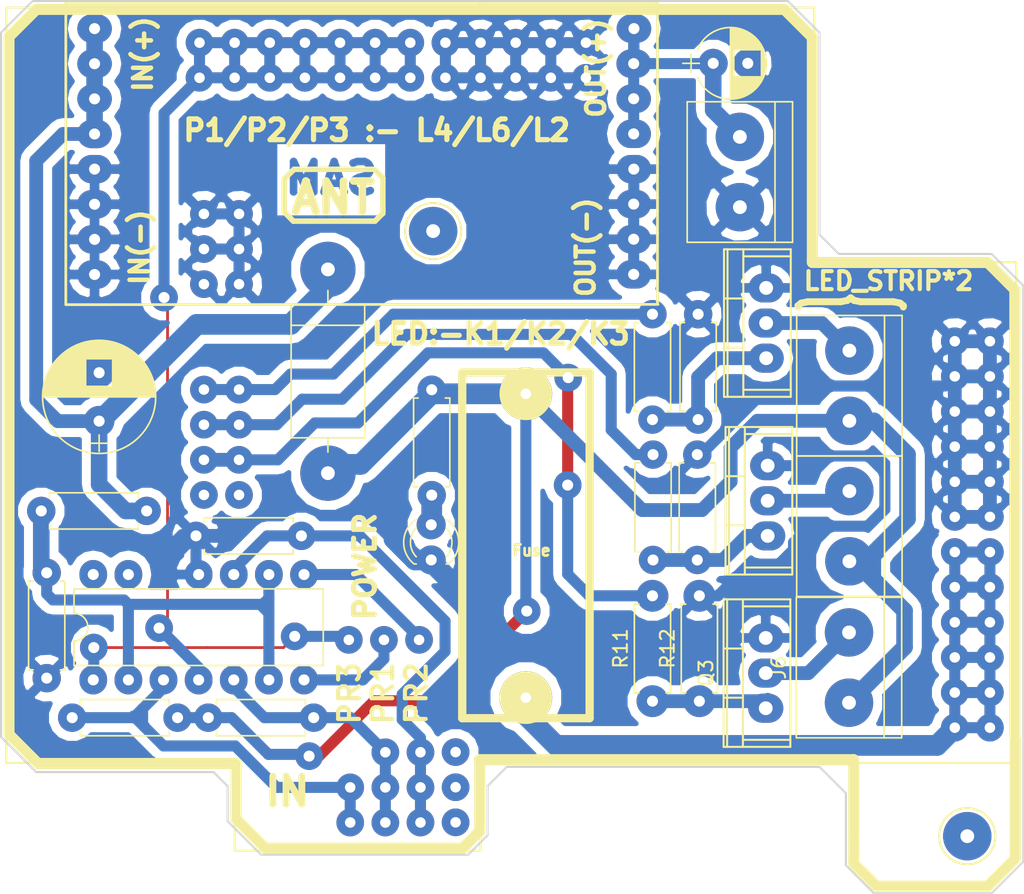
<source format=kicad_pcb>
(kicad_pcb (version 4) (host pcbnew 4.0.7-e2-6376~61~ubuntu18.04.1)

  (general
    (links 126)
    (no_connects 0)
    (area 168.961999 56.9719 243.70386 125.297001)
    (thickness 1.6)
    (drawings 71)
    (tracks 308)
    (zones 0)
    (modules 29)
    (nets 24)
  )

  (page A4)
  (layers
    (0 F.Cu signal)
    (31 B.Cu signal)
    (32 B.Adhes user)
    (33 F.Adhes user)
    (34 B.Paste user)
    (35 F.Paste user)
    (36 B.SilkS user)
    (37 F.SilkS user)
    (38 B.Mask user)
    (39 F.Mask user)
    (40 Dwgs.User user)
    (41 Cmts.User user)
    (42 Eco1.User user)
    (43 Eco2.User user)
    (44 Edge.Cuts user)
    (45 Margin user)
    (46 B.CrtYd user)
    (47 F.CrtYd user)
    (48 B.Fab user)
    (49 F.Fab user)
  )

  (setup
    (last_trace_width 1)
    (user_trace_width 0.8)
    (user_trace_width 1)
    (user_trace_width 1.2)
    (user_trace_width 1.5)
    (trace_clearance 0.254)
    (zone_clearance 0.65)
    (zone_45_only no)
    (trace_min 0.2)
    (segment_width 0.4)
    (edge_width 0.15)
    (via_size 2)
    (via_drill 0.8)
    (via_min_size 0.4)
    (via_min_drill 0.3)
    (user_via 2 0.8)
    (uvia_size 0.3)
    (uvia_drill 0.1)
    (uvias_allowed no)
    (uvia_min_size 0.2)
    (uvia_min_drill 0.1)
    (pcb_text_width 0.3)
    (pcb_text_size 1.5 1.5)
    (mod_edge_width 0.15)
    (mod_text_size 1 1)
    (mod_text_width 0.15)
    (pad_size 2.05 2.05)
    (pad_drill 0.8)
    (pad_to_mask_clearance 0.2)
    (aux_axis_origin 0 0)
    (visible_elements FFFFFF7F)
    (pcbplotparams
      (layerselection 0x00030_80000001)
      (usegerberextensions false)
      (excludeedgelayer true)
      (linewidth 0.100000)
      (plotframeref false)
      (viasonmask false)
      (mode 1)
      (useauxorigin false)
      (hpglpennumber 1)
      (hpglpenspeed 20)
      (hpglpendiameter 15)
      (hpglpenoverlay 2)
      (psnegative false)
      (psa4output false)
      (plotreference true)
      (plotvalue true)
      (plotinvisibletext false)
      (padsonsilk false)
      (subtractmaskfromsilk false)
      (outputformat 1)
      (mirror false)
      (drillshape 1)
      (scaleselection 1)
      (outputdirectory ""))
  )

  (net 0 "")
  (net 1 "Net-(C1-Pad1)")
  (net 2 GND)
  (net 3 "Net-(C2-Pad1)")
  (net 4 "Net-(D1-Pad2)")
  (net 5 "Net-(D2-Pad2)")
  (net 6 "Net-(J2-Pad2)")
  (net 7 "Net-(J3-Pad2)")
  (net 8 "Net-(Q1-Pad1)")
  (net 9 "Net-(Q2-Pad1)")
  (net 10 /IN1-)
  (net 11 +5V)
  (net 12 +12V)
  (net 13 /OUT1)
  (net 14 /OUT3)
  (net 15 /IN1+)
  (net 16 /IN3+)
  (net 17 /IN2+)
  (net 18 /OUT2)
  (net 19 /LED1)
  (net 20 /LED2)
  (net 21 "Net-(J6-Pad2)")
  (net 22 "Net-(Q3-Pad1)")
  (net 23 /LED3)

  (net_class Default "This is the default net class."
    (clearance 0.254)
    (trace_width 0.2)
    (via_dia 2)
    (via_drill 0.8)
    (uvia_dia 0.3)
    (uvia_drill 0.1)
    (add_net +12V)
    (add_net +5V)
    (add_net /IN1+)
    (add_net /IN1-)
    (add_net /IN2+)
    (add_net /IN3+)
    (add_net /LED1)
    (add_net /LED2)
    (add_net /LED3)
    (add_net /OUT1)
    (add_net /OUT2)
    (add_net /OUT3)
    (add_net GND)
    (add_net "Net-(C1-Pad1)")
    (add_net "Net-(C2-Pad1)")
    (add_net "Net-(D1-Pad2)")
    (add_net "Net-(D2-Pad2)")
    (add_net "Net-(J2-Pad2)")
    (add_net "Net-(J3-Pad2)")
    (add_net "Net-(J6-Pad2)")
    (add_net "Net-(Q1-Pad1)")
    (add_net "Net-(Q2-Pad1)")
    (add_net "Net-(Q3-Pad1)")
  )

  (module modFiles:Diode_Medium (layer F.Cu) (tedit 5B5E015E) (tstamp 5B465A38)
    (at 192.6717 79.8576 270)
    (descr "D, DO-201AD series, Axial, Horizontal, pin pitch=15.24mm, , length*diameter=9.5*5.2mm^2, , http://www.diodes.com/_files/packages/DO-201AD.pdf")
    (tags "D DO-201AD series Axial Horizontal pin pitch 15.24mm  length 9.5mm diameter 5.2mm")
    (path /5B466C16)
    (fp_text reference D1 (at 7.62 -3.66 270) (layer F.SilkS) hide
      (effects (font (size 1 1) (thickness 0.15)))
    )
    (fp_text value D (at 7.62 3.66 270) (layer F.Fab) hide
      (effects (font (size 1 1) (thickness 0.15)))
    )
    (fp_line (start 2.87 -2.6) (end 2.87 2.6) (layer F.Fab) (width 0.1))
    (fp_line (start 2.87 2.6) (end 12.37 2.6) (layer F.Fab) (width 0.1))
    (fp_line (start 12.37 2.6) (end 12.37 -2.6) (layer F.Fab) (width 0.1))
    (fp_line (start 12.37 -2.6) (end 2.87 -2.6) (layer F.Fab) (width 0.1))
    (fp_line (start 0 0) (end 2.87 0) (layer F.Fab) (width 0.1))
    (fp_line (start 15.24 0) (end 12.37 0) (layer F.Fab) (width 0.1))
    (fp_line (start 4.295 -2.6) (end 4.295 2.6) (layer F.Fab) (width 0.1))
    (fp_line (start 2.81 -2.66) (end 2.81 2.66) (layer F.SilkS) (width 0.12))
    (fp_line (start 2.81 2.66) (end 12.43 2.66) (layer F.SilkS) (width 0.12))
    (fp_line (start 12.43 2.66) (end 12.43 -2.66) (layer F.SilkS) (width 0.12))
    (fp_line (start 12.43 -2.66) (end 2.81 -2.66) (layer F.SilkS) (width 0.12))
    (fp_line (start 1.78 0) (end 2.81 0) (layer F.SilkS) (width 0.12))
    (fp_line (start 13.46 0) (end 12.43 0) (layer F.SilkS) (width 0.12))
    (fp_line (start 4.295 -2.66) (end 4.295 2.66) (layer F.SilkS) (width 0.12))
    (fp_line (start -1.85 -2.95) (end -1.85 2.95) (layer F.CrtYd) (width 0.05))
    (fp_line (start -1.85 2.95) (end 17.1 2.95) (layer F.CrtYd) (width 0.05))
    (fp_line (start 17.1 2.95) (end 17.1 -2.95) (layer F.CrtYd) (width 0.05))
    (fp_line (start 17.1 -2.95) (end -1.85 -2.95) (layer F.CrtYd) (width 0.05))
    (pad 1 thru_hole circle (at 0.254 0 270) (size 4 4) (drill 1) (layers *.Cu *.Mask)
      (net 1 "Net-(C1-Pad1)"))
    (pad 2 thru_hole circle (at 14.986 0 270) (size 4 4) (drill 1) (layers *.Cu *.Mask)
      (net 4 "Net-(D1-Pad2)"))
    (model _3D/Used/D_DO-15_P10.16mm_Horizontal.wrl
      (at (xyz 0 0 0))
      (scale (xyz 0.6 0.6 0.6))
      (rotate (xyz 0 0 0))
    )
  )

  (module modFiles:Buck_Regulator (layer F.Cu) (tedit 5B5DC665) (tstamp 5B465AAF)
    (at 175.8 62.7)
    (descr "Through hole straight pin header, 1x16, 2.54mm pitch, single row")
    (tags "Through hole pin header THT 1x16 2.54mm single row")
    (path /5B466ADA)
    (fp_text reference U1 (at -0.14 -3.35) (layer F.SilkS) hide
      (effects (font (size 1 1) (thickness 0.15)))
    )
    (fp_text value Buck (at 3.1 -3.425) (layer F.Fab) hide
      (effects (font (size 1 1) (thickness 0.15)))
    )
    (fp_text user "OUT(-)" (at 35.4965 15.8115 90) (layer F.SilkS)
      (effects (font (size 1.3 1.3) (thickness 0.325)))
    )
    (fp_text user "OUT(+)" (at 36.2585 2.8575 90) (layer F.SilkS)
      (effects (font (size 1.3 1.3) (thickness 0.325)))
    )
    (fp_text user "IN(-)" (at 3.2385 15.8115 90) (layer F.SilkS)
      (effects (font (size 1.3 1.3) (thickness 0.325)))
    )
    (fp_text user "IN(+)" (at 3.4925 1.8415 90) (layer F.SilkS)
      (effects (font (size 1.3 1.3) (thickness 0.325)))
    )
    (fp_line (start 27.87 19.94) (end 40.74 19.94) (layer F.SilkS) (width 0.2))
    (fp_line (start 27.8 -1.9) (end 40.7 -1.9) (layer F.SilkS) (width 0.2))
    (fp_line (start 40.7 -1.9) (end 40.7 19.9) (layer F.SilkS) (width 0.2))
    (fp_line (start 27.7 -1.9) (end 27.9 -1.9) (layer F.SilkS) (width 0.2))
    (fp_line (start -2.08 19.96) (end 27.91 19.94) (layer F.SilkS) (width 0.2))
    (fp_line (start -2.1 -1.91) (end 27.74 -1.91) (layer F.SilkS) (width 0.2))
    (fp_line (start -2.07 -0.93) (end -2.07 -1.92) (layer F.SilkS) (width 0.2))
    (fp_line (start -2.08 -0.9) (end -2.08 19.9) (layer F.SilkS) (width 0.2))
    (pad 4 thru_hole oval (at 38.989 10.16) (size 2.5 2.05) (drill 0.8) (layers *.Cu *.Mask)
      (net 2 GND))
    (pad 3 thru_hole oval (at 38.98 7.61) (size 2.5 2.05) (drill 0.8) (layers *.Cu *.Mask)
      (net 3 "Net-(C2-Pad1)"))
    (pad 1 thru_hole oval (at 0 0) (size 2.5 2.05) (drill 0.8) (layers *.Cu *.Mask)
      (net 1 "Net-(C1-Pad1)"))
    (pad 1 thru_hole oval (at 0 2.54) (size 2.5 2.05) (drill 0.8) (layers *.Cu *.Mask)
      (net 1 "Net-(C1-Pad1)"))
    (pad 1 thru_hole oval (at 0 5.08) (size 2.5 2.05) (drill 0.8) (layers *.Cu *.Mask)
      (net 1 "Net-(C1-Pad1)"))
    (pad 1 thru_hole oval (at 0 7.62) (size 2.5 2.05) (drill 0.8) (layers *.Cu *.Mask)
      (net 1 "Net-(C1-Pad1)"))
    (pad 2 thru_hole oval (at 0 10.16) (size 2.5 2.05) (drill 0.8) (layers *.Cu *.Mask)
      (net 2 GND))
    (pad 2 thru_hole oval (at 0 12.7) (size 2.5 2.05) (drill 0.8) (layers *.Cu *.Mask)
      (net 2 GND))
    (pad 2 thru_hole oval (at 0 15.24) (size 2.5 2.05) (drill 0.8) (layers *.Cu *.Mask)
      (net 2 GND))
    (pad 2 thru_hole oval (at 0 17.78) (size 2.5 2.05) (drill 0.8) (layers *.Cu *.Mask)
      (net 2 GND))
    (pad 3 thru_hole oval (at 39 0) (size 2.5 2.05) (drill 0.8) (layers *.Cu *.Mask)
      (net 3 "Net-(C2-Pad1)"))
    (pad 3 thru_hole oval (at 38.98 2.53) (size 2.5 2.05) (drill 0.8) (layers *.Cu *.Mask)
      (net 3 "Net-(C2-Pad1)"))
    (pad 3 thru_hole oval (at 38.98 5.07) (size 2.5 2.05) (drill 0.8) (layers *.Cu *.Mask)
      (net 3 "Net-(C2-Pad1)"))
    (pad 4 thru_hole oval (at 38.98 12.69) (size 2.5 2.05) (drill 0.8) (layers *.Cu *.Mask)
      (net 2 GND))
    (pad 4 thru_hole oval (at 38.98 15.23) (size 2.5 2.05) (drill 0.8) (layers *.Cu *.Mask)
      (net 2 GND))
    (pad 4 thru_hole oval (at 38.98 17.77) (size 2.5 2.05) (drill 0.8) (layers *.Cu *.Mask)
      (net 2 GND))
    (model Pin_Headers.3dshapes/Pin_Header_Straight_1x08_Pitch2.54mm.wrl
      (at (xyz 0 0 0))
      (scale (xyz 1 1 1))
      (rotate (xyz 0 0 0))
    )
    (model Pin_Headers.3dshapes/Pin_Header_Straight_1x08_Pitch2.54mm.wrl
      (at (xyz 1.525 0 0))
      (scale (xyz 1 1 1))
      (rotate (xyz 0 0 0))
    )
  )

  (module modFiles:Voltage_Regulators (layer F.Cu) (tedit 5ADE2299) (tstamp 5B5CF7C3)
    (at 224.33 109.3 90)
    (descr "Non Isolated JEDEC TO-220 Package")
    (tags "Power Integration YN Package")
    (path /5B5CFAED)
    (fp_text reference Q3 (at 0 -4.318 90) (layer F.SilkS)
      (effects (font (size 1 1) (thickness 0.15)))
    )
    (fp_text value TIP122 (at 0 -4.318 90) (layer F.Fab)
      (effects (font (size 1 1) (thickness 0.15)))
    )
    (fp_line (start 4.826 -1.651) (end 4.826 1.778) (layer F.SilkS) (width 0.15))
    (fp_line (start -4.826 -1.651) (end -4.826 1.778) (layer F.SilkS) (width 0.15))
    (fp_line (start 5.334 -2.794) (end -5.334 -2.794) (layer F.SilkS) (width 0.15))
    (fp_line (start 1.778 -1.778) (end 1.778 -3.048) (layer F.SilkS) (width 0.15))
    (fp_line (start -1.778 -1.778) (end -1.778 -3.048) (layer F.SilkS) (width 0.15))
    (fp_line (start -5.334 -1.651) (end 5.334 -1.651) (layer F.SilkS) (width 0.15))
    (fp_line (start 5.334 1.778) (end -5.334 1.778) (layer F.SilkS) (width 0.15))
    (fp_line (start -5.334 -3.048) (end -5.334 1.778) (layer F.SilkS) (width 0.15))
    (fp_line (start 5.334 -3.048) (end 5.334 1.778) (layer F.SilkS) (width 0.15))
    (fp_line (start 5.334 -3.048) (end -5.334 -3.048) (layer F.SilkS) (width 0.15))
    (pad 2 thru_hole oval (at 0 0 90) (size 2.1 2.54) (drill 1) (layers *.Cu *.Mask)
      (net 21 "Net-(J6-Pad2)"))
    (pad 3 thru_hole oval (at 2.54 0 90) (size 2.1 2.54) (drill 1) (layers *.Cu *.Mask)
      (net 2 GND))
    (pad 1 thru_hole oval (at -2.54 0 90) (size 2.1 2.54) (drill 1) (layers *.Cu *.Mask)
      (net 22 "Net-(Q3-Pad1)"))
    (model _3D/Used/to220-2_5770.wrl
      (at (xyz 0 0 0))
      (scale (xyz 1 1 1))
      (rotate (xyz 0 0 0))
    )
  )

  (module modFiles:BUCK+LLC (layer F.Cu) (tedit 5B5CF74A) (tstamp 5B4A3B72)
    (at 177.673 67.5259)
    (descr 1)
    (path /5B5D00A3)
    (fp_text reference J4 (at 0 -7.62) (layer F.SilkS) hide
      (effects (font (size 1 1) (thickness 0.15)))
    )
    (fp_text value Conn_01x12 (at 0 -9.525) (layer F.Fab) hide
      (effects (font (size 1 1) (thickness 0.15)))
    )
    (fp_line (start 26.035 48.26) (end 64.77 48.26) (layer F.SilkS) (width 0.15))
    (fp_line (start -8.255 48.26) (end 8.255 48.26) (layer F.SilkS) (width 0.15))
    (fp_line (start 8.255 54.61) (end 26.035 54.61) (layer F.SilkS) (width 0.15))
    (fp_line (start 8.255 48.26) (end 8.255 54.61) (layer F.SilkS) (width 0.15))
    (fp_line (start 26.035 48.26) (end 26.035 54.61) (layer F.SilkS) (width 0.15))
    (fp_line (start -8.255 -6.35) (end 50.165 -6.35) (layer F.SilkS) (width 0.15))
    (fp_line (start 50.165 -6.35) (end 50.165 12.065) (layer F.SilkS) (width 0.15))
    (fp_line (start 50.165 12.065) (end 64.77 12.065) (layer F.SilkS) (width 0.15))
    (fp_line (start 64.77 12.065) (end 64.77 48.26) (layer F.SilkS) (width 0.15))
    (fp_line (start -8.255 48.26) (end -8.255 -6.35) (layer F.SilkS) (width 0.15))
    (pad 1 thru_hole circle (at 23.495 -1.27 90) (size 2 2) (drill 0.762) (layers *.Cu *.Mask)
      (net 2 GND))
    (pad 4 thru_hole circle (at 19.1516 52.578 90) (size 2 2) (drill 0.762) (layers *.Cu *.Mask)
      (net 17 /IN2+))
    (pad 0 thru_hole circle (at 24.2316 50.0253 180) (size 2 2) (drill 0.762) (layers *.Cu *.Mask))
    (pad 0 thru_hole circle (at 24.2316 47.4853 180) (size 2 2) (drill 0.762) (layers *.Cu *.Mask))
    (pad 5 thru_hole circle (at 21.6916 52.578 90) (size 2 2) (drill 0.762) (layers *.Cu *.Mask)
      (net 16 /IN3+))
    (pad 6 thru_hole circle (at 16.6116 52.578 90) (size 2 2) (drill 0.762) (layers *.Cu *.Mask)
      (net 15 /IN1+))
    (pad 0 thru_hole circle (at 24.2316 52.5653 180) (size 2 2) (drill 0.762) (layers *.Cu *.Mask))
    (pad 0 thru_hole circle (at 6.0325 28.8925 90) (size 2 2) (drill 0.762) (layers *.Cu *.Mask))
    (pad 0 thru_hole circle (at 8.5725 28.8925 90) (size 2 2) (drill 0.762) (layers *.Cu *.Mask))
    (pad 10 thru_hole circle (at 6.0325 21.2725 90) (size 2 2) (drill 0.762) (layers *.Cu *.Mask)
      (net 19 /LED1))
    (pad 10 thru_hole circle (at 8.5725 21.2725 90) (size 2 2) (drill 0.762) (layers *.Cu *.Mask)
      (net 19 /LED1))
    (pad 11 thru_hole circle (at 6.0325 23.8125 90) (size 2 2) (drill 0.762) (layers *.Cu *.Mask)
      (net 20 /LED2))
    (pad 11 thru_hole circle (at 8.5725 23.8125 90) (size 2 2) (drill 0.762) (layers *.Cu *.Mask)
      (net 20 /LED2))
    (pad 12 thru_hole circle (at 8.5725 26.3525 90) (size 2 2) (drill 0.762) (layers *.Cu *.Mask)
      (net 23 /LED3))
    (pad 12 thru_hole circle (at 6.0325 26.3525 90) (size 2 2) (drill 0.762) (layers *.Cu *.Mask)
      (net 23 /LED3))
    (pad 1 thru_hole circle (at 8.5725 13.6525 90) (size 2 2) (drill 0.762) (layers *.Cu *.Mask)
      (net 2 GND))
    (pad 1 thru_hole circle (at 6.0325 13.6525 90) (size 2 2) (drill 0.762) (layers *.Cu *.Mask)
      (net 2 GND))
    (pad 1 thru_hole circle (at 6.0325 8.5725 90) (size 2 2) (drill 0.762) (layers *.Cu *.Mask)
      (net 2 GND))
    (pad 1 thru_hole circle (at 8.5725 8.5725 90) (size 2 2) (drill 0.762) (layers *.Cu *.Mask)
      (net 2 GND))
    (pad 1 thru_hole circle (at 8.5725 11.1125 90) (size 2 2) (drill 0.762) (layers *.Cu *.Mask)
      (net 2 GND))
    (pad 1 thru_hole circle (at 6.0325 11.1125 90) (size 2 2) (drill 0.762) (layers *.Cu *.Mask)
      (net 2 GND))
    (pad 1 thru_hole circle (at 31.115 -3.81 90) (size 2 2) (drill 0.762) (layers *.Cu *.Mask)
      (net 2 GND))
    (pad 1 thru_hole circle (at 31.115 -1.27 90) (size 2 2) (drill 0.762) (layers *.Cu *.Mask)
      (net 2 GND))
    (pad 1 thru_hole circle (at 33.655 -1.27 90) (size 2 2) (drill 0.762) (layers *.Cu *.Mask)
      (net 2 GND))
    (pad 1 thru_hole circle (at 33.655 -3.81 90) (size 2 2) (drill 0.762) (layers *.Cu *.Mask)
      (net 2 GND))
    (pad 1 thru_hole circle (at 28.575 -3.81 90) (size 2 2) (drill 0.762) (layers *.Cu *.Mask)
      (net 2 GND))
    (pad 1 thru_hole circle (at 28.575 -1.27 90) (size 2 2) (drill 0.762) (layers *.Cu *.Mask)
      (net 2 GND))
    (pad 1 thru_hole circle (at 26.035 -1.27 90) (size 2 2) (drill 0.762) (layers *.Cu *.Mask)
      (net 2 GND))
    (pad 1 thru_hole circle (at 26.035 -3.81 90) (size 2 2) (drill 0.762) (layers *.Cu *.Mask)
      (net 2 GND))
    (pad 3 thru_hole circle (at 15.875 -3.81 90) (size 2 2) (drill 0.762) (layers *.Cu *.Mask)
      (net 11 +5V))
    (pad 3 thru_hole circle (at 15.875 -1.27 90) (size 2 2) (drill 0.762) (layers *.Cu *.Mask)
      (net 11 +5V))
    (pad 3 thru_hole circle (at 18.415 -1.27 90) (size 2 2) (drill 0.762) (layers *.Cu *.Mask)
      (net 11 +5V))
    (pad 3 thru_hole circle (at 18.415 -3.81 90) (size 2 2) (drill 0.762) (layers *.Cu *.Mask)
      (net 11 +5V))
    (pad 1 thru_hole circle (at 23.495 -3.81 90) (size 2 2) (drill 0.762) (layers *.Cu *.Mask)
      (net 2 GND))
    (pad 3 thru_hole circle (at 20.955 -1.27 90) (size 2 2) (drill 0.762) (layers *.Cu *.Mask)
      (net 11 +5V))
    (pad 3 thru_hole circle (at 20.955 -3.81 90) (size 2 2) (drill 0.762) (layers *.Cu *.Mask)
      (net 11 +5V))
    (pad 3 thru_hole circle (at 10.795 -3.81 90) (size 2 2) (drill 0.762) (layers *.Cu *.Mask)
      (net 11 +5V))
    (pad 3 thru_hole circle (at 10.795 -1.27 90) (size 2 2) (drill 0.762) (layers *.Cu *.Mask)
      (net 11 +5V))
    (pad 3 thru_hole circle (at 13.335 -1.27 90) (size 2 2) (drill 0.762) (layers *.Cu *.Mask)
      (net 11 +5V))
    (pad 3 thru_hole circle (at 13.335 -3.81 90) (size 2 2) (drill 0.762) (layers *.Cu *.Mask)
      (net 11 +5V))
    (pad 3 thru_hole circle (at 8.255 -3.81 90) (size 2 2) (drill 0.762) (layers *.Cu *.Mask)
      (net 11 +5V))
    (pad 3 thru_hole circle (at 8.255 -1.27 90) (size 2 2) (drill 0.762) (layers *.Cu *.Mask)
      (net 11 +5V))
    (pad 3 thru_hole circle (at 5.715 -1.27 90) (size 2 2) (drill 0.762) (layers *.Cu *.Mask)
      (net 11 +5V))
    (pad 3 thru_hole circle (at 5.715 -3.81 90) (size 2 2) (drill 0.762) (layers *.Cu *.Mask)
      (net 11 +5V))
    (pad 9 thru_hole circle (at 16.51 39.37 90) (size 2 2) (drill 0.762) (layers *.Cu *.Mask)
      (net 13 /OUT1))
    (pad 7 thru_hole circle (at 19.05 39.37 90) (size 2 2) (drill 0.762) (layers *.Cu *.Mask)
      (net 18 /OUT2))
    (pad 8 thru_hole circle (at 21.59 39.37 90) (size 2 2) (drill 0.762) (layers *.Cu *.Mask)
      (net 14 /OUT3))
    (pad 6 thru_hole circle (at 16.6116 50.038 90) (size 2 2) (drill 0.762) (layers *.Cu *.Mask)
      (net 15 /IN1+))
    (pad 5 thru_hole circle (at 21.6916 47.498 90) (size 2 2) (drill 0.762) (layers *.Cu *.Mask)
      (net 16 /IN3+))
    (pad 5 thru_hole circle (at 21.6916 50.038 90) (size 2 2) (drill 0.762) (layers *.Cu *.Mask)
      (net 16 /IN3+))
    (pad 4 thru_hole circle (at 19.1516 50.038 90) (size 2 2) (drill 0.762) (layers *.Cu *.Mask)
      (net 17 /IN2+))
    (pad 4 thru_hole circle (at 19.1516 47.498 90) (size 2 2) (drill 0.762) (layers *.Cu *.Mask)
      (net 17 /IN2+))
    (pad 2 thru_hole circle (at 62.865 43.18 90) (size 2 2) (drill 0.762) (layers *.Cu *.Mask)
      (net 12 +12V))
    (pad 2 thru_hole circle (at 60.325 43.18 90) (size 2 2) (drill 0.762) (layers *.Cu *.Mask)
      (net 12 +12V))
    (pad 2 thru_hole circle (at 60.325 45.72 90) (size 2 2) (drill 0.762) (layers *.Cu *.Mask)
      (net 12 +12V))
    (pad 2 thru_hole circle (at 62.865 45.72 90) (size 2 2) (drill 0.762) (layers *.Cu *.Mask)
      (net 12 +12V))
    (pad 2 thru_hole circle (at 62.865 40.64 90) (size 2 2) (drill 0.762) (layers *.Cu *.Mask)
      (net 12 +12V))
    (pad 2 thru_hole circle (at 60.325 40.64 90) (size 2 2) (drill 0.762) (layers *.Cu *.Mask)
      (net 12 +12V))
    (pad 2 thru_hole circle (at 60.325 38.1 90) (size 2 2) (drill 0.762) (layers *.Cu *.Mask)
      (net 12 +12V))
    (pad 2 thru_hole circle (at 62.865 38.1 90) (size 2 2) (drill 0.762) (layers *.Cu *.Mask)
      (net 12 +12V))
    (pad 1 thru_hole circle (at 62.865 27.94 90) (size 2 2) (drill 0.762) (layers *.Cu *.Mask)
      (net 2 GND))
    (pad 1 thru_hole circle (at 60.325 27.94 90) (size 2 2) (drill 0.762) (layers *.Cu *.Mask)
      (net 2 GND))
    (pad 1 thru_hole circle (at 60.325 30.48 90) (size 2 2) (drill 0.762) (layers *.Cu *.Mask)
      (net 2 GND))
    (pad 1 thru_hole circle (at 62.865 30.48 90) (size 2 2) (drill 0.762) (layers *.Cu *.Mask)
      (net 2 GND))
    (pad 2 thru_hole circle (at 62.865 35.56 90) (size 2 2) (drill 0.762) (layers *.Cu *.Mask)
      (net 12 +12V))
    (pad 2 thru_hole circle (at 60.325 35.56 90) (size 2 2) (drill 0.762) (layers *.Cu *.Mask)
      (net 12 +12V))
    (pad 2 thru_hole circle (at 60.325 33.02 90) (size 2 2) (drill 0.762) (layers *.Cu *.Mask)
      (net 12 +12V))
    (pad 2 thru_hole circle (at 62.865 33.02 90) (size 2 2) (drill 0.762) (layers *.Cu *.Mask)
      (net 12 +12V))
    (pad 1 thru_hole circle (at 62.865 22.86 90) (size 2 2) (drill 0.762) (layers *.Cu *.Mask)
      (net 2 GND))
    (pad 1 thru_hole circle (at 60.325 22.86 90) (size 2 2) (drill 0.762) (layers *.Cu *.Mask)
      (net 2 GND))
    (pad 1 thru_hole circle (at 60.325 25.4 90) (size 2 2) (drill 0.762) (layers *.Cu *.Mask)
      (net 2 GND))
    (pad 1 thru_hole circle (at 62.865 25.4 90) (size 2 2) (drill 0.762) (layers *.Cu *.Mask)
      (net 2 GND))
    (pad 1 thru_hole circle (at 62.865 20.32 90) (size 2 2) (drill 0.762) (layers *.Cu *.Mask)
      (net 2 GND))
    (pad 1 thru_hole circle (at 60.325 20.32 90) (size 2 2) (drill 0.762) (layers *.Cu *.Mask)
      (net 2 GND))
    (pad 1 thru_hole circle (at 60.325 17.78 90) (size 2 2) (drill 0.762) (layers *.Cu *.Mask)
      (net 2 GND))
    (pad 1 thru_hole circle (at 62.865 17.78 90) (size 2 2) (drill 0.762) (layers *.Cu *.Mask)
      (net 2 GND))
  )

  (module Housings_DIP:DIP-14_W7.62mm (layer F.Cu) (tedit 5B4BA470) (tstamp 5B49056F)
    (at 175.7045 109.7915 90)
    (descr "14-lead dip package, row spacing 7.62 mm (300 mils)")
    (tags "DIL DIP PDIP 2.54mm 7.62mm 300mil")
    (path /5B490223)
    (fp_text reference J5 (at 3.81 -2.39 90) (layer F.SilkS) hide
      (effects (font (size 1 1) (thickness 0.15)))
    )
    (fp_text value LM324 (at 3.7973 14.2113 90) (layer F.Fab)
      (effects (font (size 1 1) (thickness 0.15)))
    )
    (fp_text user %R (at 3.81 7.62 90) (layer F.Fab) hide
      (effects (font (size 1 1) (thickness 0.15)))
    )
    (fp_line (start 1.635 -1.27) (end 6.985 -1.27) (layer F.Fab) (width 0.1))
    (fp_line (start 6.985 -1.27) (end 6.985 16.51) (layer F.Fab) (width 0.1))
    (fp_line (start 6.985 16.51) (end 0.635 16.51) (layer F.Fab) (width 0.1))
    (fp_line (start 0.635 16.51) (end 0.635 -0.27) (layer F.Fab) (width 0.1))
    (fp_line (start 0.635 -0.27) (end 1.635 -1.27) (layer F.Fab) (width 0.1))
    (fp_line (start 2.81 -1.39) (end 1.04 -1.39) (layer F.SilkS) (width 0.12))
    (fp_line (start 1.04 -1.39) (end 1.04 16.63) (layer F.SilkS) (width 0.12))
    (fp_line (start 1.04 16.63) (end 6.58 16.63) (layer F.SilkS) (width 0.12))
    (fp_line (start 6.58 16.63) (end 6.58 -1.39) (layer F.SilkS) (width 0.12))
    (fp_line (start 6.58 -1.39) (end 4.81 -1.39) (layer F.SilkS) (width 0.12))
    (fp_line (start -1.1 -1.6) (end -1.1 16.8) (layer F.CrtYd) (width 0.05))
    (fp_line (start -1.1 16.8) (end 8.7 16.8) (layer F.CrtYd) (width 0.05))
    (fp_line (start 8.7 16.8) (end 8.7 -1.6) (layer F.CrtYd) (width 0.05))
    (fp_line (start 8.7 -1.6) (end -1.1 -1.6) (layer F.CrtYd) (width 0.05))
    (fp_arc (start 3.81 -1.39) (end 2.81 -1.39) (angle -180) (layer F.SilkS) (width 0.12))
    (pad 1 thru_hole oval (at 0 0 90) (size 2.1 2) (drill 0.8) (layers *.Cu *.Mask)
      (net 13 /OUT1))
    (pad 8 thru_hole oval (at 7.62 15.24 90) (size 2.1 2) (drill 0.8) (layers *.Cu *.Mask)
      (net 14 /OUT3))
    (pad 2 thru_hole oval (at 0 2.54 90) (size 2.1 2) (drill 0.8) (layers *.Cu *.Mask)
      (net 10 /IN1-))
    (pad 9 thru_hole oval (at 7.62 12.7 90) (size 2.1 2) (drill 0.8) (layers *.Cu *.Mask)
      (net 10 /IN1-))
    (pad 3 thru_hole oval (at 0 5.08 90) (size 2.1 2) (drill 0.8) (layers *.Cu *.Mask)
      (net 15 /IN1+))
    (pad 10 thru_hole oval (at 7.62 10.16 90) (size 2.1 2) (drill 0.8) (layers *.Cu *.Mask)
      (net 16 /IN3+))
    (pad 4 thru_hole oval (at 0 7.62 90) (size 2.1 2) (drill 0.8) (layers *.Cu *.Mask)
      (net 11 +5V))
    (pad 11 thru_hole oval (at 7.62 7.62 90) (size 2.1 2) (drill 0.8) (layers *.Cu *.Mask)
      (net 2 GND))
    (pad 5 thru_hole oval (at 0 10.16 90) (size 2.1 2) (drill 0.8) (layers *.Cu *.Mask)
      (net 17 /IN2+))
    (pad 6 thru_hole oval (at 0 12.7 90) (size 2.1 2) (drill 0.8) (layers *.Cu *.Mask)
      (net 10 /IN1-))
    (pad 13 thru_hole oval (at 7.62 2.54 90) (size 2.1 2) (drill 0.8) (layers *.Cu *.Mask))
    (pad 7 thru_hole oval (at 0 15.24 90) (size 2.1 2) (drill 0.8) (layers *.Cu *.Mask)
      (net 18 /OUT2))
    (pad 14 thru_hole oval (at 7.62 0 90) (size 2.1 2) (drill 0.8) (layers *.Cu *.Mask))
    (model ${KISYS3DMOD}/Housings_DIP.3dshapes/DIP-14_W7.62mm.wrl
      (at (xyz 0 0 0))
      (scale (xyz 1 1 1))
      (rotate (xyz 0 0 0))
    )
  )

  (module modFiles:Capacitor_100uF (layer F.Cu) (tedit 5B4AE341) (tstamp 5B465A2C)
    (at 176.13 91.08 90)
    (descr "CP, Radial series, Radial, pin pitch=3.50mm, , diameter=8mm, Electrolytic Capacitor")
    (tags "CP Radial series Radial pin pitch 3.50mm  diameter 8mm Electrolytic Capacitor")
    (path /5B466CA1)
    (fp_text reference C1 (at 1.75 -5.06 90) (layer F.SilkS) hide
      (effects (font (size 1 1) (thickness 0.15)))
    )
    (fp_text value 100uf (at 1.75 5.06 90) (layer F.Fab) hide
      (effects (font (size 1 1) (thickness 0.15)))
    )
    (fp_circle (center 1.75 0) (end 5.75 0) (layer F.Fab) (width 0.1))
    (fp_circle (center 1.75 0) (end 5.84 0) (layer F.SilkS) (width 0.12))
    (fp_line (start -2.2 0) (end -1 0) (layer F.Fab) (width 0.1))
    (fp_line (start -1.6 -0.65) (end -1.6 0.65) (layer F.Fab) (width 0.1))
    (fp_line (start 1.75 -4.05) (end 1.75 4.05) (layer F.SilkS) (width 0.12))
    (fp_line (start 1.79 -4.05) (end 1.79 4.05) (layer F.SilkS) (width 0.12))
    (fp_line (start 1.83 -4.05) (end 1.83 4.05) (layer F.SilkS) (width 0.12))
    (fp_line (start 1.87 -4.049) (end 1.87 4.049) (layer F.SilkS) (width 0.12))
    (fp_line (start 1.91 -4.047) (end 1.91 4.047) (layer F.SilkS) (width 0.12))
    (fp_line (start 1.95 -4.046) (end 1.95 4.046) (layer F.SilkS) (width 0.12))
    (fp_line (start 1.99 -4.043) (end 1.99 4.043) (layer F.SilkS) (width 0.12))
    (fp_line (start 2.03 -4.041) (end 2.03 4.041) (layer F.SilkS) (width 0.12))
    (fp_line (start 2.07 -4.038) (end 2.07 4.038) (layer F.SilkS) (width 0.12))
    (fp_line (start 2.11 -4.035) (end 2.11 4.035) (layer F.SilkS) (width 0.12))
    (fp_line (start 2.15 -4.031) (end 2.15 4.031) (layer F.SilkS) (width 0.12))
    (fp_line (start 2.19 -4.027) (end 2.19 4.027) (layer F.SilkS) (width 0.12))
    (fp_line (start 2.23 -4.022) (end 2.23 4.022) (layer F.SilkS) (width 0.12))
    (fp_line (start 2.27 -4.017) (end 2.27 4.017) (layer F.SilkS) (width 0.12))
    (fp_line (start 2.31 -4.012) (end 2.31 4.012) (layer F.SilkS) (width 0.12))
    (fp_line (start 2.35 -4.006) (end 2.35 4.006) (layer F.SilkS) (width 0.12))
    (fp_line (start 2.39 -4) (end 2.39 4) (layer F.SilkS) (width 0.12))
    (fp_line (start 2.43 -3.994) (end 2.43 3.994) (layer F.SilkS) (width 0.12))
    (fp_line (start 2.471 -3.987) (end 2.471 3.987) (layer F.SilkS) (width 0.12))
    (fp_line (start 2.511 -3.979) (end 2.511 3.979) (layer F.SilkS) (width 0.12))
    (fp_line (start 2.551 -3.971) (end 2.551 -0.98) (layer F.SilkS) (width 0.12))
    (fp_line (start 2.551 0.98) (end 2.551 3.971) (layer F.SilkS) (width 0.12))
    (fp_line (start 2.591 -3.963) (end 2.591 -0.98) (layer F.SilkS) (width 0.12))
    (fp_line (start 2.591 0.98) (end 2.591 3.963) (layer F.SilkS) (width 0.12))
    (fp_line (start 2.631 -3.955) (end 2.631 -0.98) (layer F.SilkS) (width 0.12))
    (fp_line (start 2.631 0.98) (end 2.631 3.955) (layer F.SilkS) (width 0.12))
    (fp_line (start 2.671 -3.946) (end 2.671 -0.98) (layer F.SilkS) (width 0.12))
    (fp_line (start 2.671 0.98) (end 2.671 3.946) (layer F.SilkS) (width 0.12))
    (fp_line (start 2.711 -3.936) (end 2.711 -0.98) (layer F.SilkS) (width 0.12))
    (fp_line (start 2.711 0.98) (end 2.711 3.936) (layer F.SilkS) (width 0.12))
    (fp_line (start 2.751 -3.926) (end 2.751 -0.98) (layer F.SilkS) (width 0.12))
    (fp_line (start 2.751 0.98) (end 2.751 3.926) (layer F.SilkS) (width 0.12))
    (fp_line (start 2.791 -3.916) (end 2.791 -0.98) (layer F.SilkS) (width 0.12))
    (fp_line (start 2.791 0.98) (end 2.791 3.916) (layer F.SilkS) (width 0.12))
    (fp_line (start 2.831 -3.905) (end 2.831 -0.98) (layer F.SilkS) (width 0.12))
    (fp_line (start 2.831 0.98) (end 2.831 3.905) (layer F.SilkS) (width 0.12))
    (fp_line (start 2.871 -3.894) (end 2.871 -0.98) (layer F.SilkS) (width 0.12))
    (fp_line (start 2.871 0.98) (end 2.871 3.894) (layer F.SilkS) (width 0.12))
    (fp_line (start 2.911 -3.883) (end 2.911 -0.98) (layer F.SilkS) (width 0.12))
    (fp_line (start 2.911 0.98) (end 2.911 3.883) (layer F.SilkS) (width 0.12))
    (fp_line (start 2.951 -3.87) (end 2.951 -0.98) (layer F.SilkS) (width 0.12))
    (fp_line (start 2.951 0.98) (end 2.951 3.87) (layer F.SilkS) (width 0.12))
    (fp_line (start 2.991 -3.858) (end 2.991 -0.98) (layer F.SilkS) (width 0.12))
    (fp_line (start 2.991 0.98) (end 2.991 3.858) (layer F.SilkS) (width 0.12))
    (fp_line (start 3.031 -3.845) (end 3.031 -0.98) (layer F.SilkS) (width 0.12))
    (fp_line (start 3.031 0.98) (end 3.031 3.845) (layer F.SilkS) (width 0.12))
    (fp_line (start 3.071 -3.832) (end 3.071 -0.98) (layer F.SilkS) (width 0.12))
    (fp_line (start 3.071 0.98) (end 3.071 3.832) (layer F.SilkS) (width 0.12))
    (fp_line (start 3.111 -3.818) (end 3.111 -0.98) (layer F.SilkS) (width 0.12))
    (fp_line (start 3.111 0.98) (end 3.111 3.818) (layer F.SilkS) (width 0.12))
    (fp_line (start 3.151 -3.803) (end 3.151 -0.98) (layer F.SilkS) (width 0.12))
    (fp_line (start 3.151 0.98) (end 3.151 3.803) (layer F.SilkS) (width 0.12))
    (fp_line (start 3.191 -3.789) (end 3.191 -0.98) (layer F.SilkS) (width 0.12))
    (fp_line (start 3.191 0.98) (end 3.191 3.789) (layer F.SilkS) (width 0.12))
    (fp_line (start 3.231 -3.773) (end 3.231 -0.98) (layer F.SilkS) (width 0.12))
    (fp_line (start 3.231 0.98) (end 3.231 3.773) (layer F.SilkS) (width 0.12))
    (fp_line (start 3.271 -3.758) (end 3.271 -0.98) (layer F.SilkS) (width 0.12))
    (fp_line (start 3.271 0.98) (end 3.271 3.758) (layer F.SilkS) (width 0.12))
    (fp_line (start 3.311 -3.741) (end 3.311 -0.98) (layer F.SilkS) (width 0.12))
    (fp_line (start 3.311 0.98) (end 3.311 3.741) (layer F.SilkS) (width 0.12))
    (fp_line (start 3.351 -3.725) (end 3.351 -0.98) (layer F.SilkS) (width 0.12))
    (fp_line (start 3.351 0.98) (end 3.351 3.725) (layer F.SilkS) (width 0.12))
    (fp_line (start 3.391 -3.707) (end 3.391 -0.98) (layer F.SilkS) (width 0.12))
    (fp_line (start 3.391 0.98) (end 3.391 3.707) (layer F.SilkS) (width 0.12))
    (fp_line (start 3.431 -3.69) (end 3.431 -0.98) (layer F.SilkS) (width 0.12))
    (fp_line (start 3.431 0.98) (end 3.431 3.69) (layer F.SilkS) (width 0.12))
    (fp_line (start 3.471 -3.671) (end 3.471 -0.98) (layer F.SilkS) (width 0.12))
    (fp_line (start 3.471 0.98) (end 3.471 3.671) (layer F.SilkS) (width 0.12))
    (fp_line (start 3.511 -3.652) (end 3.511 -0.98) (layer F.SilkS) (width 0.12))
    (fp_line (start 3.511 0.98) (end 3.511 3.652) (layer F.SilkS) (width 0.12))
    (fp_line (start 3.551 -3.633) (end 3.551 -0.98) (layer F.SilkS) (width 0.12))
    (fp_line (start 3.551 0.98) (end 3.551 3.633) (layer F.SilkS) (width 0.12))
    (fp_line (start 3.591 -3.613) (end 3.591 -0.98) (layer F.SilkS) (width 0.12))
    (fp_line (start 3.591 0.98) (end 3.591 3.613) (layer F.SilkS) (width 0.12))
    (fp_line (start 3.631 -3.593) (end 3.631 -0.98) (layer F.SilkS) (width 0.12))
    (fp_line (start 3.631 0.98) (end 3.631 3.593) (layer F.SilkS) (width 0.12))
    (fp_line (start 3.671 -3.572) (end 3.671 -0.98) (layer F.SilkS) (width 0.12))
    (fp_line (start 3.671 0.98) (end 3.671 3.572) (layer F.SilkS) (width 0.12))
    (fp_line (start 3.711 -3.55) (end 3.711 -0.98) (layer F.SilkS) (width 0.12))
    (fp_line (start 3.711 0.98) (end 3.711 3.55) (layer F.SilkS) (width 0.12))
    (fp_line (start 3.751 -3.528) (end 3.751 -0.98) (layer F.SilkS) (width 0.12))
    (fp_line (start 3.751 0.98) (end 3.751 3.528) (layer F.SilkS) (width 0.12))
    (fp_line (start 3.791 -3.505) (end 3.791 -0.98) (layer F.SilkS) (width 0.12))
    (fp_line (start 3.791 0.98) (end 3.791 3.505) (layer F.SilkS) (width 0.12))
    (fp_line (start 3.831 -3.482) (end 3.831 -0.98) (layer F.SilkS) (width 0.12))
    (fp_line (start 3.831 0.98) (end 3.831 3.482) (layer F.SilkS) (width 0.12))
    (fp_line (start 3.871 -3.458) (end 3.871 -0.98) (layer F.SilkS) (width 0.12))
    (fp_line (start 3.871 0.98) (end 3.871 3.458) (layer F.SilkS) (width 0.12))
    (fp_line (start 3.911 -3.434) (end 3.911 -0.98) (layer F.SilkS) (width 0.12))
    (fp_line (start 3.911 0.98) (end 3.911 3.434) (layer F.SilkS) (width 0.12))
    (fp_line (start 3.951 -3.408) (end 3.951 -0.98) (layer F.SilkS) (width 0.12))
    (fp_line (start 3.951 0.98) (end 3.951 3.408) (layer F.SilkS) (width 0.12))
    (fp_line (start 3.991 -3.383) (end 3.991 -0.98) (layer F.SilkS) (width 0.12))
    (fp_line (start 3.991 0.98) (end 3.991 3.383) (layer F.SilkS) (width 0.12))
    (fp_line (start 4.031 -3.356) (end 4.031 -0.98) (layer F.SilkS) (width 0.12))
    (fp_line (start 4.031 0.98) (end 4.031 3.356) (layer F.SilkS) (width 0.12))
    (fp_line (start 4.071 -3.329) (end 4.071 -0.98) (layer F.SilkS) (width 0.12))
    (fp_line (start 4.071 0.98) (end 4.071 3.329) (layer F.SilkS) (width 0.12))
    (fp_line (start 4.111 -3.301) (end 4.111 -0.98) (layer F.SilkS) (width 0.12))
    (fp_line (start 4.111 0.98) (end 4.111 3.301) (layer F.SilkS) (width 0.12))
    (fp_line (start 4.151 -3.272) (end 4.151 -0.98) (layer F.SilkS) (width 0.12))
    (fp_line (start 4.151 0.98) (end 4.151 3.272) (layer F.SilkS) (width 0.12))
    (fp_line (start 4.191 -3.243) (end 4.191 -0.98) (layer F.SilkS) (width 0.12))
    (fp_line (start 4.191 0.98) (end 4.191 3.243) (layer F.SilkS) (width 0.12))
    (fp_line (start 4.231 -3.213) (end 4.231 -0.98) (layer F.SilkS) (width 0.12))
    (fp_line (start 4.231 0.98) (end 4.231 3.213) (layer F.SilkS) (width 0.12))
    (fp_line (start 4.271 -3.182) (end 4.271 -0.98) (layer F.SilkS) (width 0.12))
    (fp_line (start 4.271 0.98) (end 4.271 3.182) (layer F.SilkS) (width 0.12))
    (fp_line (start 4.311 -3.15) (end 4.311 -0.98) (layer F.SilkS) (width 0.12))
    (fp_line (start 4.311 0.98) (end 4.311 3.15) (layer F.SilkS) (width 0.12))
    (fp_line (start 4.351 -3.118) (end 4.351 -0.98) (layer F.SilkS) (width 0.12))
    (fp_line (start 4.351 0.98) (end 4.351 3.118) (layer F.SilkS) (width 0.12))
    (fp_line (start 4.391 -3.084) (end 4.391 -0.98) (layer F.SilkS) (width 0.12))
    (fp_line (start 4.391 0.98) (end 4.391 3.084) (layer F.SilkS) (width 0.12))
    (fp_line (start 4.431 -3.05) (end 4.431 -0.98) (layer F.SilkS) (width 0.12))
    (fp_line (start 4.431 0.98) (end 4.431 3.05) (layer F.SilkS) (width 0.12))
    (fp_line (start 4.471 -3.015) (end 4.471 -0.98) (layer F.SilkS) (width 0.12))
    (fp_line (start 4.471 0.98) (end 4.471 3.015) (layer F.SilkS) (width 0.12))
    (fp_line (start 4.511 -2.979) (end 4.511 2.979) (layer F.SilkS) (width 0.12))
    (fp_line (start 4.551 -2.942) (end 4.551 2.942) (layer F.SilkS) (width 0.12))
    (fp_line (start 4.591 -2.904) (end 4.591 2.904) (layer F.SilkS) (width 0.12))
    (fp_line (start 4.631 -2.865) (end 4.631 2.865) (layer F.SilkS) (width 0.12))
    (fp_line (start 4.671 -2.824) (end 4.671 2.824) (layer F.SilkS) (width 0.12))
    (fp_line (start 4.711 -2.783) (end 4.711 2.783) (layer F.SilkS) (width 0.12))
    (fp_line (start 4.751 -2.74) (end 4.751 2.74) (layer F.SilkS) (width 0.12))
    (fp_line (start 4.791 -2.697) (end 4.791 2.697) (layer F.SilkS) (width 0.12))
    (fp_line (start 4.831 -2.652) (end 4.831 2.652) (layer F.SilkS) (width 0.12))
    (fp_line (start 4.871 -2.605) (end 4.871 2.605) (layer F.SilkS) (width 0.12))
    (fp_line (start 4.911 -2.557) (end 4.911 2.557) (layer F.SilkS) (width 0.12))
    (fp_line (start 4.951 -2.508) (end 4.951 2.508) (layer F.SilkS) (width 0.12))
    (fp_line (start 4.991 -2.457) (end 4.991 2.457) (layer F.SilkS) (width 0.12))
    (fp_line (start 5.031 -2.404) (end 5.031 2.404) (layer F.SilkS) (width 0.12))
    (fp_line (start 5.071 -2.349) (end 5.071 2.349) (layer F.SilkS) (width 0.12))
    (fp_line (start 5.111 -2.293) (end 5.111 2.293) (layer F.SilkS) (width 0.12))
    (fp_line (start 5.151 -2.234) (end 5.151 2.234) (layer F.SilkS) (width 0.12))
    (fp_line (start 5.191 -2.173) (end 5.191 2.173) (layer F.SilkS) (width 0.12))
    (fp_line (start 5.231 -2.109) (end 5.231 2.109) (layer F.SilkS) (width 0.12))
    (fp_line (start 5.271 -2.043) (end 5.271 2.043) (layer F.SilkS) (width 0.12))
    (fp_line (start 5.311 -1.974) (end 5.311 1.974) (layer F.SilkS) (width 0.12))
    (fp_line (start 5.351 -1.902) (end 5.351 1.902) (layer F.SilkS) (width 0.12))
    (fp_line (start 5.391 -1.826) (end 5.391 1.826) (layer F.SilkS) (width 0.12))
    (fp_line (start 5.431 -1.745) (end 5.431 1.745) (layer F.SilkS) (width 0.12))
    (fp_line (start 5.471 -1.66) (end 5.471 1.66) (layer F.SilkS) (width 0.12))
    (fp_line (start 5.511 -1.57) (end 5.511 1.57) (layer F.SilkS) (width 0.12))
    (fp_line (start 5.551 -1.473) (end 5.551 1.473) (layer F.SilkS) (width 0.12))
    (fp_line (start 5.591 -1.369) (end 5.591 1.369) (layer F.SilkS) (width 0.12))
    (fp_line (start 5.631 -1.254) (end 5.631 1.254) (layer F.SilkS) (width 0.12))
    (fp_line (start 5.671 -1.127) (end 5.671 1.127) (layer F.SilkS) (width 0.12))
    (fp_line (start 5.711 -0.983) (end 5.711 0.983) (layer F.SilkS) (width 0.12))
    (fp_line (start 5.751 -0.814) (end 5.751 0.814) (layer F.SilkS) (width 0.12))
    (fp_line (start 5.791 -0.598) (end 5.791 0.598) (layer F.SilkS) (width 0.12))
    (fp_line (start 5.831 -0.246) (end 5.831 0.246) (layer F.SilkS) (width 0.12))
    (fp_line (start -2.2 0) (end -1 0) (layer F.SilkS) (width 0.12))
    (fp_line (start -1.6 -0.65) (end -1.6 0.65) (layer F.SilkS) (width 0.12))
    (fp_line (start -2.6 -4.35) (end -2.6 4.35) (layer F.CrtYd) (width 0.05))
    (fp_line (start -2.6 4.35) (end 6.1 4.35) (layer F.CrtYd) (width 0.05))
    (fp_line (start 6.1 4.35) (end 6.1 -4.35) (layer F.CrtYd) (width 0.05))
    (fp_line (start 6.1 -4.35) (end -2.6 -4.35) (layer F.CrtYd) (width 0.05))
    (pad 1 thru_hole circle (at 0 0 90) (size 2.2 2.2) (drill 0.8) (layers *.Cu *.Mask)
      (net 1 "Net-(C1-Pad1)"))
    (pad 2 thru_hole circle (at 3.5 0 90) (size 2.2 2.2) (drill 0.8) (layers *.Cu *.Mask)
      (net 2 GND))
    (model _3D/Used/CP_Radial_D8.0mm_P3.50mm.wrl
      (at (xyz 0 0 0))
      (scale (xyz 0.393701 0.393701 0.393701))
      (rotate (xyz 0 0 0))
    )
  )

  (module modFiles:Capacitor_10uF (layer F.Cu) (tedit 5B4AE379) (tstamp 5B465A32)
    (at 220.53 65.21)
    (descr "CP, Radial series, Radial, pin pitch=2.50mm, , diameter=5mm, Electrolytic Capacitor")
    (tags "CP Radial series Radial pin pitch 2.50mm  diameter 5mm Electrolytic Capacitor")
    (path /5B466D12)
    (fp_text reference C2 (at 1.25 -3.56) (layer F.SilkS) hide
      (effects (font (size 1 1) (thickness 0.15)))
    )
    (fp_text value 10uf (at 1.25 3.56) (layer F.Fab) hide
      (effects (font (size 1 1) (thickness 0.15)))
    )
    (fp_arc (start 1.25 0) (end -1.147436 -0.98) (angle 135.5) (layer F.SilkS) (width 0.12))
    (fp_arc (start 1.25 0) (end -1.147436 0.98) (angle -135.5) (layer F.SilkS) (width 0.12))
    (fp_arc (start 1.25 0) (end 3.647436 -0.98) (angle 44.5) (layer F.SilkS) (width 0.12))
    (fp_circle (center 1.25 0) (end 3.75 0) (layer F.Fab) (width 0.1))
    (fp_line (start -2.2 0) (end -1 0) (layer F.Fab) (width 0.1))
    (fp_line (start -1.6 -0.65) (end -1.6 0.65) (layer F.Fab) (width 0.1))
    (fp_line (start 1.25 -2.55) (end 1.25 2.55) (layer F.SilkS) (width 0.12))
    (fp_line (start 1.29 -2.55) (end 1.29 2.55) (layer F.SilkS) (width 0.12))
    (fp_line (start 1.33 -2.549) (end 1.33 2.549) (layer F.SilkS) (width 0.12))
    (fp_line (start 1.37 -2.548) (end 1.37 2.548) (layer F.SilkS) (width 0.12))
    (fp_line (start 1.41 -2.546) (end 1.41 2.546) (layer F.SilkS) (width 0.12))
    (fp_line (start 1.45 -2.543) (end 1.45 2.543) (layer F.SilkS) (width 0.12))
    (fp_line (start 1.49 -2.539) (end 1.49 2.539) (layer F.SilkS) (width 0.12))
    (fp_line (start 1.53 -2.535) (end 1.53 -0.98) (layer F.SilkS) (width 0.12))
    (fp_line (start 1.53 0.98) (end 1.53 2.535) (layer F.SilkS) (width 0.12))
    (fp_line (start 1.57 -2.531) (end 1.57 -0.98) (layer F.SilkS) (width 0.12))
    (fp_line (start 1.57 0.98) (end 1.57 2.531) (layer F.SilkS) (width 0.12))
    (fp_line (start 1.61 -2.525) (end 1.61 -0.98) (layer F.SilkS) (width 0.12))
    (fp_line (start 1.61 0.98) (end 1.61 2.525) (layer F.SilkS) (width 0.12))
    (fp_line (start 1.65 -2.519) (end 1.65 -0.98) (layer F.SilkS) (width 0.12))
    (fp_line (start 1.65 0.98) (end 1.65 2.519) (layer F.SilkS) (width 0.12))
    (fp_line (start 1.69 -2.513) (end 1.69 -0.98) (layer F.SilkS) (width 0.12))
    (fp_line (start 1.69 0.98) (end 1.69 2.513) (layer F.SilkS) (width 0.12))
    (fp_line (start 1.73 -2.506) (end 1.73 -0.98) (layer F.SilkS) (width 0.12))
    (fp_line (start 1.73 0.98) (end 1.73 2.506) (layer F.SilkS) (width 0.12))
    (fp_line (start 1.77 -2.498) (end 1.77 -0.98) (layer F.SilkS) (width 0.12))
    (fp_line (start 1.77 0.98) (end 1.77 2.498) (layer F.SilkS) (width 0.12))
    (fp_line (start 1.81 -2.489) (end 1.81 -0.98) (layer F.SilkS) (width 0.12))
    (fp_line (start 1.81 0.98) (end 1.81 2.489) (layer F.SilkS) (width 0.12))
    (fp_line (start 1.85 -2.48) (end 1.85 -0.98) (layer F.SilkS) (width 0.12))
    (fp_line (start 1.85 0.98) (end 1.85 2.48) (layer F.SilkS) (width 0.12))
    (fp_line (start 1.89 -2.47) (end 1.89 -0.98) (layer F.SilkS) (width 0.12))
    (fp_line (start 1.89 0.98) (end 1.89 2.47) (layer F.SilkS) (width 0.12))
    (fp_line (start 1.93 -2.46) (end 1.93 -0.98) (layer F.SilkS) (width 0.12))
    (fp_line (start 1.93 0.98) (end 1.93 2.46) (layer F.SilkS) (width 0.12))
    (fp_line (start 1.971 -2.448) (end 1.971 -0.98) (layer F.SilkS) (width 0.12))
    (fp_line (start 1.971 0.98) (end 1.971 2.448) (layer F.SilkS) (width 0.12))
    (fp_line (start 2.011 -2.436) (end 2.011 -0.98) (layer F.SilkS) (width 0.12))
    (fp_line (start 2.011 0.98) (end 2.011 2.436) (layer F.SilkS) (width 0.12))
    (fp_line (start 2.051 -2.424) (end 2.051 -0.98) (layer F.SilkS) (width 0.12))
    (fp_line (start 2.051 0.98) (end 2.051 2.424) (layer F.SilkS) (width 0.12))
    (fp_line (start 2.091 -2.41) (end 2.091 -0.98) (layer F.SilkS) (width 0.12))
    (fp_line (start 2.091 0.98) (end 2.091 2.41) (layer F.SilkS) (width 0.12))
    (fp_line (start 2.131 -2.396) (end 2.131 -0.98) (layer F.SilkS) (width 0.12))
    (fp_line (start 2.131 0.98) (end 2.131 2.396) (layer F.SilkS) (width 0.12))
    (fp_line (start 2.171 -2.382) (end 2.171 -0.98) (layer F.SilkS) (width 0.12))
    (fp_line (start 2.171 0.98) (end 2.171 2.382) (layer F.SilkS) (width 0.12))
    (fp_line (start 2.211 -2.366) (end 2.211 -0.98) (layer F.SilkS) (width 0.12))
    (fp_line (start 2.211 0.98) (end 2.211 2.366) (layer F.SilkS) (width 0.12))
    (fp_line (start 2.251 -2.35) (end 2.251 -0.98) (layer F.SilkS) (width 0.12))
    (fp_line (start 2.251 0.98) (end 2.251 2.35) (layer F.SilkS) (width 0.12))
    (fp_line (start 2.291 -2.333) (end 2.291 -0.98) (layer F.SilkS) (width 0.12))
    (fp_line (start 2.291 0.98) (end 2.291 2.333) (layer F.SilkS) (width 0.12))
    (fp_line (start 2.331 -2.315) (end 2.331 -0.98) (layer F.SilkS) (width 0.12))
    (fp_line (start 2.331 0.98) (end 2.331 2.315) (layer F.SilkS) (width 0.12))
    (fp_line (start 2.371 -2.296) (end 2.371 -0.98) (layer F.SilkS) (width 0.12))
    (fp_line (start 2.371 0.98) (end 2.371 2.296) (layer F.SilkS) (width 0.12))
    (fp_line (start 2.411 -2.276) (end 2.411 -0.98) (layer F.SilkS) (width 0.12))
    (fp_line (start 2.411 0.98) (end 2.411 2.276) (layer F.SilkS) (width 0.12))
    (fp_line (start 2.451 -2.256) (end 2.451 -0.98) (layer F.SilkS) (width 0.12))
    (fp_line (start 2.451 0.98) (end 2.451 2.256) (layer F.SilkS) (width 0.12))
    (fp_line (start 2.491 -2.234) (end 2.491 -0.98) (layer F.SilkS) (width 0.12))
    (fp_line (start 2.491 0.98) (end 2.491 2.234) (layer F.SilkS) (width 0.12))
    (fp_line (start 2.531 -2.212) (end 2.531 -0.98) (layer F.SilkS) (width 0.12))
    (fp_line (start 2.531 0.98) (end 2.531 2.212) (layer F.SilkS) (width 0.12))
    (fp_line (start 2.571 -2.189) (end 2.571 -0.98) (layer F.SilkS) (width 0.12))
    (fp_line (start 2.571 0.98) (end 2.571 2.189) (layer F.SilkS) (width 0.12))
    (fp_line (start 2.611 -2.165) (end 2.611 -0.98) (layer F.SilkS) (width 0.12))
    (fp_line (start 2.611 0.98) (end 2.611 2.165) (layer F.SilkS) (width 0.12))
    (fp_line (start 2.651 -2.14) (end 2.651 -0.98) (layer F.SilkS) (width 0.12))
    (fp_line (start 2.651 0.98) (end 2.651 2.14) (layer F.SilkS) (width 0.12))
    (fp_line (start 2.691 -2.113) (end 2.691 -0.98) (layer F.SilkS) (width 0.12))
    (fp_line (start 2.691 0.98) (end 2.691 2.113) (layer F.SilkS) (width 0.12))
    (fp_line (start 2.731 -2.086) (end 2.731 -0.98) (layer F.SilkS) (width 0.12))
    (fp_line (start 2.731 0.98) (end 2.731 2.086) (layer F.SilkS) (width 0.12))
    (fp_line (start 2.771 -2.058) (end 2.771 -0.98) (layer F.SilkS) (width 0.12))
    (fp_line (start 2.771 0.98) (end 2.771 2.058) (layer F.SilkS) (width 0.12))
    (fp_line (start 2.811 -2.028) (end 2.811 -0.98) (layer F.SilkS) (width 0.12))
    (fp_line (start 2.811 0.98) (end 2.811 2.028) (layer F.SilkS) (width 0.12))
    (fp_line (start 2.851 -1.997) (end 2.851 -0.98) (layer F.SilkS) (width 0.12))
    (fp_line (start 2.851 0.98) (end 2.851 1.997) (layer F.SilkS) (width 0.12))
    (fp_line (start 2.891 -1.965) (end 2.891 -0.98) (layer F.SilkS) (width 0.12))
    (fp_line (start 2.891 0.98) (end 2.891 1.965) (layer F.SilkS) (width 0.12))
    (fp_line (start 2.931 -1.932) (end 2.931 -0.98) (layer F.SilkS) (width 0.12))
    (fp_line (start 2.931 0.98) (end 2.931 1.932) (layer F.SilkS) (width 0.12))
    (fp_line (start 2.971 -1.897) (end 2.971 -0.98) (layer F.SilkS) (width 0.12))
    (fp_line (start 2.971 0.98) (end 2.971 1.897) (layer F.SilkS) (width 0.12))
    (fp_line (start 3.011 -1.861) (end 3.011 -0.98) (layer F.SilkS) (width 0.12))
    (fp_line (start 3.011 0.98) (end 3.011 1.861) (layer F.SilkS) (width 0.12))
    (fp_line (start 3.051 -1.823) (end 3.051 -0.98) (layer F.SilkS) (width 0.12))
    (fp_line (start 3.051 0.98) (end 3.051 1.823) (layer F.SilkS) (width 0.12))
    (fp_line (start 3.091 -1.783) (end 3.091 -0.98) (layer F.SilkS) (width 0.12))
    (fp_line (start 3.091 0.98) (end 3.091 1.783) (layer F.SilkS) (width 0.12))
    (fp_line (start 3.131 -1.742) (end 3.131 -0.98) (layer F.SilkS) (width 0.12))
    (fp_line (start 3.131 0.98) (end 3.131 1.742) (layer F.SilkS) (width 0.12))
    (fp_line (start 3.171 -1.699) (end 3.171 -0.98) (layer F.SilkS) (width 0.12))
    (fp_line (start 3.171 0.98) (end 3.171 1.699) (layer F.SilkS) (width 0.12))
    (fp_line (start 3.211 -1.654) (end 3.211 -0.98) (layer F.SilkS) (width 0.12))
    (fp_line (start 3.211 0.98) (end 3.211 1.654) (layer F.SilkS) (width 0.12))
    (fp_line (start 3.251 -1.606) (end 3.251 -0.98) (layer F.SilkS) (width 0.12))
    (fp_line (start 3.251 0.98) (end 3.251 1.606) (layer F.SilkS) (width 0.12))
    (fp_line (start 3.291 -1.556) (end 3.291 -0.98) (layer F.SilkS) (width 0.12))
    (fp_line (start 3.291 0.98) (end 3.291 1.556) (layer F.SilkS) (width 0.12))
    (fp_line (start 3.331 -1.504) (end 3.331 -0.98) (layer F.SilkS) (width 0.12))
    (fp_line (start 3.331 0.98) (end 3.331 1.504) (layer F.SilkS) (width 0.12))
    (fp_line (start 3.371 -1.448) (end 3.371 -0.98) (layer F.SilkS) (width 0.12))
    (fp_line (start 3.371 0.98) (end 3.371 1.448) (layer F.SilkS) (width 0.12))
    (fp_line (start 3.411 -1.39) (end 3.411 -0.98) (layer F.SilkS) (width 0.12))
    (fp_line (start 3.411 0.98) (end 3.411 1.39) (layer F.SilkS) (width 0.12))
    (fp_line (start 3.451 -1.327) (end 3.451 -0.98) (layer F.SilkS) (width 0.12))
    (fp_line (start 3.451 0.98) (end 3.451 1.327) (layer F.SilkS) (width 0.12))
    (fp_line (start 3.491 -1.261) (end 3.491 1.261) (layer F.SilkS) (width 0.12))
    (fp_line (start 3.531 -1.189) (end 3.531 1.189) (layer F.SilkS) (width 0.12))
    (fp_line (start 3.571 -1.112) (end 3.571 1.112) (layer F.SilkS) (width 0.12))
    (fp_line (start 3.611 -1.028) (end 3.611 1.028) (layer F.SilkS) (width 0.12))
    (fp_line (start 3.651 -0.934) (end 3.651 0.934) (layer F.SilkS) (width 0.12))
    (fp_line (start 3.691 -0.829) (end 3.691 0.829) (layer F.SilkS) (width 0.12))
    (fp_line (start 3.731 -0.707) (end 3.731 0.707) (layer F.SilkS) (width 0.12))
    (fp_line (start 3.771 -0.559) (end 3.771 0.559) (layer F.SilkS) (width 0.12))
    (fp_line (start 3.811 -0.354) (end 3.811 0.354) (layer F.SilkS) (width 0.12))
    (fp_line (start -2.2 0) (end -1 0) (layer F.SilkS) (width 0.12))
    (fp_line (start -1.6 -0.65) (end -1.6 0.65) (layer F.SilkS) (width 0.12))
    (fp_line (start -1.6 -2.85) (end -1.6 2.85) (layer F.CrtYd) (width 0.05))
    (fp_line (start -1.6 2.85) (end 4.1 2.85) (layer F.CrtYd) (width 0.05))
    (fp_line (start 4.1 2.85) (end 4.1 -2.85) (layer F.CrtYd) (width 0.05))
    (fp_line (start 4.1 -2.85) (end -1.6 -2.85) (layer F.CrtYd) (width 0.05))
    (pad 1 thru_hole circle (at 0 0) (size 2.1 2.1) (drill 0.8) (layers *.Cu *.Mask)
      (net 3 "Net-(C2-Pad1)"))
    (pad 2 thru_hole circle (at 2.5 0) (size 2.1 2.1) (drill 0.8) (layers *.Cu *.Mask)
      (net 2 GND))
    (model Capacitors_THT.3dshapes/CP_Radial_D5.0mm_P2.50mm.wrl
      (at (xyz 0 0 0))
      (scale (xyz 0.393701 0.393701 0.393701))
      (rotate (xyz 0 0 0))
    )
    (model _3D/Used/CP_Radial_D5.0mm_P2.50mm.wrl
      (at (xyz 0 0 0))
      (scale (xyz 0.393701 0.393701 0.393701))
      (rotate (xyz 0 0 0))
    )
  )

  (module modFiles:LED_D3.0mm (layer F.Cu) (tedit 5B4AE45B) (tstamp 5B465A3E)
    (at 200.1393 101.1174 90)
    (descr "LED, diameter 3.0mm, 2 pins")
    (tags "LED diameter 3.0mm 2 pins")
    (path /5B466D79)
    (fp_text reference D2 (at 1.27 -2.96 90) (layer F.SilkS) hide
      (effects (font (size 1 1) (thickness 0.15)))
    )
    (fp_text value LED (at 1.27 2.96 90) (layer F.Fab) hide
      (effects (font (size 1 1) (thickness 0.15)))
    )
    (fp_arc (start 1.27 0) (end -0.23 -1.16619) (angle 284.3) (layer F.Fab) (width 0.1))
    (fp_arc (start 1.27 0) (end -0.29 -1.235516) (angle 108.8) (layer F.SilkS) (width 0.12))
    (fp_arc (start 1.27 0) (end -0.29 1.235516) (angle -108.8) (layer F.SilkS) (width 0.12))
    (fp_arc (start 1.27 0) (end 0.229039 -1.08) (angle 87.9) (layer F.SilkS) (width 0.12))
    (fp_arc (start 1.27 0) (end 0.229039 1.08) (angle -87.9) (layer F.SilkS) (width 0.12))
    (fp_circle (center 1.27 0) (end 2.77 0) (layer F.Fab) (width 0.1))
    (fp_line (start -0.23 -1.16619) (end -0.23 1.16619) (layer F.Fab) (width 0.1))
    (fp_line (start -0.29 -1.236) (end -0.29 -1.08) (layer F.SilkS) (width 0.12))
    (fp_line (start -0.29 1.08) (end -0.29 1.236) (layer F.SilkS) (width 0.12))
    (fp_line (start -1.15 -2.25) (end -1.15 2.25) (layer F.CrtYd) (width 0.05))
    (fp_line (start -1.15 2.25) (end 3.7 2.25) (layer F.CrtYd) (width 0.05))
    (fp_line (start 3.7 2.25) (end 3.7 -2.25) (layer F.CrtYd) (width 0.05))
    (fp_line (start 3.7 -2.25) (end -1.15 -2.25) (layer F.CrtYd) (width 0.05))
    (pad 1 thru_hole circle (at 0 0 90) (size 2.1 2.1) (drill 0.8) (layers *.Cu *.Mask)
      (net 2 GND))
    (pad 2 thru_hole circle (at 2.54 0 90) (size 2.1 2.1) (drill 0.8) (layers *.Cu *.Mask)
      (net 5 "Net-(D2-Pad2)"))
    (model _3D/Used/led_3mm_red.wrl
      (at (xyz 0.05 0 0))
      (scale (xyz 1 1 1))
      (rotate (xyz 0 0 90))
    )
  )

  (module modFiles:Fuse_Holder (layer F.Cu) (tedit 5B4AE358) (tstamp 5B465A44)
    (at 207.49 100.28 90)
    (path /5B466BAF)
    (fp_text reference F1 (at -4.7371 -6.4516 90) (layer F.SilkS) hide
      (effects (font (size 1 1) (thickness 0.15)))
    )
    (fp_text value Fuse (at -0.154 -0.098 180) (layer F.SilkS)
      (effects (font (size 0.8 0.8) (thickness 0.2)))
    )
    (fp_line (start -12.2809 -5.1054) (end 12.7191 -5.1054) (layer F.SilkS) (width 0.6))
    (fp_line (start 12.7191 -5.1054) (end 12.7191 4.1046) (layer F.SilkS) (width 0.6))
    (fp_line (start 12.7191 4.1046) (end -12.2809 4.1046) (layer F.SilkS) (width 0.6))
    (fp_line (start -12.2809 4.1046) (end -12.2809 -5.1054) (layer F.SilkS) (width 0.6))
    (pad 1 thru_hole circle (at 11.176 -0.508 180) (size 3.81 3.81) (drill 0.762) (layers *.Cu *.Mask F.SilkS)
      (net 4 "Net-(D1-Pad2)"))
    (pad 2 thru_hole circle (at -10.795 -0.508 180) (size 3.81 3.81) (drill 0.762) (layers *.Cu *.Mask F.SilkS)
      (net 12 +12V))
    (model _3D/Used/fuse_cq-200c.wrl
      (at (xyz 0 0.02 0))
      (scale (xyz 1 1 1))
      (rotate (xyz 0 0 90))
    )
  )

  (module modFiles:Connector_Bornier_2 (layer F.Cu) (tedit 5B4AE482) (tstamp 5B465A4A)
    (at 222.46 75.61 90)
    (descr "Bornier d'alimentation 2 pins")
    (tags DEV)
    (path /5B467096)
    (fp_text reference J1 (at 2.54 -5.08 90) (layer F.SilkS) hide
      (effects (font (size 1 1) (thickness 0.15)))
    )
    (fp_text value OUT (at 2.54 5.08 90) (layer F.Fab) hide
      (effects (font (size 1 1) (thickness 0.15)))
    )
    (fp_line (start -2.41 2.55) (end 7.49 2.55) (layer F.Fab) (width 0.1))
    (fp_line (start -2.46 -3.75) (end -2.46 3.75) (layer F.Fab) (width 0.1))
    (fp_line (start -2.46 3.75) (end 7.54 3.75) (layer F.Fab) (width 0.1))
    (fp_line (start 7.54 3.75) (end 7.54 -3.75) (layer F.Fab) (width 0.1))
    (fp_line (start 7.54 -3.75) (end -2.46 -3.75) (layer F.Fab) (width 0.1))
    (fp_line (start 7.62 2.54) (end -2.54 2.54) (layer F.SilkS) (width 0.12))
    (fp_line (start 7.62 3.81) (end 7.62 -3.81) (layer F.SilkS) (width 0.12))
    (fp_line (start 7.62 -3.81) (end -2.54 -3.81) (layer F.SilkS) (width 0.12))
    (fp_line (start -2.54 -3.81) (end -2.54 3.81) (layer F.SilkS) (width 0.12))
    (fp_line (start -2.54 3.81) (end 7.62 3.81) (layer F.SilkS) (width 0.12))
    (fp_line (start -2.71 -4) (end 7.79 -4) (layer F.CrtYd) (width 0.05))
    (fp_line (start -2.71 -4) (end -2.71 4) (layer F.CrtYd) (width 0.05))
    (fp_line (start 7.79 4) (end 7.79 -4) (layer F.CrtYd) (width 0.05))
    (fp_line (start 7.79 4) (end -2.71 4) (layer F.CrtYd) (width 0.05))
    (pad 1 thru_hole circle (at 0 0 90) (size 3.5 3.5) (drill 1) (layers *.Cu *.Mask)
      (net 2 GND))
    (pad 2 thru_hole circle (at 5.08 0 90) (size 3.5 3.5) (drill 1) (layers *.Cu *.Mask)
      (net 3 "Net-(C2-Pad1)"))
    (model _3D/Used/Pheonix_MKDS1.5-2pol.wrl
      (at (xyz 0.1 0 0))
      (scale (xyz 1 1 1))
      (rotate (xyz 0 0 0))
    )
  )

  (module modFiles:Connector_Bornier_2 (layer F.Cu) (tedit 5B4AE474) (tstamp 5B465A50)
    (at 230.378 91.059 90)
    (descr "Bornier d'alimentation 2 pins")
    (tags DEV)
    (path /5B46736C)
    (fp_text reference J2 (at 2.54 -5.08 90) (layer F.SilkS) hide
      (effects (font (size 1 1) (thickness 0.15)))
    )
    (fp_text value LED (at 2.54 5.08 90) (layer F.Fab) hide
      (effects (font (size 1 1) (thickness 0.15)))
    )
    (fp_line (start -2.41 2.55) (end 7.49 2.55) (layer F.Fab) (width 0.1))
    (fp_line (start -2.46 -3.75) (end -2.46 3.75) (layer F.Fab) (width 0.1))
    (fp_line (start -2.46 3.75) (end 7.54 3.75) (layer F.Fab) (width 0.1))
    (fp_line (start 7.54 3.75) (end 7.54 -3.75) (layer F.Fab) (width 0.1))
    (fp_line (start 7.54 -3.75) (end -2.46 -3.75) (layer F.Fab) (width 0.1))
    (fp_line (start 7.62 2.54) (end -2.54 2.54) (layer F.SilkS) (width 0.12))
    (fp_line (start 7.62 3.81) (end 7.62 -3.81) (layer F.SilkS) (width 0.12))
    (fp_line (start 7.62 -3.81) (end -2.54 -3.81) (layer F.SilkS) (width 0.12))
    (fp_line (start -2.54 -3.81) (end -2.54 3.81) (layer F.SilkS) (width 0.12))
    (fp_line (start -2.54 3.81) (end 7.62 3.81) (layer F.SilkS) (width 0.12))
    (fp_line (start -2.71 -4) (end 7.79 -4) (layer F.CrtYd) (width 0.05))
    (fp_line (start -2.71 -4) (end -2.71 4) (layer F.CrtYd) (width 0.05))
    (fp_line (start 7.79 4) (end 7.79 -4) (layer F.CrtYd) (width 0.05))
    (fp_line (start 7.79 4) (end -2.71 4) (layer F.CrtYd) (width 0.05))
    (pad 1 thru_hole circle (at 0 0 90) (size 3.5 3.5) (drill 1) (layers *.Cu *.Mask)
      (net 4 "Net-(D1-Pad2)"))
    (pad 2 thru_hole circle (at 5.08 0 90) (size 3.5 3.5) (drill 1) (layers *.Cu *.Mask)
      (net 6 "Net-(J2-Pad2)"))
    (model _3D/Used/Pheonix_MKDS1.5-2pol.wrl
      (at (xyz 0.1 0 0))
      (scale (xyz 1 1 1))
      (rotate (xyz 0 0 0))
    )
  )

  (module modFiles:Connector_Bornier_2 (layer F.Cu) (tedit 5B4AE489) (tstamp 5B465A56)
    (at 230.378 101.219 90)
    (descr "Bornier d'alimentation 2 pins")
    (tags DEV)
    (path /5B4683BF)
    (fp_text reference J3 (at 2.54 -5.08 90) (layer F.SilkS) hide
      (effects (font (size 1 1) (thickness 0.15)))
    )
    (fp_text value LED (at 2.54 5.08 90) (layer F.Fab) hide
      (effects (font (size 1 1) (thickness 0.15)))
    )
    (fp_line (start -2.41 2.55) (end 7.49 2.55) (layer F.Fab) (width 0.1))
    (fp_line (start -2.46 -3.75) (end -2.46 3.75) (layer F.Fab) (width 0.1))
    (fp_line (start -2.46 3.75) (end 7.54 3.75) (layer F.Fab) (width 0.1))
    (fp_line (start 7.54 3.75) (end 7.54 -3.75) (layer F.Fab) (width 0.1))
    (fp_line (start 7.54 -3.75) (end -2.46 -3.75) (layer F.Fab) (width 0.1))
    (fp_line (start 7.62 2.54) (end -2.54 2.54) (layer F.SilkS) (width 0.12))
    (fp_line (start 7.62 3.81) (end 7.62 -3.81) (layer F.SilkS) (width 0.12))
    (fp_line (start 7.62 -3.81) (end -2.54 -3.81) (layer F.SilkS) (width 0.12))
    (fp_line (start -2.54 -3.81) (end -2.54 3.81) (layer F.SilkS) (width 0.12))
    (fp_line (start -2.54 3.81) (end 7.62 3.81) (layer F.SilkS) (width 0.12))
    (fp_line (start -2.71 -4) (end 7.79 -4) (layer F.CrtYd) (width 0.05))
    (fp_line (start -2.71 -4) (end -2.71 4) (layer F.CrtYd) (width 0.05))
    (fp_line (start 7.79 4) (end 7.79 -4) (layer F.CrtYd) (width 0.05))
    (fp_line (start 7.79 4) (end -2.71 4) (layer F.CrtYd) (width 0.05))
    (pad 1 thru_hole circle (at 0 0 90) (size 3.5 3.5) (drill 1) (layers *.Cu *.Mask)
      (net 4 "Net-(D1-Pad2)"))
    (pad 2 thru_hole circle (at 5.08 0 90) (size 3.5 3.5) (drill 1) (layers *.Cu *.Mask)
      (net 7 "Net-(J3-Pad2)"))
    (model _3D/Used/Pheonix_MKDS1.5-2pol.wrl
      (at (xyz 0.1 0 0))
      (scale (xyz 1 1 1))
      (rotate (xyz 0 0 0))
    )
  )

  (module modFiles:Voltage_Regulators (layer F.Cu) (tedit 5B4AE327) (tstamp 5B465A63)
    (at 224.36 83.99 90)
    (descr "Non Isolated JEDEC TO-220 Package")
    (tags "Power Integration YN Package")
    (path /5B4671F5)
    (fp_text reference Q1 (at 0 -4.318 90) (layer F.SilkS) hide
      (effects (font (size 1 1) (thickness 0.15)))
    )
    (fp_text value TIP122 (at 0 -4.318 90) (layer F.Fab) hide
      (effects (font (size 1 1) (thickness 0.15)))
    )
    (fp_line (start 4.826 -1.651) (end 4.826 1.778) (layer F.SilkS) (width 0.15))
    (fp_line (start -4.826 -1.651) (end -4.826 1.778) (layer F.SilkS) (width 0.15))
    (fp_line (start 5.334 -2.794) (end -5.334 -2.794) (layer F.SilkS) (width 0.15))
    (fp_line (start 1.778 -1.778) (end 1.778 -3.048) (layer F.SilkS) (width 0.15))
    (fp_line (start -1.778 -1.778) (end -1.778 -3.048) (layer F.SilkS) (width 0.15))
    (fp_line (start -5.334 -1.651) (end 5.334 -1.651) (layer F.SilkS) (width 0.15))
    (fp_line (start 5.334 1.778) (end -5.334 1.778) (layer F.SilkS) (width 0.15))
    (fp_line (start -5.334 -3.048) (end -5.334 1.778) (layer F.SilkS) (width 0.15))
    (fp_line (start 5.334 -3.048) (end 5.334 1.778) (layer F.SilkS) (width 0.15))
    (fp_line (start 5.334 -3.048) (end -5.334 -3.048) (layer F.SilkS) (width 0.15))
    (pad 2 thru_hole oval (at 0 0 90) (size 2.1 2.54) (drill 1) (layers *.Cu *.Mask)
      (net 6 "Net-(J2-Pad2)"))
    (pad 3 thru_hole oval (at 2.54 0 90) (size 2.1 2.54) (drill 1) (layers *.Cu *.Mask)
      (net 2 GND))
    (pad 1 thru_hole oval (at -2.54 0 90) (size 2.1 2.54) (drill 1) (layers *.Cu *.Mask)
      (net 8 "Net-(Q1-Pad1)"))
    (model _3D/Used/to220-2_5770.wrl
      (at (xyz 0 0 0))
      (scale (xyz 1 1 1))
      (rotate (xyz 0 0 0))
    )
  )

  (module modFiles:Voltage_Regulators (layer F.Cu) (tedit 5B4AE32B) (tstamp 5B465A6A)
    (at 224.47 96.84 90)
    (descr "Non Isolated JEDEC TO-220 Package")
    (tags "Power Integration YN Package")
    (path /5B4683A7)
    (fp_text reference Q2 (at 0 -4.318 90) (layer F.SilkS) hide
      (effects (font (size 1 1) (thickness 0.15)))
    )
    (fp_text value TIP122 (at 0 -4.318 90) (layer F.Fab) hide
      (effects (font (size 1 1) (thickness 0.15)))
    )
    (fp_line (start 4.826 -1.651) (end 4.826 1.778) (layer F.SilkS) (width 0.15))
    (fp_line (start -4.826 -1.651) (end -4.826 1.778) (layer F.SilkS) (width 0.15))
    (fp_line (start 5.334 -2.794) (end -5.334 -2.794) (layer F.SilkS) (width 0.15))
    (fp_line (start 1.778 -1.778) (end 1.778 -3.048) (layer F.SilkS) (width 0.15))
    (fp_line (start -1.778 -1.778) (end -1.778 -3.048) (layer F.SilkS) (width 0.15))
    (fp_line (start -5.334 -1.651) (end 5.334 -1.651) (layer F.SilkS) (width 0.15))
    (fp_line (start 5.334 1.778) (end -5.334 1.778) (layer F.SilkS) (width 0.15))
    (fp_line (start -5.334 -3.048) (end -5.334 1.778) (layer F.SilkS) (width 0.15))
    (fp_line (start 5.334 -3.048) (end 5.334 1.778) (layer F.SilkS) (width 0.15))
    (fp_line (start 5.334 -3.048) (end -5.334 -3.048) (layer F.SilkS) (width 0.15))
    (pad 2 thru_hole oval (at 0 0 90) (size 2.1 2.54) (drill 1) (layers *.Cu *.Mask)
      (net 7 "Net-(J3-Pad2)"))
    (pad 3 thru_hole oval (at 2.54 0 90) (size 2.1 2.54) (drill 1) (layers *.Cu *.Mask)
      (net 2 GND))
    (pad 1 thru_hole oval (at -2.54 0 90) (size 2.1 2.54) (drill 1) (layers *.Cu *.Mask)
      (net 9 "Net-(Q2-Pad1)"))
    (model _3D/Used/to220-2_5770.wrl
      (at (xyz 0 0 0))
      (scale (xyz 1 1 1))
      (rotate (xyz 0 0 0))
    )
  )

  (module modFiles:Resistor_small (layer F.Cu) (tedit 5B4AE350) (tstamp 5B465A77)
    (at 200.1774 96.4311 90)
    (descr "Resistor, Axial_DIN0207 series, Axial, Horizontal, pin pitch=7.62mm, 0.25W = 1/4W, length*diameter=6.3*2.5mm^2, http://cdn-reichelt.de/documents/datenblatt/B400/1_4W%23YAG.pdf")
    (tags "Resistor Axial_DIN0207 series Axial Horizontal pin pitch 7.62mm 0.25W = 1/4W length 6.3mm diameter 2.5mm")
    (path /5B467132)
    (fp_text reference R1 (at 3.81 -2.31 90) (layer F.SilkS) hide
      (effects (font (size 1 1) (thickness 0.15)))
    )
    (fp_text value 1K5 (at 3.9116 0.1651 90) (layer F.Fab)
      (effects (font (size 1 1) (thickness 0.15)))
    )
    (fp_line (start 0.66 -1.25) (end 0.66 1.25) (layer F.Fab) (width 0.1))
    (fp_line (start 0.66 1.25) (end 6.96 1.25) (layer F.Fab) (width 0.1))
    (fp_line (start 6.96 1.25) (end 6.96 -1.25) (layer F.Fab) (width 0.1))
    (fp_line (start 6.96 -1.25) (end 0.66 -1.25) (layer F.Fab) (width 0.1))
    (fp_line (start 0 0) (end 0.66 0) (layer F.Fab) (width 0.1))
    (fp_line (start 7.62 0) (end 6.96 0) (layer F.Fab) (width 0.1))
    (fp_line (start 0.6 -0.98) (end 0.6 -1.31) (layer F.SilkS) (width 0.12))
    (fp_line (start 0.6 -1.31) (end 7.02 -1.31) (layer F.SilkS) (width 0.12))
    (fp_line (start 7.02 -1.31) (end 7.02 -0.98) (layer F.SilkS) (width 0.12))
    (fp_line (start 0.6 0.98) (end 0.6 1.31) (layer F.SilkS) (width 0.12))
    (fp_line (start 0.6 1.31) (end 7.02 1.31) (layer F.SilkS) (width 0.12))
    (fp_line (start 7.02 1.31) (end 7.02 0.98) (layer F.SilkS) (width 0.12))
    (fp_line (start -1.05 -1.6) (end -1.05 1.6) (layer F.CrtYd) (width 0.05))
    (fp_line (start -1.05 1.6) (end 8.7 1.6) (layer F.CrtYd) (width 0.05))
    (fp_line (start 8.7 1.6) (end 8.7 -1.6) (layer F.CrtYd) (width 0.05))
    (fp_line (start 8.7 -1.6) (end -1.05 -1.6) (layer F.CrtYd) (width 0.05))
    (pad 1 thru_hole circle (at 0 0 90) (size 2.05 2.05) (drill 0.8) (layers *.Cu *.Mask)
      (net 5 "Net-(D2-Pad2)"))
    (pad 2 thru_hole circle (at 7.62 0 90) (size 2.05 2.05) (drill 0.8) (layers *.Cu *.Mask)
      (net 4 "Net-(D1-Pad2)"))
    (model _3D/Used/R_Axial_DIN0207_L6.3mm_D2.5mm_P7.62mm_Horizontal.wrl
      (at (xyz 0 0 0))
      (scale (xyz 0.393701 0.393701 0.393701))
      (rotate (xyz 0 0 0))
    )
  )

  (module modFiles:Resistor_small (layer F.Cu) (tedit 5B4AE330) (tstamp 5B465A7D)
    (at 216.14 90.97 90)
    (descr "Resistor, Axial_DIN0207 series, Axial, Horizontal, pin pitch=7.62mm, 0.25W = 1/4W, length*diameter=6.3*2.5mm^2, http://cdn-reichelt.de/documents/datenblatt/B400/1_4W%23YAG.pdf")
    (tags "Resistor Axial_DIN0207 series Axial Horizontal pin pitch 7.62mm 0.25W = 1/4W length 6.3mm diameter 2.5mm")
    (path /5B467260)
    (fp_text reference R2 (at 3.81 -2.31 90) (layer F.SilkS) hide
      (effects (font (size 1 1) (thickness 0.15)))
    )
    (fp_text value 2K2 (at 3.6449 0.0635 90) (layer F.Fab)
      (effects (font (size 1 1) (thickness 0.15)))
    )
    (fp_line (start 0.66 -1.25) (end 0.66 1.25) (layer F.Fab) (width 0.1))
    (fp_line (start 0.66 1.25) (end 6.96 1.25) (layer F.Fab) (width 0.1))
    (fp_line (start 6.96 1.25) (end 6.96 -1.25) (layer F.Fab) (width 0.1))
    (fp_line (start 6.96 -1.25) (end 0.66 -1.25) (layer F.Fab) (width 0.1))
    (fp_line (start 0 0) (end 0.66 0) (layer F.Fab) (width 0.1))
    (fp_line (start 7.62 0) (end 6.96 0) (layer F.Fab) (width 0.1))
    (fp_line (start 0.6 -0.98) (end 0.6 -1.31) (layer F.SilkS) (width 0.12))
    (fp_line (start 0.6 -1.31) (end 7.02 -1.31) (layer F.SilkS) (width 0.12))
    (fp_line (start 7.02 -1.31) (end 7.02 -0.98) (layer F.SilkS) (width 0.12))
    (fp_line (start 0.6 0.98) (end 0.6 1.31) (layer F.SilkS) (width 0.12))
    (fp_line (start 0.6 1.31) (end 7.02 1.31) (layer F.SilkS) (width 0.12))
    (fp_line (start 7.02 1.31) (end 7.02 0.98) (layer F.SilkS) (width 0.12))
    (fp_line (start -1.05 -1.6) (end -1.05 1.6) (layer F.CrtYd) (width 0.05))
    (fp_line (start -1.05 1.6) (end 8.7 1.6) (layer F.CrtYd) (width 0.05))
    (fp_line (start 8.7 1.6) (end 8.7 -1.6) (layer F.CrtYd) (width 0.05))
    (fp_line (start 8.7 -1.6) (end -1.05 -1.6) (layer F.CrtYd) (width 0.05))
    (pad 1 thru_hole circle (at 0 0 90) (size 2.05 2.05) (drill 0.8) (layers *.Cu *.Mask)
      (net 8 "Net-(Q1-Pad1)"))
    (pad 2 thru_hole circle (at 7.62 0 90) (size 2.05 2.05) (drill 0.8) (layers *.Cu *.Mask)
      (net 19 /LED1))
    (model _3D/Used/R_Axial_DIN0207_L6.3mm_D2.5mm_P7.62mm_Horizontal.wrl
      (at (xyz 0 0 0))
      (scale (xyz 0.393701 0.393701 0.393701))
      (rotate (xyz 0 0 0))
    )
  )

  (module modFiles:Resistor_small (layer F.Cu) (tedit 5B4AE335) (tstamp 5B465A83)
    (at 219.44 90.97 90)
    (descr "Resistor, Axial_DIN0207 series, Axial, Horizontal, pin pitch=7.62mm, 0.25W = 1/4W, length*diameter=6.3*2.5mm^2, http://cdn-reichelt.de/documents/datenblatt/B400/1_4W%23YAG.pdf")
    (tags "Resistor Axial_DIN0207 series Axial Horizontal pin pitch 7.62mm 0.25W = 1/4W length 6.3mm diameter 2.5mm")
    (path /5B4672ED)
    (fp_text reference R3 (at 3.81 -2.31 90) (layer F.SilkS) hide
      (effects (font (size 1 1) (thickness 0.15)))
    )
    (fp_text value 10K (at 3.6068 0.1143 90) (layer F.Fab)
      (effects (font (size 1 1) (thickness 0.15)))
    )
    (fp_line (start 0.66 -1.25) (end 0.66 1.25) (layer F.Fab) (width 0.1))
    (fp_line (start 0.66 1.25) (end 6.96 1.25) (layer F.Fab) (width 0.1))
    (fp_line (start 6.96 1.25) (end 6.96 -1.25) (layer F.Fab) (width 0.1))
    (fp_line (start 6.96 -1.25) (end 0.66 -1.25) (layer F.Fab) (width 0.1))
    (fp_line (start 0 0) (end 0.66 0) (layer F.Fab) (width 0.1))
    (fp_line (start 7.62 0) (end 6.96 0) (layer F.Fab) (width 0.1))
    (fp_line (start 0.6 -0.98) (end 0.6 -1.31) (layer F.SilkS) (width 0.12))
    (fp_line (start 0.6 -1.31) (end 7.02 -1.31) (layer F.SilkS) (width 0.12))
    (fp_line (start 7.02 -1.31) (end 7.02 -0.98) (layer F.SilkS) (width 0.12))
    (fp_line (start 0.6 0.98) (end 0.6 1.31) (layer F.SilkS) (width 0.12))
    (fp_line (start 0.6 1.31) (end 7.02 1.31) (layer F.SilkS) (width 0.12))
    (fp_line (start 7.02 1.31) (end 7.02 0.98) (layer F.SilkS) (width 0.12))
    (fp_line (start -1.05 -1.6) (end -1.05 1.6) (layer F.CrtYd) (width 0.05))
    (fp_line (start -1.05 1.6) (end 8.7 1.6) (layer F.CrtYd) (width 0.05))
    (fp_line (start 8.7 1.6) (end 8.7 -1.6) (layer F.CrtYd) (width 0.05))
    (fp_line (start 8.7 -1.6) (end -1.05 -1.6) (layer F.CrtYd) (width 0.05))
    (pad 1 thru_hole circle (at 0 0 90) (size 2.05 2.05) (drill 0.8) (layers *.Cu *.Mask)
      (net 8 "Net-(Q1-Pad1)"))
    (pad 2 thru_hole circle (at 7.62 0 90) (size 2.05 2.05) (drill 0.8) (layers *.Cu *.Mask)
      (net 2 GND))
    (model _3D/Used/R_Axial_DIN0207_L6.3mm_D2.5mm_P7.62mm_Horizontal.wrl
      (at (xyz 0 0 0))
      (scale (xyz 0.393701 0.393701 0.393701))
      (rotate (xyz 0 0 0))
    )
  )

  (module modFiles:Resistor_small (layer F.Cu) (tedit 5B4AE33D) (tstamp 5B465A89)
    (at 216.18 101.12 90)
    (descr "Resistor, Axial_DIN0207 series, Axial, Horizontal, pin pitch=7.62mm, 0.25W = 1/4W, length*diameter=6.3*2.5mm^2, http://cdn-reichelt.de/documents/datenblatt/B400/1_4W%23YAG.pdf")
    (tags "Resistor Axial_DIN0207 series Axial Horizontal pin pitch 7.62mm 0.25W = 1/4W length 6.3mm diameter 2.5mm")
    (path /5B4683AD)
    (fp_text reference R4 (at 3.81 -2.31 90) (layer F.SilkS) hide
      (effects (font (size 1 1) (thickness 0.15)))
    )
    (fp_text value 2K2 (at 3.79476 0.16256 90) (layer F.Fab)
      (effects (font (size 1 1) (thickness 0.15)))
    )
    (fp_line (start 0.66 -1.25) (end 0.66 1.25) (layer F.Fab) (width 0.1))
    (fp_line (start 0.66 1.25) (end 6.96 1.25) (layer F.Fab) (width 0.1))
    (fp_line (start 6.96 1.25) (end 6.96 -1.25) (layer F.Fab) (width 0.1))
    (fp_line (start 6.96 -1.25) (end 0.66 -1.25) (layer F.Fab) (width 0.1))
    (fp_line (start 0 0) (end 0.66 0) (layer F.Fab) (width 0.1))
    (fp_line (start 7.62 0) (end 6.96 0) (layer F.Fab) (width 0.1))
    (fp_line (start 0.6 -0.98) (end 0.6 -1.31) (layer F.SilkS) (width 0.12))
    (fp_line (start 0.6 -1.31) (end 7.02 -1.31) (layer F.SilkS) (width 0.12))
    (fp_line (start 7.02 -1.31) (end 7.02 -0.98) (layer F.SilkS) (width 0.12))
    (fp_line (start 0.6 0.98) (end 0.6 1.31) (layer F.SilkS) (width 0.12))
    (fp_line (start 0.6 1.31) (end 7.02 1.31) (layer F.SilkS) (width 0.12))
    (fp_line (start 7.02 1.31) (end 7.02 0.98) (layer F.SilkS) (width 0.12))
    (fp_line (start -1.05 -1.6) (end -1.05 1.6) (layer F.CrtYd) (width 0.05))
    (fp_line (start -1.05 1.6) (end 8.7 1.6) (layer F.CrtYd) (width 0.05))
    (fp_line (start 8.7 1.6) (end 8.7 -1.6) (layer F.CrtYd) (width 0.05))
    (fp_line (start 8.7 -1.6) (end -1.05 -1.6) (layer F.CrtYd) (width 0.05))
    (pad 1 thru_hole circle (at 0 0 90) (size 2.05 2.05) (drill 0.8) (layers *.Cu *.Mask)
      (net 9 "Net-(Q2-Pad1)"))
    (pad 2 thru_hole circle (at 7.62 0 90) (size 2.05 2.05) (drill 0.8) (layers *.Cu *.Mask)
      (net 20 /LED2))
    (model _3D/Used/R_Axial_DIN0207_L6.3mm_D2.5mm_P7.62mm_Horizontal.wrl
      (at (xyz 0 0 0))
      (scale (xyz 0.393701 0.393701 0.393701))
      (rotate (xyz 0 0 0))
    )
  )

  (module modFiles:Resistor_small (layer F.Cu) (tedit 5B4AE339) (tstamp 5B465A8F)
    (at 219.38 101.12 90)
    (descr "Resistor, Axial_DIN0207 series, Axial, Horizontal, pin pitch=7.62mm, 0.25W = 1/4W, length*diameter=6.3*2.5mm^2, http://cdn-reichelt.de/documents/datenblatt/B400/1_4W%23YAG.pdf")
    (tags "Resistor Axial_DIN0207 series Axial Horizontal pin pitch 7.62mm 0.25W = 1/4W length 6.3mm diameter 2.5mm")
    (path /5B4683B3)
    (fp_text reference R5 (at 3.81 -2.31 90) (layer F.SilkS) hide
      (effects (font (size 1 1) (thickness 0.15)))
    )
    (fp_text value 10K (at 3.66522 0.06858 90) (layer F.Fab)
      (effects (font (size 1 1) (thickness 0.15)))
    )
    (fp_line (start 0.66 -1.25) (end 0.66 1.25) (layer F.Fab) (width 0.1))
    (fp_line (start 0.66 1.25) (end 6.96 1.25) (layer F.Fab) (width 0.1))
    (fp_line (start 6.96 1.25) (end 6.96 -1.25) (layer F.Fab) (width 0.1))
    (fp_line (start 6.96 -1.25) (end 0.66 -1.25) (layer F.Fab) (width 0.1))
    (fp_line (start 0 0) (end 0.66 0) (layer F.Fab) (width 0.1))
    (fp_line (start 7.62 0) (end 6.96 0) (layer F.Fab) (width 0.1))
    (fp_line (start 0.6 -0.98) (end 0.6 -1.31) (layer F.SilkS) (width 0.12))
    (fp_line (start 0.6 -1.31) (end 7.02 -1.31) (layer F.SilkS) (width 0.12))
    (fp_line (start 7.02 -1.31) (end 7.02 -0.98) (layer F.SilkS) (width 0.12))
    (fp_line (start 0.6 0.98) (end 0.6 1.31) (layer F.SilkS) (width 0.12))
    (fp_line (start 0.6 1.31) (end 7.02 1.31) (layer F.SilkS) (width 0.12))
    (fp_line (start 7.02 1.31) (end 7.02 0.98) (layer F.SilkS) (width 0.12))
    (fp_line (start -1.05 -1.6) (end -1.05 1.6) (layer F.CrtYd) (width 0.05))
    (fp_line (start -1.05 1.6) (end 8.7 1.6) (layer F.CrtYd) (width 0.05))
    (fp_line (start 8.7 1.6) (end 8.7 -1.6) (layer F.CrtYd) (width 0.05))
    (fp_line (start 8.7 -1.6) (end -1.05 -1.6) (layer F.CrtYd) (width 0.05))
    (pad 1 thru_hole circle (at 0 0 90) (size 2.05 2.05) (drill 0.8) (layers *.Cu *.Mask)
      (net 9 "Net-(Q2-Pad1)"))
    (pad 2 thru_hole circle (at 7.62 0 90) (size 2.05 2.05) (drill 0.8) (layers *.Cu *.Mask)
      (net 2 GND))
    (model _3D/Used/R_Axial_DIN0207_L6.3mm_D2.5mm_P7.62mm_Horizontal.wrl
      (at (xyz 0 0 0))
      (scale (xyz 0.393701 0.393701 0.393701))
      (rotate (xyz 0 0 0))
    )
  )

  (module modFiles:Resistor_small (layer F.Cu) (tedit 5B4AE36A) (tstamp 5B4A2995)
    (at 171.9453 97.5741)
    (descr "Resistor, Axial_DIN0207 series, Axial, Horizontal, pin pitch=7.62mm, 0.25W = 1/4W, length*diameter=6.3*2.5mm^2, http://cdn-reichelt.de/documents/datenblatt/B400/1_4W%23YAG.pdf")
    (tags "Resistor Axial_DIN0207 series Axial Horizontal pin pitch 7.62mm 0.25W = 1/4W length 6.3mm diameter 2.5mm")
    (path /5B4A2A13)
    (fp_text reference R6 (at 3.81 -2.31) (layer F.SilkS) hide
      (effects (font (size 1 1) (thickness 0.15)))
    )
    (fp_text value R (at 3.7211 0.1143) (layer F.Fab)
      (effects (font (size 1 1) (thickness 0.15)))
    )
    (fp_line (start 0.66 -1.25) (end 0.66 1.25) (layer F.Fab) (width 0.1))
    (fp_line (start 0.66 1.25) (end 6.96 1.25) (layer F.Fab) (width 0.1))
    (fp_line (start 6.96 1.25) (end 6.96 -1.25) (layer F.Fab) (width 0.1))
    (fp_line (start 6.96 -1.25) (end 0.66 -1.25) (layer F.Fab) (width 0.1))
    (fp_line (start 0 0) (end 0.66 0) (layer F.Fab) (width 0.1))
    (fp_line (start 7.62 0) (end 6.96 0) (layer F.Fab) (width 0.1))
    (fp_line (start 0.6 -0.98) (end 0.6 -1.31) (layer F.SilkS) (width 0.12))
    (fp_line (start 0.6 -1.31) (end 7.02 -1.31) (layer F.SilkS) (width 0.12))
    (fp_line (start 7.02 -1.31) (end 7.02 -0.98) (layer F.SilkS) (width 0.12))
    (fp_line (start 0.6 0.98) (end 0.6 1.31) (layer F.SilkS) (width 0.12))
    (fp_line (start 0.6 1.31) (end 7.02 1.31) (layer F.SilkS) (width 0.12))
    (fp_line (start 7.02 1.31) (end 7.02 0.98) (layer F.SilkS) (width 0.12))
    (fp_line (start -1.05 -1.6) (end -1.05 1.6) (layer F.CrtYd) (width 0.05))
    (fp_line (start -1.05 1.6) (end 8.7 1.6) (layer F.CrtYd) (width 0.05))
    (fp_line (start 8.7 1.6) (end 8.7 -1.6) (layer F.CrtYd) (width 0.05))
    (fp_line (start 8.7 -1.6) (end -1.05 -1.6) (layer F.CrtYd) (width 0.05))
    (pad 1 thru_hole circle (at 0 0) (size 2.05 2.05) (drill 0.8) (layers *.Cu *.Mask)
      (net 10 /IN1-))
    (pad 2 thru_hole circle (at 7.62 0) (size 2.05 2.05) (drill 0.8) (layers *.Cu *.Mask)
      (net 1 "Net-(C1-Pad1)"))
    (model _3D/Used/R_Axial_DIN0207_L6.3mm_D2.5mm_P7.62mm_Horizontal.wrl
      (at (xyz 0 0 0))
      (scale (xyz 0.393701 0.393701 0.393701))
      (rotate (xyz 0 0 0))
    )
  )

  (module modFiles:Resistor_small (layer F.Cu) (tedit 5B4AE372) (tstamp 5B4A299B)
    (at 172.339 102.0445 270)
    (descr "Resistor, Axial_DIN0207 series, Axial, Horizontal, pin pitch=7.62mm, 0.25W = 1/4W, length*diameter=6.3*2.5mm^2, http://cdn-reichelt.de/documents/datenblatt/B400/1_4W%23YAG.pdf")
    (tags "Resistor Axial_DIN0207 series Axial Horizontal pin pitch 7.62mm 0.25W = 1/4W length 6.3mm diameter 2.5mm")
    (path /5B4A2A6C)
    (fp_text reference R7 (at 3.81 -2.31 270) (layer F.SilkS) hide
      (effects (font (size 1 1) (thickness 0.15)))
    )
    (fp_text value R (at 3.9751 -0.2667 270) (layer F.Fab)
      (effects (font (size 1 1) (thickness 0.15)))
    )
    (fp_line (start 0.66 -1.25) (end 0.66 1.25) (layer F.Fab) (width 0.1))
    (fp_line (start 0.66 1.25) (end 6.96 1.25) (layer F.Fab) (width 0.1))
    (fp_line (start 6.96 1.25) (end 6.96 -1.25) (layer F.Fab) (width 0.1))
    (fp_line (start 6.96 -1.25) (end 0.66 -1.25) (layer F.Fab) (width 0.1))
    (fp_line (start 0 0) (end 0.66 0) (layer F.Fab) (width 0.1))
    (fp_line (start 7.62 0) (end 6.96 0) (layer F.Fab) (width 0.1))
    (fp_line (start 0.6 -0.98) (end 0.6 -1.31) (layer F.SilkS) (width 0.12))
    (fp_line (start 0.6 -1.31) (end 7.02 -1.31) (layer F.SilkS) (width 0.12))
    (fp_line (start 7.02 -1.31) (end 7.02 -0.98) (layer F.SilkS) (width 0.12))
    (fp_line (start 0.6 0.98) (end 0.6 1.31) (layer F.SilkS) (width 0.12))
    (fp_line (start 0.6 1.31) (end 7.02 1.31) (layer F.SilkS) (width 0.12))
    (fp_line (start 7.02 1.31) (end 7.02 0.98) (layer F.SilkS) (width 0.12))
    (fp_line (start -1.05 -1.6) (end -1.05 1.6) (layer F.CrtYd) (width 0.05))
    (fp_line (start -1.05 1.6) (end 8.7 1.6) (layer F.CrtYd) (width 0.05))
    (fp_line (start 8.7 1.6) (end 8.7 -1.6) (layer F.CrtYd) (width 0.05))
    (fp_line (start 8.7 -1.6) (end -1.05 -1.6) (layer F.CrtYd) (width 0.05))
    (pad 1 thru_hole circle (at 0 0 270) (size 2.05 2.05) (drill 0.8) (layers *.Cu *.Mask)
      (net 10 /IN1-))
    (pad 2 thru_hole circle (at 7.62 0 270) (size 2.05 2.05) (drill 0.8) (layers *.Cu *.Mask)
      (net 2 GND))
    (model _3D/Used/R_Axial_DIN0207_L6.3mm_D2.5mm_P7.62mm_Horizontal.wrl
      (at (xyz 0 0 0))
      (scale (xyz 0.393701 0.393701 0.393701))
      (rotate (xyz 0 0 0))
    )
  )

  (module modFiles:1_Pin (layer F.Cu) (tedit 5B40F7B3) (tstamp 5B4B97FA)
    (at 200.28 77.34)
    (path /5B4B992C)
    (fp_text reference J7 (at 0 0.5) (layer F.SilkS) hide
      (effects (font (size 1 1) (thickness 0.15)))
    )
    (fp_text value Conn_01x01 (at 0 -0.635) (layer F.Fab) hide
      (effects (font (size 1 1) (thickness 0.15)))
    )
    (fp_circle (center 0 0) (end 2.032 0) (layer F.SilkS) (width 0.15))
    (pad 1 thru_hole circle (at 0 0) (size 3.5 3.5) (drill 1) (layers *.Cu *.Mask))
    (model Connectors.3dshapes/Banana_Jack_1Pin.wrl
      (at (xyz 0 0 -0.3))
      (scale (xyz 0.8 0.8 2))
      (rotate (xyz 0 0 0))
    )
  )

  (module modFiles:1_Pin (layer F.Cu) (tedit 5B40F7B3) (tstamp 5B4B98C7)
    (at 238.90224 121.09196)
    (path /5B4B9B89)
    (fp_text reference J8 (at 0 0.5) (layer F.SilkS) hide
      (effects (font (size 1 1) (thickness 0.15)))
    )
    (fp_text value Conn_01x01 (at 0 -0.635) (layer F.Fab) hide
      (effects (font (size 1 1) (thickness 0.15)))
    )
    (fp_circle (center 0 0) (end 2.032 0) (layer F.SilkS) (width 0.15))
    (pad 1 thru_hole circle (at 0 0) (size 3.5 3.5) (drill 1) (layers *.Cu *.Mask))
    (model Connectors.3dshapes/Banana_Jack_1Pin.wrl
      (at (xyz 0 0 -0.3))
      (scale (xyz 0.8 0.8 2))
      (rotate (xyz 0 0 0))
    )
  )

  (module modFiles:Resistor_small (layer F.Cu) (tedit 5B576733) (tstamp 5B561992)
    (at 174.1805 112.522)
    (descr "Resistor, Axial_DIN0207 series, Axial, Horizontal, pin pitch=7.62mm, 0.25W = 1/4W, length*diameter=6.3*2.5mm^2, http://cdn-reichelt.de/documents/datenblatt/B400/1_4W%23YAG.pdf")
    (tags "Resistor Axial_DIN0207 series Axial Horizontal pin pitch 7.62mm 0.25W = 1/4W length 6.3mm diameter 2.5mm")
    (path /5B5617D1)
    (fp_text reference R8 (at 3.81 -2.31) (layer F.SilkS) hide
      (effects (font (size 1 1) (thickness 0.15)))
    )
    (fp_text value 10k (at 3.4925 0) (layer F.Fab)
      (effects (font (size 1 1) (thickness 0.15)))
    )
    (fp_line (start 0.66 -1.25) (end 0.66 1.25) (layer F.Fab) (width 0.1))
    (fp_line (start 0.66 1.25) (end 6.96 1.25) (layer F.Fab) (width 0.1))
    (fp_line (start 6.96 1.25) (end 6.96 -1.25) (layer F.Fab) (width 0.1))
    (fp_line (start 6.96 -1.25) (end 0.66 -1.25) (layer F.Fab) (width 0.1))
    (fp_line (start 0 0) (end 0.66 0) (layer F.Fab) (width 0.1))
    (fp_line (start 7.62 0) (end 6.96 0) (layer F.Fab) (width 0.1))
    (fp_line (start 0.6 -0.98) (end 0.6 -1.31) (layer F.SilkS) (width 0.12))
    (fp_line (start 0.6 -1.31) (end 7.02 -1.31) (layer F.SilkS) (width 0.12))
    (fp_line (start 7.02 -1.31) (end 7.02 -0.98) (layer F.SilkS) (width 0.12))
    (fp_line (start 0.6 0.98) (end 0.6 1.31) (layer F.SilkS) (width 0.12))
    (fp_line (start 0.6 1.31) (end 7.02 1.31) (layer F.SilkS) (width 0.12))
    (fp_line (start 7.02 1.31) (end 7.02 0.98) (layer F.SilkS) (width 0.12))
    (fp_line (start -1.05 -1.6) (end -1.05 1.6) (layer F.CrtYd) (width 0.05))
    (fp_line (start -1.05 1.6) (end 8.7 1.6) (layer F.CrtYd) (width 0.05))
    (fp_line (start 8.7 1.6) (end 8.7 -1.6) (layer F.CrtYd) (width 0.05))
    (fp_line (start 8.7 -1.6) (end -1.05 -1.6) (layer F.CrtYd) (width 0.05))
    (pad 1 thru_hole circle (at 0 0) (size 2.05 2.05) (drill 0.8) (layers *.Cu *.Mask)
      (net 15 /IN1+))
    (pad 2 thru_hole circle (at 7.62 0) (size 2.05 2.05) (drill 0.8) (layers *.Cu *.Mask)
      (net 4 "Net-(D1-Pad2)"))
    (model _3D/Used/R_Axial_DIN0207_L6.3mm_D2.5mm_P7.62mm_Horizontal.wrl
      (at (xyz 0 0 0))
      (scale (xyz 0.393701 0.393701 0.393701))
      (rotate (xyz 0 0 0))
    )
  )

  (module modFiles:Resistor_small (layer F.Cu) (tedit 5B57673B) (tstamp 5B561A0C)
    (at 191.643 112.522 180)
    (descr "Resistor, Axial_DIN0207 series, Axial, Horizontal, pin pitch=7.62mm, 0.25W = 1/4W, length*diameter=6.3*2.5mm^2, http://cdn-reichelt.de/documents/datenblatt/B400/1_4W%23YAG.pdf")
    (tags "Resistor Axial_DIN0207 series Axial Horizontal pin pitch 7.62mm 0.25W = 1/4W length 6.3mm diameter 2.5mm")
    (path /5B561992)
    (fp_text reference R9 (at 3.81 -2.31 180) (layer F.SilkS) hide
      (effects (font (size 1 1) (thickness 0.15)))
    )
    (fp_text value 10k (at 3.937 0.127 180) (layer F.Fab)
      (effects (font (size 1 1) (thickness 0.15)))
    )
    (fp_line (start 0.66 -1.25) (end 0.66 1.25) (layer F.Fab) (width 0.1))
    (fp_line (start 0.66 1.25) (end 6.96 1.25) (layer F.Fab) (width 0.1))
    (fp_line (start 6.96 1.25) (end 6.96 -1.25) (layer F.Fab) (width 0.1))
    (fp_line (start 6.96 -1.25) (end 0.66 -1.25) (layer F.Fab) (width 0.1))
    (fp_line (start 0 0) (end 0.66 0) (layer F.Fab) (width 0.1))
    (fp_line (start 7.62 0) (end 6.96 0) (layer F.Fab) (width 0.1))
    (fp_line (start 0.6 -0.98) (end 0.6 -1.31) (layer F.SilkS) (width 0.12))
    (fp_line (start 0.6 -1.31) (end 7.02 -1.31) (layer F.SilkS) (width 0.12))
    (fp_line (start 7.02 -1.31) (end 7.02 -0.98) (layer F.SilkS) (width 0.12))
    (fp_line (start 0.6 0.98) (end 0.6 1.31) (layer F.SilkS) (width 0.12))
    (fp_line (start 0.6 1.31) (end 7.02 1.31) (layer F.SilkS) (width 0.12))
    (fp_line (start 7.02 1.31) (end 7.02 0.98) (layer F.SilkS) (width 0.12))
    (fp_line (start -1.05 -1.6) (end -1.05 1.6) (layer F.CrtYd) (width 0.05))
    (fp_line (start -1.05 1.6) (end 8.7 1.6) (layer F.CrtYd) (width 0.05))
    (fp_line (start 8.7 1.6) (end 8.7 -1.6) (layer F.CrtYd) (width 0.05))
    (fp_line (start 8.7 -1.6) (end -1.05 -1.6) (layer F.CrtYd) (width 0.05))
    (pad 1 thru_hole circle (at 0 0 180) (size 2.05 2.05) (drill 0.8) (layers *.Cu *.Mask)
      (net 17 /IN2+))
    (pad 2 thru_hole circle (at 7.62 0 180) (size 2.05 2.05) (drill 0.8) (layers *.Cu *.Mask)
      (net 4 "Net-(D1-Pad2)"))
    (model _3D/Used/R_Axial_DIN0207_L6.3mm_D2.5mm_P7.62mm_Horizontal.wrl
      (at (xyz 0 0 0))
      (scale (xyz 0.393701 0.393701 0.393701))
      (rotate (xyz 0 0 0))
    )
  )

  (module modFiles:Resistor_small (layer F.Cu) (tedit 5B576737) (tstamp 5B561A12)
    (at 190.754 99.3775 180)
    (descr "Resistor, Axial_DIN0207 series, Axial, Horizontal, pin pitch=7.62mm, 0.25W = 1/4W, length*diameter=6.3*2.5mm^2, http://cdn-reichelt.de/documents/datenblatt/B400/1_4W%23YAG.pdf")
    (tags "Resistor Axial_DIN0207 series Axial Horizontal pin pitch 7.62mm 0.25W = 1/4W length 6.3mm diameter 2.5mm")
    (path /5B5619FF)
    (fp_text reference R10 (at 3.81 -2.31 180) (layer F.SilkS) hide
      (effects (font (size 1 1) (thickness 0.15)))
    )
    (fp_text value 10k (at 3.937 0.0635 180) (layer F.Fab)
      (effects (font (size 1 1) (thickness 0.15)))
    )
    (fp_line (start 0.66 -1.25) (end 0.66 1.25) (layer F.Fab) (width 0.1))
    (fp_line (start 0.66 1.25) (end 6.96 1.25) (layer F.Fab) (width 0.1))
    (fp_line (start 6.96 1.25) (end 6.96 -1.25) (layer F.Fab) (width 0.1))
    (fp_line (start 6.96 -1.25) (end 0.66 -1.25) (layer F.Fab) (width 0.1))
    (fp_line (start 0 0) (end 0.66 0) (layer F.Fab) (width 0.1))
    (fp_line (start 7.62 0) (end 6.96 0) (layer F.Fab) (width 0.1))
    (fp_line (start 0.6 -0.98) (end 0.6 -1.31) (layer F.SilkS) (width 0.12))
    (fp_line (start 0.6 -1.31) (end 7.02 -1.31) (layer F.SilkS) (width 0.12))
    (fp_line (start 7.02 -1.31) (end 7.02 -0.98) (layer F.SilkS) (width 0.12))
    (fp_line (start 0.6 0.98) (end 0.6 1.31) (layer F.SilkS) (width 0.12))
    (fp_line (start 0.6 1.31) (end 7.02 1.31) (layer F.SilkS) (width 0.12))
    (fp_line (start 7.02 1.31) (end 7.02 0.98) (layer F.SilkS) (width 0.12))
    (fp_line (start -1.05 -1.6) (end -1.05 1.6) (layer F.CrtYd) (width 0.05))
    (fp_line (start -1.05 1.6) (end 8.7 1.6) (layer F.CrtYd) (width 0.05))
    (fp_line (start 8.7 1.6) (end 8.7 -1.6) (layer F.CrtYd) (width 0.05))
    (fp_line (start 8.7 -1.6) (end -1.05 -1.6) (layer F.CrtYd) (width 0.05))
    (pad 1 thru_hole circle (at 0 0 180) (size 2.05 2.05) (drill 0.8) (layers *.Cu *.Mask)
      (net 16 /IN3+))
    (pad 2 thru_hole circle (at 7.62 0 180) (size 2.05 2.05) (drill 0.8) (layers *.Cu *.Mask)
      (net 2 GND))
    (model _3D/Used/R_Axial_DIN0207_L6.3mm_D2.5mm_P7.62mm_Horizontal.wrl
      (at (xyz 0 0 0))
      (scale (xyz 0.393701 0.393701 0.393701))
      (rotate (xyz 0 0 0))
    )
  )

  (module modFiles:Connector_Bornier_2 (layer F.Cu) (tedit 5ADE10E4) (tstamp 5B5CF7BC)
    (at 230.35 111.44 90)
    (descr "Bornier d'alimentation 2 pins")
    (tags DEV)
    (path /5B5CFB05)
    (fp_text reference J6 (at 2.54 -5.08 90) (layer F.SilkS)
      (effects (font (size 1 1) (thickness 0.15)))
    )
    (fp_text value LED (at 2.54 5.08 90) (layer F.Fab)
      (effects (font (size 1 1) (thickness 0.15)))
    )
    (fp_line (start -2.41 2.55) (end 7.49 2.55) (layer F.Fab) (width 0.1))
    (fp_line (start -2.46 -3.75) (end -2.46 3.75) (layer F.Fab) (width 0.1))
    (fp_line (start -2.46 3.75) (end 7.54 3.75) (layer F.Fab) (width 0.1))
    (fp_line (start 7.54 3.75) (end 7.54 -3.75) (layer F.Fab) (width 0.1))
    (fp_line (start 7.54 -3.75) (end -2.46 -3.75) (layer F.Fab) (width 0.1))
    (fp_line (start 7.62 2.54) (end -2.54 2.54) (layer F.SilkS) (width 0.12))
    (fp_line (start 7.62 3.81) (end 7.62 -3.81) (layer F.SilkS) (width 0.12))
    (fp_line (start 7.62 -3.81) (end -2.54 -3.81) (layer F.SilkS) (width 0.12))
    (fp_line (start -2.54 -3.81) (end -2.54 3.81) (layer F.SilkS) (width 0.12))
    (fp_line (start -2.54 3.81) (end 7.62 3.81) (layer F.SilkS) (width 0.12))
    (fp_line (start -2.71 -4) (end 7.79 -4) (layer F.CrtYd) (width 0.05))
    (fp_line (start -2.71 -4) (end -2.71 4) (layer F.CrtYd) (width 0.05))
    (fp_line (start 7.79 4) (end 7.79 -4) (layer F.CrtYd) (width 0.05))
    (fp_line (start 7.79 4) (end -2.71 4) (layer F.CrtYd) (width 0.05))
    (pad 1 thru_hole circle (at 0 0 90) (size 3.5 3.5) (drill 1) (layers *.Cu *.Mask)
      (net 4 "Net-(D1-Pad2)"))
    (pad 2 thru_hole circle (at 5.08 0 90) (size 3.5 3.5) (drill 1) (layers *.Cu *.Mask)
      (net 21 "Net-(J6-Pad2)"))
    (model _3D/Used/Pheonix_MKDS1.5-2pol.wrl
      (at (xyz 0.1 0 0))
      (scale (xyz 1 1 1))
      (rotate (xyz 0 0 0))
    )
  )

  (module modFiles:Resistor_small (layer F.Cu) (tedit 5ADE0F5A) (tstamp 5B5CF7C9)
    (at 216.14 111.33 90)
    (descr "Resistor, Axial_DIN0207 series, Axial, Horizontal, pin pitch=7.62mm, 0.25W = 1/4W, length*diameter=6.3*2.5mm^2, http://cdn-reichelt.de/documents/datenblatt/B400/1_4W%23YAG.pdf")
    (tags "Resistor Axial_DIN0207 series Axial Horizontal pin pitch 7.62mm 0.25W = 1/4W length 6.3mm diameter 2.5mm")
    (path /5B5CFAF3)
    (fp_text reference R11 (at 3.81 -2.31 90) (layer F.SilkS)
      (effects (font (size 1 1) (thickness 0.15)))
    )
    (fp_text value 2K2 (at 3.81 2.31 90) (layer F.Fab)
      (effects (font (size 1 1) (thickness 0.15)))
    )
    (fp_line (start 0.66 -1.25) (end 0.66 1.25) (layer F.Fab) (width 0.1))
    (fp_line (start 0.66 1.25) (end 6.96 1.25) (layer F.Fab) (width 0.1))
    (fp_line (start 6.96 1.25) (end 6.96 -1.25) (layer F.Fab) (width 0.1))
    (fp_line (start 6.96 -1.25) (end 0.66 -1.25) (layer F.Fab) (width 0.1))
    (fp_line (start 0 0) (end 0.66 0) (layer F.Fab) (width 0.1))
    (fp_line (start 7.62 0) (end 6.96 0) (layer F.Fab) (width 0.1))
    (fp_line (start 0.6 -0.98) (end 0.6 -1.31) (layer F.SilkS) (width 0.12))
    (fp_line (start 0.6 -1.31) (end 7.02 -1.31) (layer F.SilkS) (width 0.12))
    (fp_line (start 7.02 -1.31) (end 7.02 -0.98) (layer F.SilkS) (width 0.12))
    (fp_line (start 0.6 0.98) (end 0.6 1.31) (layer F.SilkS) (width 0.12))
    (fp_line (start 0.6 1.31) (end 7.02 1.31) (layer F.SilkS) (width 0.12))
    (fp_line (start 7.02 1.31) (end 7.02 0.98) (layer F.SilkS) (width 0.12))
    (fp_line (start -1.05 -1.6) (end -1.05 1.6) (layer F.CrtYd) (width 0.05))
    (fp_line (start -1.05 1.6) (end 8.7 1.6) (layer F.CrtYd) (width 0.05))
    (fp_line (start 8.7 1.6) (end 8.7 -1.6) (layer F.CrtYd) (width 0.05))
    (fp_line (start 8.7 -1.6) (end -1.05 -1.6) (layer F.CrtYd) (width 0.05))
    (pad 1 thru_hole circle (at 0 0 90) (size 2.3 2.3) (drill 0.8) (layers *.Cu *.Mask)
      (net 22 "Net-(Q3-Pad1)"))
    (pad 2 thru_hole circle (at 7.62 0 90) (size 2.3 2.3) (drill 0.8) (layers *.Cu *.Mask)
      (net 23 /LED3))
    (model _3D/Used/R_Axial_DIN0207_L6.3mm_D2.5mm_P7.62mm_Horizontal.wrl
      (at (xyz 0 0 0))
      (scale (xyz 0.393701 0.393701 0.393701))
      (rotate (xyz 0 0 0))
    )
  )

  (module modFiles:Resistor_small (layer F.Cu) (tedit 5ADE0F5A) (tstamp 5B5CF7CF)
    (at 219.53 111.33 90)
    (descr "Resistor, Axial_DIN0207 series, Axial, Horizontal, pin pitch=7.62mm, 0.25W = 1/4W, length*diameter=6.3*2.5mm^2, http://cdn-reichelt.de/documents/datenblatt/B400/1_4W%23YAG.pdf")
    (tags "Resistor Axial_DIN0207 series Axial Horizontal pin pitch 7.62mm 0.25W = 1/4W length 6.3mm diameter 2.5mm")
    (path /5B5CFAF9)
    (fp_text reference R12 (at 3.81 -2.31 90) (layer F.SilkS)
      (effects (font (size 1 1) (thickness 0.15)))
    )
    (fp_text value 10K (at 3.81 2.31 90) (layer F.Fab)
      (effects (font (size 1 1) (thickness 0.15)))
    )
    (fp_line (start 0.66 -1.25) (end 0.66 1.25) (layer F.Fab) (width 0.1))
    (fp_line (start 0.66 1.25) (end 6.96 1.25) (layer F.Fab) (width 0.1))
    (fp_line (start 6.96 1.25) (end 6.96 -1.25) (layer F.Fab) (width 0.1))
    (fp_line (start 6.96 -1.25) (end 0.66 -1.25) (layer F.Fab) (width 0.1))
    (fp_line (start 0 0) (end 0.66 0) (layer F.Fab) (width 0.1))
    (fp_line (start 7.62 0) (end 6.96 0) (layer F.Fab) (width 0.1))
    (fp_line (start 0.6 -0.98) (end 0.6 -1.31) (layer F.SilkS) (width 0.12))
    (fp_line (start 0.6 -1.31) (end 7.02 -1.31) (layer F.SilkS) (width 0.12))
    (fp_line (start 7.02 -1.31) (end 7.02 -0.98) (layer F.SilkS) (width 0.12))
    (fp_line (start 0.6 0.98) (end 0.6 1.31) (layer F.SilkS) (width 0.12))
    (fp_line (start 0.6 1.31) (end 7.02 1.31) (layer F.SilkS) (width 0.12))
    (fp_line (start 7.02 1.31) (end 7.02 0.98) (layer F.SilkS) (width 0.12))
    (fp_line (start -1.05 -1.6) (end -1.05 1.6) (layer F.CrtYd) (width 0.05))
    (fp_line (start -1.05 1.6) (end 8.7 1.6) (layer F.CrtYd) (width 0.05))
    (fp_line (start 8.7 1.6) (end 8.7 -1.6) (layer F.CrtYd) (width 0.05))
    (fp_line (start 8.7 -1.6) (end -1.05 -1.6) (layer F.CrtYd) (width 0.05))
    (pad 1 thru_hole circle (at 0 0 90) (size 2.3 2.3) (drill 0.8) (layers *.Cu *.Mask)
      (net 22 "Net-(Q3-Pad1)"))
    (pad 2 thru_hole circle (at 7.62 0 90) (size 2.3 2.3) (drill 0.8) (layers *.Cu *.Mask)
      (net 2 GND))
    (model _3D/Used/R_Axial_DIN0207_L6.3mm_D2.5mm_P7.62mm_Horizontal.wrl
      (at (xyz 0 0 0))
      (scale (xyz 0.393701 0.393701 0.393701))
      (rotate (xyz 0 0 0))
    )
  )

  (gr_text SAM (at 192.913 73.5203) (layer B.Cu)
    (effects (font (size 2.2 2.2) (thickness 0.55)) (justify mirror))
  )
  (gr_line (start 189.5094 73.5838) (end 190.2206 72.8726) (angle 90) (layer F.SilkS) (width 0.4))
  (gr_line (start 189.5094 75.9587) (end 189.5094 73.5838) (angle 90) (layer F.SilkS) (width 0.4))
  (gr_line (start 190.1698 76.6191) (end 189.5094 75.9587) (angle 90) (layer F.SilkS) (width 0.4))
  (gr_line (start 196.0753 76.6191) (end 190.1698 76.6191) (angle 90) (layer F.SilkS) (width 0.4))
  (gr_line (start 196.6341 76.0603) (end 196.0753 76.6191) (angle 90) (layer F.SilkS) (width 0.4))
  (gr_line (start 196.6468 73.4949) (end 196.6468 76.0476) (angle 90) (layer F.SilkS) (width 0.4))
  (gr_line (start 196.0245 72.8726) (end 196.6468 73.4949) (angle 90) (layer F.SilkS) (width 0.4))
  (gr_line (start 190.2206 72.8726) (end 196.0245 72.8726) (angle 90) (layer F.SilkS) (width 0.4))
  (gr_text ANT (at 193.0654 74.93) (layer F.SilkS)
    (effects (font (size 2.2 2.2) (thickness 0.55)))
  )
  (gr_text POWER (at 195.3514 101.5873 90) (layer F.SilkS)
    (effects (font (size 1.5 1.5) (thickness 0.375)))
  )
  (gr_text "P1/P2/P3 :- L4/L6/L2" (at 196.2023 70.0532) (layer F.SilkS)
    (effects (font (size 1.5 1.5) (thickness 0.375)))
  )
  (gr_text IN (at 189.738 117.856) (layer F.SilkS)
    (effects (font (size 2 2) (thickness 0.5)))
  )
  (gr_text "PR3\nPR1\nPR2" (at 196.6468 110.7567 90) (layer F.SilkS)
    (effects (font (size 1.5 1.5) (thickness 0.3)))
  )
  (gr_line (start 228.219 62.992) (end 225.933 60.706) (angle 90) (layer Edge.Cuts) (width 0.15))
  (gr_line (start 228.219 77.597) (end 228.219 62.992) (angle 90) (layer Edge.Cuts) (width 0.15))
  (gr_line (start 229.616 78.994) (end 228.219 77.597) (angle 90) (layer Edge.Cuts) (width 0.15))
  (gr_line (start 240.665 78.994) (end 229.616 78.994) (angle 90) (layer Edge.Cuts) (width 0.15))
  (gr_line (start 242.951 81.28) (end 240.665 78.994) (angle 90) (layer Edge.Cuts) (width 0.15))
  (gr_line (start 242.951 122.936) (end 242.951 81.28) (angle 90) (layer Edge.Cuts) (width 0.15))
  (gr_line (start 240.665 125.222) (end 242.951 122.936) (angle 90) (layer Edge.Cuts) (width 0.15))
  (gr_line (start 232.156 125.222) (end 240.665 125.222) (angle 90) (layer Edge.Cuts) (width 0.15))
  (gr_line (start 230.124 123.19) (end 232.156 125.222) (angle 90) (layer Edge.Cuts) (width 0.15))
  (gr_line (start 230.124 117.983) (end 230.124 123.19) (angle 90) (layer Edge.Cuts) (width 0.15))
  (gr_line (start 228.219 116.078) (end 230.124 117.983) (angle 90) (layer Edge.Cuts) (width 0.15))
  (gr_line (start 205.613 116.078) (end 228.219 116.078) (angle 90) (layer Edge.Cuts) (width 0.15))
  (gr_line (start 204.216 117.475) (end 205.613 116.078) (angle 90) (layer Edge.Cuts) (width 0.15))
  (gr_line (start 204.216 121.031) (end 204.216 117.475) (angle 90) (layer Edge.Cuts) (width 0.15))
  (gr_line (start 202.819 122.428) (end 204.216 121.031) (angle 90) (layer Edge.Cuts) (width 0.15))
  (gr_line (start 187.833 122.428) (end 202.819 122.428) (angle 90) (layer Edge.Cuts) (width 0.15))
  (gr_line (start 185.42 120.015) (end 187.833 122.428) (angle 90) (layer Edge.Cuts) (width 0.15))
  (gr_line (start 185.42 117.475) (end 185.42 120.015) (angle 90) (layer Edge.Cuts) (width 0.15))
  (gr_line (start 184.404 116.459) (end 185.42 117.475) (angle 90) (layer Edge.Cuts) (width 0.15))
  (gr_line (start 171.577 116.459) (end 184.404 116.459) (angle 90) (layer Edge.Cuts) (width 0.15))
  (gr_line (start 169.037 113.919) (end 171.577 116.459) (angle 90) (layer Edge.Cuts) (width 0.15))
  (gr_line (start 169.037 113.792) (end 169.037 113.919) (angle 90) (layer Edge.Cuts) (width 0.15))
  (gr_line (start 169.037 62.992) (end 169.037 113.792) (angle 90) (layer Edge.Cuts) (width 0.15))
  (gr_line (start 171.323 60.706) (end 169.037 62.992) (angle 90) (layer Edge.Cuts) (width 0.15))
  (gr_line (start 225.933 60.706) (end 171.323 60.706) (angle 90) (layer Edge.Cuts) (width 0.15))
  (gr_line (start 242.37188 122.7074) (end 242.37188 114.02568) (angle 90) (layer F.SilkS) (width 0.8))
  (gr_line (start 242.29568 122.7836) (end 242.37188 122.7074) (angle 90) (layer F.SilkS) (width 0.8))
  (gr_line (start 241.68608 123.3932) (end 242.29568 122.7836) (angle 90) (layer F.SilkS) (width 0.8))
  (gr_line (start 240.37544 124.70384) (end 241.68608 123.3932) (angle 90) (layer F.SilkS) (width 0.8))
  (gr_line (start 232.33888 124.70384) (end 240.37544 124.70384) (angle 90) (layer F.SilkS) (width 0.8))
  (gr_line (start 230.69296 123.05792) (end 232.33888 124.70384) (angle 90) (layer F.SilkS) (width 0.8))
  (gr_line (start 230.69296 122.69216) (end 230.69296 123.05792) (angle 90) (layer F.SilkS) (width 0.8))
  (gr_line (start 230.69296 120.83288) (end 230.69296 122.7074) (angle 90) (layer F.SilkS) (width 0.8))
  (gr_line (start 230.69296 115.55984) (end 230.69296 120.83288) (angle 90) (layer F.SilkS) (width 0.8))
  (gr_line (start 203.62672 115.55984) (end 230.69296 115.55984) (angle 90) (layer F.SilkS) (width 0.8))
  (gr_line (start 242.3414 81.56956) (end 242.3414 113.87836) (angle 90) (layer F.SilkS) (width 0.8))
  (gr_line (start 242.25504 81.4832) (end 242.3414 81.56956) (angle 90) (layer F.SilkS) (width 0.8))
  (gr_line (start 240.38052 79.60868) (end 242.25504 81.4832) (angle 90) (layer F.SilkS) (width 0.8))
  (gr_line (start 227.70084 79.60868) (end 240.38052 79.60868) (angle 90) (layer F.SilkS) (width 0.8))
  (gr_line (start 227.70084 79.38008) (end 227.70084 79.60868) (angle 90) (layer F.SilkS) (width 0.8))
  (gr_line (start 227.70084 63.33236) (end 227.70084 79.38008) (angle 90) (layer F.SilkS) (width 0.8))
  (gr_line (start 225.679 61.31052) (end 227.70084 63.33236) (angle 90) (layer F.SilkS) (width 0.8))
  (gr_line (start 171.58716 61.31052) (end 225.679 61.31052) (angle 90) (layer F.SilkS) (width 0.8))
  (gr_line (start 169.61104 63.28664) (end 171.58716 61.31052) (angle 90) (layer F.SilkS) (width 0.8))
  (gr_line (start 169.61104 113.7412) (end 169.61104 63.28664) (angle 90) (layer F.SilkS) (width 0.8))
  (gr_line (start 171.704 115.83416) (end 169.61104 113.7412) (angle 90) (layer F.SilkS) (width 0.8))
  (gr_line (start 186.0296 115.83416) (end 171.704 115.83416) (angle 90) (layer F.SilkS) (width 0.8))
  (gr_line (start 186.0296 119.84228) (end 186.0296 115.83416) (angle 90) (layer F.SilkS) (width 0.8))
  (gr_line (start 188.14288 121.95556) (end 186.0296 119.84228) (angle 90) (layer F.SilkS) (width 0.8))
  (gr_line (start 202.42276 121.95556) (end 188.14288 121.95556) (angle 90) (layer F.SilkS) (width 0.8))
  (gr_line (start 203.65212 120.7262) (end 202.42276 121.95556) (angle 90) (layer F.SilkS) (width 0.8))
  (gr_line (start 203.65212 120.46204) (end 203.65212 120.7262) (angle 90) (layer F.SilkS) (width 0.8))
  (gr_line (start 203.65212 120.2182) (end 203.65212 120.46204) (angle 90) (layer F.SilkS) (width 0.8))
  (gr_line (start 203.65212 115.59032) (end 203.65212 120.2182) (angle 90) (layer F.SilkS) (width 0.8))
  (gr_text LED_STRIP*2 (at 233.2101 80.9498) (layer F.SilkS)
    (effects (font (size 1.3 1.3) (thickness 0.3)))
  )
  (gr_text } (at 230.0859 82.4484 90) (layer F.SilkS)
    (effects (font (size 5 2) (thickness 0.5)))
  )
  (gr_text LED:-K1/K2/K3 (at 205.1685 84.7725) (layer F.SilkS)
    (effects (font (size 1.5 1.5) (thickness 0.375)))
  )

  (segment (start 189.9793 84.0867) (end 189.9793 84.074) (width 1.5) (layer B.Cu) (net 1))
  (segment (start 183.1848 84.0867) (end 189.9793 84.0867) (width 1.5) (layer B.Cu) (net 1) (tstamp 5B5DFDC8))
  (segment (start 176.1915 91.08) (end 183.1848 84.0867) (width 1.5) (layer B.Cu) (net 1) (tstamp 5B5DFDC7))
  (segment (start 189.9793 84.074) (end 192.6717 81.3816) (width 1.5) (layer B.Cu) (net 1) (tstamp 5B5E01CC))
  (segment (start 192.6717 81.3816) (end 192.6717 80.1116) (width 1.5) (layer B.Cu) (net 1) (tstamp 5B5E01CD))
  (segment (start 176.13 91.08) (end 176.1915 91.08) (width 1.5) (layer B.Cu) (net 1))
  (segment (start 179.5653 97.5741) (end 178.0413 97.5741) (width 1.2) (layer B.Cu) (net 1))
  (segment (start 176.13 95.6628) (end 176.13 91.08) (width 1.2) (layer B.Cu) (net 1) (tstamp 5B5DFDB4))
  (segment (start 178.0413 97.5741) (end 176.13 95.6628) (width 1.2) (layer B.Cu) (net 1) (tstamp 5B5DFDB3))
  (segment (start 175.8 70.32) (end 173.52 70.32) (width 1) (layer B.Cu) (net 1))
  (segment (start 173.52 70.32) (end 171.58 72.26) (width 1) (layer B.Cu) (net 1) (tstamp 5B5D4BAF))
  (segment (start 171.58 72.26) (end 171.58 89.53) (width 1) (layer B.Cu) (net 1) (tstamp 5B5D4BB0))
  (segment (start 171.58 89.53) (end 173.13 91.08) (width 1) (layer B.Cu) (net 1) (tstamp 5B5D4BB4))
  (segment (start 173.13 91.08) (end 176.13 91.08) (width 1) (layer B.Cu) (net 1) (tstamp 5B5D4BB6))
  (segment (start 175.8 67.78) (end 175.8 70.32) (width 1.2) (layer B.Cu) (net 1))
  (segment (start 175.8 65.24) (end 175.8 67.78) (width 1.2) (layer B.Cu) (net 1))
  (segment (start 175.8 62.7) (end 175.8 65.24) (width 1.2) (layer B.Cu) (net 1))
  (segment (start 200.1393 101.2444) (end 201.8157 102.9208) (width 1.5) (layer B.Cu) (net 2) (tstamp 5B5E0128))
  (segment (start 200.1393 101.1174) (end 200.1393 101.2444) (width 1.5) (layer B.Cu) (net 2))
  (segment (start 198.9709 101.1174) (end 197.4469 99.5934) (width 1.5) (layer B.Cu) (net 2) (tstamp 5B5E0125))
  (segment (start 200.1393 101.1174) (end 198.9709 101.1174) (width 1.5) (layer B.Cu) (net 2))
  (segment (start 228.9175 98.679) (end 227.5205 98.679) (width 0.8) (layer B.Cu) (net 2))
  (segment (start 226.6925 94.3) (end 227.3935 93.599) (width 0.8) (layer B.Cu) (net 2) (tstamp 5B5DCA87))
  (segment (start 227.3935 93.599) (end 231.7496 93.599) (width 0.8) (layer B.Cu) (net 2) (tstamp 5B5DCA88))
  (segment (start 231.7496 93.599) (end 232.9434 94.7928) (width 0.8) (layer B.Cu) (net 2) (tstamp 5B5DCA8C))
  (segment (start 232.9434 94.7928) (end 232.9434 97.4217) (width 0.8) (layer B.Cu) (net 2) (tstamp 5B5DCA8E))
  (segment (start 232.9434 97.4217) (end 231.6861 98.679) (width 0.8) (layer B.Cu) (net 2) (tstamp 5B5DCA8F))
  (segment (start 231.6861 98.679) (end 228.9175 98.679) (width 0.8) (layer B.Cu) (net 2) (tstamp 5B5DCA91))
  (segment (start 224.47 94.3) (end 226.6925 94.3) (width 0.8) (layer B.Cu) (net 2))
  (segment (start 220.8766 103.71) (end 219.53 103.71) (width 0.8) (layer B.Cu) (net 2) (tstamp 5B5DCABC))
  (segment (start 223.1644 101.4222) (end 220.8766 103.71) (width 0.8) (layer B.Cu) (net 2) (tstamp 5B5DCABB))
  (segment (start 225.2853 101.4222) (end 223.1644 101.4222) (width 0.8) (layer B.Cu) (net 2) (tstamp 5B5DCABA))
  (segment (start 226.3394 100.3681) (end 225.2853 101.4222) (width 0.8) (layer B.Cu) (net 2) (tstamp 5B5DCAB7))
  (segment (start 226.3394 99.8601) (end 226.3394 100.3681) (width 0.8) (layer B.Cu) (net 2) (tstamp 5B5DCAB4))
  (segment (start 227.5205 98.679) (end 226.3394 99.8601) (width 0.8) (layer B.Cu) (net 2) (tstamp 5B5DCAAE))
  (segment (start 214.78 77.93) (end 214.78 80.47) (width 0.8) (layer B.Cu) (net 2))
  (segment (start 214.78 75.39) (end 214.78 77.93) (width 0.8) (layer B.Cu) (net 2))
  (segment (start 214.789 72.86) (end 214.789 75.381) (width 0.8) (layer B.Cu) (net 2))
  (segment (start 214.789 75.381) (end 214.78 75.39) (width 0.8) (layer B.Cu) (net 2) (tstamp 5B5DC708))
  (segment (start 183.134 99.3775) (end 182.1815 99.3775) (width 1) (layer B.Cu) (net 2))
  (segment (start 182.1815 99.3775) (end 181.229 100.33) (width 1) (layer B.Cu) (net 2) (tstamp 5B5DC5FD))
  (segment (start 183.134 99.3775) (end 184.8485 99.3775) (width 1) (layer B.Cu) (net 2))
  (segment (start 184.8485 99.3775) (end 185.42 98.806) (width 1) (layer B.Cu) (net 2) (tstamp 5B5DC5FA))
  (segment (start 224.47 94.3) (end 223.82 94.3) (width 0.8) (layer B.Cu) (net 2))
  (segment (start 219.38 93.5) (end 219.65 93.5) (width 0.8) (layer B.Cu) (net 2))
  (segment (start 219.65 93.5) (end 223.88 89.27) (width 0.8) (layer B.Cu) (net 2) (tstamp 5B5D07A5))
  (segment (start 223.88 89.27) (end 226.87 89.27) (width 0.8) (layer B.Cu) (net 2) (tstamp 5B5D07A6))
  (segment (start 226.87 89.27) (end 227.6 88.54) (width 0.8) (layer B.Cu) (net 2) (tstamp 5B5D07A7))
  (segment (start 227.6 88.54) (end 237.3039 88.54) (width 0.8) (layer B.Cu) (net 2) (tstamp 5B5D07A8))
  (segment (start 237.3039 88.54) (end 237.998 87.8459) (width 0.8) (layer B.Cu) (net 2) (tstamp 5B5D07A9))
  (segment (start 208.788 63.7159) (end 211.328 63.7159) (width 0.8) (layer B.Cu) (net 2))
  (segment (start 206.248 63.7159) (end 208.788 63.7159) (width 0.8) (layer B.Cu) (net 2))
  (segment (start 203.708 63.7159) (end 206.248 63.7159) (width 0.8) (layer B.Cu) (net 2))
  (segment (start 201.168 63.7159) (end 203.708 63.7159) (width 0.8) (layer B.Cu) (net 2))
  (segment (start 201.168 63.7159) (end 201.168 66.2559) (width 0.8) (layer B.Cu) (net 2))
  (segment (start 201.168 66.2559) (end 203.708 66.2559) (width 0.8) (layer B.Cu) (net 2) (tstamp 5B5768DD))
  (segment (start 183.7055 76.0984) (end 186.2455 76.0984) (width 0.8) (layer B.Cu) (net 2))
  (segment (start 186.2455 78.6384) (end 183.7055 78.6384) (width 0.8) (layer B.Cu) (net 2))
  (segment (start 186.2455 78.6384) (end 186.2455 76.0984) (width 0.8) (layer B.Cu) (net 2))
  (segment (start 186.2455 81.1784) (end 186.2455 78.6384) (width 0.8) (layer B.Cu) (net 2))
  (segment (start 240.538 87.8459) (end 240.538 85.3059) (width 1) (layer B.Cu) (net 2))
  (segment (start 240.538 90.3859) (end 240.538 87.8459) (width 1) (layer B.Cu) (net 2))
  (segment (start 240.538 92.9259) (end 240.538 90.3859) (width 1) (layer B.Cu) (net 2))
  (segment (start 240.538 95.4659) (end 240.538 92.9259) (width 1) (layer B.Cu) (net 2))
  (segment (start 240.538 98.0059) (end 240.538 95.4659) (width 1) (layer B.Cu) (net 2))
  (segment (start 237.998 87.8459) (end 237.998 85.3059) (width 1) (layer B.Cu) (net 2))
  (segment (start 237.998 90.3859) (end 237.998 87.8459) (width 1) (layer B.Cu) (net 2))
  (segment (start 237.998 92.9259) (end 237.998 90.3859) (width 1) (layer B.Cu) (net 2))
  (segment (start 237.998 95.4659) (end 237.998 92.9259) (width 1) (layer B.Cu) (net 2))
  (segment (start 237.998 98.0059) (end 237.998 95.4659) (width 1) (layer B.Cu) (net 2))
  (segment (start 237.998 98.0059) (end 240.538 98.0059) (width 1) (layer B.Cu) (net 2))
  (segment (start 237.998 95.4659) (end 240.538 95.4659) (width 1) (layer B.Cu) (net 2))
  (segment (start 237.998 92.9259) (end 240.538 92.9259) (width 1) (layer B.Cu) (net 2))
  (segment (start 237.998 90.3859) (end 240.538 90.3859) (width 1) (layer B.Cu) (net 2))
  (segment (start 237.998 87.8459) (end 240.538 87.8459) (width 1) (layer B.Cu) (net 2))
  (segment (start 237.998 85.3059) (end 240.538 85.3059) (width 1) (layer B.Cu) (net 2))
  (segment (start 203.708 63.7159) (end 203.708 66.2559) (width 0.8) (layer B.Cu) (net 2))
  (segment (start 206.248 63.7159) (end 206.248 66.2559) (width 0.8) (layer B.Cu) (net 2))
  (segment (start 208.788 63.7159) (end 208.788 66.2559) (width 0.8) (layer B.Cu) (net 2))
  (segment (start 208.788 66.2559) (end 211.328 66.2559) (width 0.8) (layer B.Cu) (net 2))
  (segment (start 208.788 66.2559) (end 206.248 66.2559) (width 0.8) (layer B.Cu) (net 2))
  (segment (start 203.708 66.2559) (end 206.248 66.2559) (width 0.8) (layer B.Cu) (net 2))
  (segment (start 183.134 99.3775) (end 183.134 101.981) (width 0.8) (layer B.Cu) (net 2))
  (segment (start 183.134 101.981) (end 183.3245 102.1715) (width 0.8) (layer B.Cu) (net 2) (tstamp 5B573F5F))
  (segment (start 214.78 65.23) (end 220.51 65.23) (width 0.8) (layer B.Cu) (net 3))
  (segment (start 220.51 65.23) (end 220.53 65.21) (width 0.8) (layer B.Cu) (net 3) (tstamp 5B5DC705))
  (segment (start 214.78 65.23) (end 214.78 62.72) (width 0.8) (layer B.Cu) (net 3))
  (segment (start 214.78 62.72) (end 214.8 62.7) (width 0.8) (layer B.Cu) (net 3) (tstamp 5B5DC702))
  (segment (start 214.78 67.77) (end 214.78 65.23) (width 0.8) (layer B.Cu) (net 3))
  (segment (start 214.78 70.31) (end 214.78 67.77) (width 0.8) (layer B.Cu) (net 3))
  (segment (start 220.53 65.21) (end 220.53 68.6) (width 1.2) (layer B.Cu) (net 3))
  (segment (start 220.53 68.6) (end 222.46 70.53) (width 1.2) (layer B.Cu) (net 3) (tstamp 5B5D084D))
  (segment (start 220.51 65.23) (end 220.53 65.21) (width 1.2) (layer B.Cu) (net 3) (tstamp 5B5D084A))
  (segment (start 214.8 62.7) (end 214.8 65.21) (width 0.8) (layer B.Cu) (net 3))
  (segment (start 214.8 65.21) (end 214.78 65.23) (width 0.8) (layer B.Cu) (net 3) (tstamp 5B5D07B6))
  (segment (start 199.8218 111.3028) (end 200.5584 111.3028) (width 0.8) (layer F.Cu) (net 4))
  (segment (start 199.2249 111.3028) (end 199.8218 111.3028) (width 0.8) (layer F.Cu) (net 4))
  (segment (start 184.023 112.522) (end 185.7121 112.522) (width 0.8) (layer B.Cu) (net 4) (tstamp 5B5DFFB7) (status 400000))
  (segment (start 188.3664 115.1763) (end 185.7121 112.522) (width 0.8) (layer B.Cu) (net 4) (tstamp 5B5DFFB5))
  (segment (start 191.1858 115.1763) (end 188.3664 115.1763) (width 0.8) (layer B.Cu) (net 4) (tstamp 5B5DFFB3))
  (segment (start 191.3128 115.3033) (end 191.1858 115.1763) (width 0.8) (layer B.Cu) (net 4) (tstamp 5B5DFFB2))
  (via (at 191.3128 115.3033) (size 2) (drill 0.8) (layers F.Cu B.Cu) (net 4))
  (segment (start 192.024 115.3033) (end 191.3128 115.3033) (width 0.8) (layer F.Cu) (net 4) (tstamp 5B5DFFAE))
  (segment (start 196.0245 111.3028) (end 192.024 115.3033) (width 0.8) (layer F.Cu) (net 4) (tstamp 5B5DFFAD))
  (segment (start 199.2249 111.3028) (end 196.0245 111.3028) (width 0.8) (layer F.Cu) (net 4) (tstamp 5B5DFFA8))
  (segment (start 206.982 104.747) (end 206.982 89.104) (width 0.8) (layer B.Cu) (net 4) (tstamp 5B6187A4) (status 800000))
  (segment (start 207.0481 104.8131) (end 206.982 104.747) (width 0.8) (layer B.Cu) (net 4) (tstamp 5B6187A3))
  (via (at 207.0481 104.8131) (size 2) (drill 0.8) (layers F.Cu B.Cu) (net 4))
  (segment (start 200.5584 111.3028) (end 207.0481 104.8131) (width 0.8) (layer F.Cu) (net 4) (tstamp 5B61879E))
  (segment (start 192.659 94.361) (end 192.8114 94.2086) (width 1.5) (layer B.Cu) (net 4))
  (segment (start 192.8114 94.2086) (end 195.0466 94.2086) (width 1.5) (layer B.Cu) (net 4) (tstamp 5B5E0110))
  (segment (start 195.0466 94.2086) (end 200.1774 89.0778) (width 1.5) (layer B.Cu) (net 4) (tstamp 5B5E0112))
  (segment (start 200.1774 89.0778) (end 200.1774 88.8111) (width 1.5) (layer B.Cu) (net 4) (tstamp 5B5E0114))
  (segment (start 200.1774 88.8111) (end 200.4703 89.104) (width 1.5) (layer B.Cu) (net 4))
  (segment (start 200.4703 89.104) (end 206.982 89.104) (width 1.5) (layer B.Cu) (net 4) (tstamp 5B5E0108))
  (segment (start 232.27125 102.69125) (end 232.27125 100.90055) (width 0.8) (layer B.Cu) (net 4))
  (segment (start 232.537 100.6348) (end 232.537 100.203) (width 0.8) (layer B.Cu) (net 4) (tstamp 5B5DFED2))
  (segment (start 232.27125 100.90055) (end 232.537 100.6348) (width 0.8) (layer B.Cu) (net 4) (tstamp 5B5DFED0))
  (segment (start 206.74625 88.86825) (end 206.982 89.104) (width 1.5) (layer B.Cu) (net 4) (tstamp 5B5DFE6C))
  (segment (start 230.378 91.059) (end 223.723006 91.059) (width 1) (layer B.Cu) (net 4))
  (segment (start 215.3886 97.5106) (end 206.982 89.104) (width 1) (layer B.Cu) (net 4) (tstamp 5B5DFC61))
  (segment (start 219.7227 97.5106) (end 215.3886 97.5106) (width 1) (layer B.Cu) (net 4) (tstamp 5B5DFC60))
  (segment (start 221.7928 95.4405) (end 219.7227 97.5106) (width 1) (layer B.Cu) (net 4) (tstamp 5B5DFC5E))
  (segment (start 221.7928 92.989206) (end 221.7928 95.4405) (width 1) (layer B.Cu) (net 4) (tstamp 5B5DFC5D))
  (segment (start 223.723006 91.059) (end 221.7928 92.989206) (width 1) (layer B.Cu) (net 4) (tstamp 5B5DFC5B))
  (segment (start 230.378 101.219) (end 230.799 101.219) (width 1.2) (layer B.Cu) (net 4))
  (segment (start 230.799 101.219) (end 232.27125 102.69125) (width 1.2) (layer B.Cu) (net 4) (tstamp 5B5D0643))
  (segment (start 232.27125 102.69125) (end 234.3658 104.7858) (width 1.2) (layer B.Cu) (net 4) (tstamp 5B5DFECE))
  (segment (start 234.3658 107.4242) (end 230.35 111.44) (width 1.2) (layer B.Cu) (net 4) (tstamp 5B5D0645))
  (segment (start 234.3658 104.7858) (end 234.3658 107.4242) (width 1.2) (layer B.Cu) (net 4) (tstamp 5B5D0644))
  (segment (start 230.378 101.219) (end 230.378 101.092) (width 1) (layer B.Cu) (net 4))
  (segment (start 230.378 101.219) (end 231.521 101.219) (width 1.2) (layer B.Cu) (net 4))
  (segment (start 231.521 101.219) (end 232.537 100.203) (width 1.2) (layer B.Cu) (net 4) (tstamp 5B49D342))
  (segment (start 232.537 100.203) (end 234.5817 98.1583) (width 1.2) (layer B.Cu) (net 4) (tstamp 5B5DFED3))
  (segment (start 234.5817 98.1583) (end 234.5817 93.4847) (width 1.2) (layer B.Cu) (net 4) (tstamp 5B49D343))
  (segment (start 234.5817 93.4847) (end 232.156 91.059) (width 1.2) (layer B.Cu) (net 4) (tstamp 5B49D344))
  (segment (start 232.156 91.059) (end 230.378 91.059) (width 1.2) (layer B.Cu) (net 4) (tstamp 5B49D345))
  (segment (start 229.9335 101.1682) (end 231.0384 101.1682) (width 1.2) (layer B.Cu) (net 4))
  (segment (start 206.982 89.104) (end 206.982 88.012) (width 0.8) (layer B.Cu) (net 4))
  (segment (start 184.023 112.522) (end 181.8005 112.522) (width 0.8) (layer B.Cu) (net 4))
  (segment (start 200.1774 96.4311) (end 200.1774 98.5393) (width 1.5) (layer B.Cu) (net 5))
  (segment (start 200.1774 98.5393) (end 200.1393 98.5774) (width 1.5) (layer B.Cu) (net 5) (tstamp 5B5E011E))
  (segment (start 224.36 83.99) (end 228.389 83.99) (width 1) (layer B.Cu) (net 6))
  (segment (start 228.389 83.99) (end 230.378 85.979) (width 1) (layer B.Cu) (net 6) (tstamp 5B5D5071))
  (segment (start 224.47 96.84) (end 229.677 96.84) (width 1) (layer B.Cu) (net 7))
  (segment (start 229.677 96.84) (end 230.378 96.139) (width 1) (layer B.Cu) (net 7) (tstamp 5B5D5081))
  (segment (start 229.677 96.84) (end 230.378 96.139) (width 1) (layer B.Cu) (net 7) (tstamp 5B5D0498))
  (segment (start 224.36 86.53) (end 220.81 86.53) (width 1) (layer B.Cu) (net 8))
  (segment (start 219.44 87.9) (end 219.44 90.97) (width 1) (layer B.Cu) (net 8) (tstamp 5B5D506E))
  (segment (start 220.81 86.53) (end 219.44 87.9) (width 1) (layer B.Cu) (net 8) (tstamp 5B5D506D))
  (segment (start 216.14 90.97) (end 219.44 90.97) (width 1) (layer B.Cu) (net 8))
  (segment (start 219.38 101.12) (end 221.23 101.12) (width 1) (layer B.Cu) (net 9))
  (segment (start 222.97 99.38) (end 224.47 99.38) (width 1) (layer B.Cu) (net 9) (tstamp 5B5D506A))
  (segment (start 221.23 101.12) (end 222.97 99.38) (width 1) (layer B.Cu) (net 9) (tstamp 5B5D5069))
  (segment (start 216.18 101.12) (end 219.38 101.12) (width 1) (layer B.Cu) (net 9))
  (segment (start 171.9453 97.5741) (end 171.9453 101.6508) (width 1.2) (layer B.Cu) (net 10))
  (segment (start 171.9453 101.6508) (end 172.339 102.0445) (width 1.2) (layer B.Cu) (net 10) (tstamp 5B5DFDAF))
  (segment (start 172.36 102.0235) (end 172.339 102.0445) (width 1) (layer B.Cu) (net 10) (tstamp 5B5D4D3F))
  (segment (start 187.7695 104.3305) (end 187.96 104.3305) (width 0.8) (layer B.Cu) (net 10))
  (segment (start 187.96 104.3305) (end 188.4045 103.886) (width 0.8) (layer B.Cu) (net 10) (tstamp 5B575AC2))
  (segment (start 178.2445 104.3305) (end 187.7695 104.3305) (width 0.8) (layer B.Cu) (net 10))
  (segment (start 187.7695 104.3305) (end 188.4045 104.9655) (width 0.8) (layer B.Cu) (net 10) (tstamp 5B575AB6))
  (segment (start 188.4045 102.1715) (end 188.4045 103.886) (width 0.8) (layer B.Cu) (net 10))
  (segment (start 188.4045 103.886) (end 188.4045 104.9655) (width 0.8) (layer B.Cu) (net 10) (tstamp 5B575AC5))
  (segment (start 188.4045 104.9655) (end 188.4045 109.7915) (width 0.8) (layer B.Cu) (net 10) (tstamp 5B575ABD))
  (segment (start 178.2445 109.7915) (end 178.2445 104.3305) (width 0.8) (layer B.Cu) (net 10))
  (segment (start 172.339 103.5685) (end 172.339 102.0445) (width 0.8) (layer B.Cu) (net 10) (tstamp 5B573DDA))
  (segment (start 172.7835 104.013) (end 172.339 103.5685) (width 0.8) (layer B.Cu) (net 10) (tstamp 5B573DD9))
  (segment (start 177.927 104.013) (end 172.7835 104.013) (width 0.8) (layer B.Cu) (net 10) (tstamp 5B573DD8))
  (segment (start 178.2445 104.3305) (end 177.927 104.013) (width 0.8) (layer B.Cu) (net 10) (tstamp 5B573DD7))
  (segment (start 172.1485 101.854) (end 172.339 102.0445) (width 0.8) (layer B.Cu) (net 10) (tstamp 5B573DD4))
  (segment (start 183.3245 109.7915) (end 183.3245 108.9025) (width 0.8) (layer B.Cu) (net 11))
  (segment (start 183.3245 108.9025) (end 180.467 106.045) (width 0.8) (layer B.Cu) (net 11) (tstamp 5B5E0018))
  (via (at 180.467 106.045) (size 2) (drill 0.8) (layers F.Cu B.Cu) (net 11))
  (segment (start 180.467 106.045) (end 181.0766 105.4354) (width 0.2) (layer F.Cu) (net 11) (tstamp 5B5E001C))
  (segment (start 181.0766 105.4354) (end 181.0766 82.3976) (width 0.2) (layer F.Cu) (net 11) (tstamp 5B5E001D))
  (segment (start 181.0766 82.3976) (end 180.8226 82.1436) (width 0.2) (layer F.Cu) (net 11) (tstamp 5B5E0026))
  (via (at 180.8226 82.1436) (size 2) (drill 0.8) (layers F.Cu B.Cu) (net 11))
  (segment (start 180.8226 82.1436) (end 180.8226 69.7357) (width 0.8) (layer B.Cu) (net 11) (tstamp 5B5E0036))
  (segment (start 180.8226 69.7357) (end 180.8226 68.8213) (width 0.8) (layer B.Cu) (net 11) (tstamp 5B5E0037))
  (segment (start 180.8226 68.8213) (end 183.388 66.2559) (width 0.8) (layer B.Cu) (net 11) (tstamp 5B5E003E))
  (segment (start 198.628 66.2559) (end 198.628 63.7159) (width 0.8) (layer B.Cu) (net 11))
  (segment (start 196.088 66.2559) (end 196.088 63.7159) (width 0.8) (layer B.Cu) (net 11))
  (segment (start 193.548 66.2559) (end 193.548 63.7159) (width 0.8) (layer B.Cu) (net 11))
  (segment (start 191.008 66.2559) (end 191.008 63.7159) (width 0.8) (layer B.Cu) (net 11))
  (segment (start 191.008 66.2559) (end 188.468 66.2559) (width 0.8) (layer B.Cu) (net 11))
  (segment (start 193.548 66.2559) (end 191.008 66.2559) (width 0.8) (layer B.Cu) (net 11))
  (segment (start 196.088 66.2559) (end 193.548 66.2559) (width 0.8) (layer B.Cu) (net 11))
  (segment (start 198.628 66.2559) (end 196.088 66.2559) (width 0.8) (layer B.Cu) (net 11))
  (segment (start 196.088 63.7159) (end 198.628 63.7159) (width 0.8) (layer B.Cu) (net 11))
  (segment (start 193.548 63.7159) (end 196.088 63.7159) (width 0.8) (layer B.Cu) (net 11))
  (segment (start 191.008 63.7159) (end 193.548 63.7159) (width 0.8) (layer B.Cu) (net 11))
  (segment (start 188.468 63.7159) (end 191.008 63.7159) (width 0.8) (layer B.Cu) (net 11))
  (segment (start 185.928 63.7159) (end 185.928 66.2559) (width 0.8) (layer B.Cu) (net 11))
  (segment (start 183.388 66.2559) (end 183.388 63.7159) (width 0.8) (layer B.Cu) (net 11))
  (segment (start 185.928 66.2559) (end 183.388 66.2559) (width 0.8) (layer B.Cu) (net 11))
  (segment (start 188.468 66.2559) (end 185.928 66.2559) (width 0.8) (layer B.Cu) (net 11))
  (segment (start 188.468 63.7159) (end 188.468 66.2559) (width 0.8) (layer B.Cu) (net 11))
  (segment (start 185.928 63.7159) (end 188.468 63.7159) (width 0.8) (layer B.Cu) (net 11))
  (segment (start 183.388 63.7159) (end 185.928 63.7159) (width 0.8) (layer B.Cu) (net 11))
  (segment (start 206.982 111.075) (end 206.982 112.3416) (width 1.5) (layer B.Cu) (net 12))
  (segment (start 206.982 112.3416) (end 209.169 114.5286) (width 1.5) (layer B.Cu) (net 12) (tstamp 5B5DFA20))
  (segment (start 209.169 114.5286) (end 236.7153 114.5286) (width 1.5) (layer B.Cu) (net 12) (tstamp 5B5DFA21))
  (segment (start 236.7153 114.5286) (end 237.998 113.2459) (width 1.5) (layer B.Cu) (net 12) (tstamp 5B5DFA22))
  (segment (start 237.998 108.1659) (end 237.998 110.7059) (width 0.8) (layer B.Cu) (net 12))
  (segment (start 237.998 103.0859) (end 237.998 105.6259) (width 0.8) (layer B.Cu) (net 12))
  (segment (start 240.538 103.0859) (end 240.538 100.5459) (width 0.8) (layer B.Cu) (net 12))
  (segment (start 240.538 108.1659) (end 240.538 105.6259) (width 0.8) (layer B.Cu) (net 12))
  (segment (start 240.538 113.2459) (end 240.538 110.7059) (width 0.8) (layer B.Cu) (net 12))
  (segment (start 237.998 113.2459) (end 240.538 113.2459) (width 0.8) (layer B.Cu) (net 12))
  (segment (start 237.998 110.7059) (end 237.998 113.2459) (width 0.8) (layer B.Cu) (net 12))
  (segment (start 240.538 110.7059) (end 237.998 110.7059) (width 0.8) (layer B.Cu) (net 12))
  (segment (start 240.538 108.1659) (end 240.538 110.7059) (width 0.8) (layer B.Cu) (net 12))
  (segment (start 237.998 108.1659) (end 240.538 108.1659) (width 0.8) (layer B.Cu) (net 12))
  (segment (start 237.998 105.6259) (end 237.998 108.1659) (width 0.8) (layer B.Cu) (net 12))
  (segment (start 240.538 105.6259) (end 237.998 105.6259) (width 0.8) (layer B.Cu) (net 12))
  (segment (start 240.538 103.0859) (end 240.538 105.6259) (width 0.8) (layer B.Cu) (net 12))
  (segment (start 237.998 103.0859) (end 240.538 103.0859) (width 0.8) (layer B.Cu) (net 12))
  (segment (start 237.998 100.5459) (end 237.998 103.0859) (width 0.8) (layer B.Cu) (net 12))
  (segment (start 240.538 100.5459) (end 237.998 100.5459) (width 0.8) (layer B.Cu) (net 12))
  (segment (start 175.7045 109.7915) (end 175.7426 109.7534) (width 0.8) (layer B.Cu) (net 13))
  (segment (start 175.7426 109.7534) (end 175.7426 107.4547) (width 0.8) (layer B.Cu) (net 13) (tstamp 5B5E0059))
  (via (at 175.7426 107.4547) (size 2) (drill 0.8) (layers F.Cu B.Cu) (net 13))
  (segment (start 175.7426 107.4547) (end 183.9722 107.4547) (width 0.2) (layer F.Cu) (net 13) (tstamp 5B5E005D))
  (segment (start 183.9722 107.4547) (end 189.4586 107.4547) (width 0.2) (layer F.Cu) (net 13) (tstamp 5B5E005E))
  (segment (start 189.4586 107.4547) (end 190.2714 106.6419) (width 0.2) (layer F.Cu) (net 13) (tstamp 5B5E0073))
  (via (at 190.2714 106.6419) (size 2) (drill 0.8) (layers F.Cu B.Cu) (net 13))
  (segment (start 190.2714 106.6419) (end 193.929 106.6419) (width 0.8) (layer B.Cu) (net 13) (tstamp 5B5E0079))
  (segment (start 193.929 106.6419) (end 194.183 106.8959) (width 0.8) (layer B.Cu) (net 13) (tstamp 5B5E007A))
  (segment (start 190.9445 102.1715) (end 194.691 102.1715) (width 0.8) (layer B.Cu) (net 14))
  (segment (start 199.263 106.7435) (end 199.263 106.8959) (width 0.8) (layer B.Cu) (net 14) (tstamp 5B573F26))
  (segment (start 194.691 102.1715) (end 199.263 106.7435) (width 0.8) (layer B.Cu) (net 14) (tstamp 5B573F24))
  (segment (start 179.2732 111.8743) (end 179.2732 113.0173) (width 0.8) (layer B.Cu) (net 15))
  (segment (start 179.4129 113.157) (end 179.4129 113.1951) (width 0.8) (layer B.Cu) (net 15) (tstamp 5B61888C))
  (segment (start 179.2732 113.0173) (end 179.4129 113.157) (width 0.8) (layer B.Cu) (net 15) (tstamp 5B61888A))
  (segment (start 178.6255 112.522) (end 178.6255 112.4077) (width 0.8) (layer B.Cu) (net 15))
  (segment (start 178.6255 112.4077) (end 179.4129 113.1951) (width 0.8) (layer B.Cu) (net 15) (tstamp 5B573EFE))
  (segment (start 188.9633 117.5639) (end 194.2846 117.5639) (width 0.8) (layer B.Cu) (net 15) (tstamp 5B573F07) (status 800000))
  (segment (start 179.4129 113.1951) (end 180.7845 114.5667) (width 0.8) (layer B.Cu) (net 15) (tstamp 5B61888D))
  (segment (start 180.7845 114.5667) (end 185.9661 114.5667) (width 0.8) (layer B.Cu) (net 15) (tstamp 5B573F00))
  (segment (start 185.9661 114.5667) (end 188.9633 117.5639) (width 0.8) (layer B.Cu) (net 15) (tstamp 5B573F04))
  (segment (start 174.1805 112.522) (end 178.6255 112.522) (width 0.8) (layer B.Cu) (net 15))
  (segment (start 178.6255 112.522) (end 179.2732 111.8743) (width 0.8) (layer B.Cu) (net 15) (tstamp 5B573D6E))
  (segment (start 179.2732 111.8743) (end 180.7845 110.363) (width 0.8) (layer B.Cu) (net 15) (tstamp 5B618888))
  (segment (start 180.7845 110.363) (end 180.7845 109.7915) (width 0.8) (layer B.Cu) (net 15) (tstamp 5B573D6F))
  (segment (start 180.7845 110.363) (end 180.7845 109.7915) (width 0.8) (layer B.Cu) (net 15) (tstamp 5B573592))
  (segment (start 194.2846 117.5639) (end 194.2846 120.1039) (width 0.8) (layer B.Cu) (net 15))
  (segment (start 190.754 99.3775) (end 194.9831 99.3775) (width 0.8) (layer B.Cu) (net 16))
  (segment (start 199.3646 113.9825) (end 199.3646 115.0239) (width 0.8) (layer B.Cu) (net 16) (tstamp 5B618754))
  (segment (start 198.0438 112.6617) (end 199.3646 113.9825) (width 0.8) (layer B.Cu) (net 16) (tstamp 5B618751))
  (segment (start 198.0438 110.8329) (end 198.0438 112.6617) (width 0.8) (layer B.Cu) (net 16) (tstamp 5B61874E))
  (segment (start 201.1426 107.7341) (end 198.0438 110.8329) (width 0.8) (layer B.Cu) (net 16) (tstamp 5B61874C))
  (segment (start 201.1426 105.537) (end 201.1426 107.7341) (width 0.8) (layer B.Cu) (net 16) (tstamp 5B61874B))
  (segment (start 194.9831 99.3775) (end 201.1426 105.537) (width 0.8) (layer B.Cu) (net 16) (tstamp 5B618745))
  (segment (start 199.3646 115.0239) (end 199.3646 114.5286) (width 0.8) (layer B.Cu) (net 16))
  (segment (start 185.8645 102.1715) (end 185.8645 101.7905) (width 0.8) (layer B.Cu) (net 16))
  (segment (start 185.8645 101.7905) (end 188.2775 99.3775) (width 0.8) (layer B.Cu) (net 16) (tstamp 5B573DE5))
  (segment (start 188.2775 99.3775) (end 190.754 99.3775) (width 0.8) (layer B.Cu) (net 16) (tstamp 5B573DE6))
  (segment (start 199.3646 117.5639) (end 199.3646 115.0239) (width 0.8) (layer B.Cu) (net 16))
  (segment (start 199.3646 120.1039) (end 199.3646 117.5639) (width 0.8) (layer B.Cu) (net 16))
  (segment (start 191.643 112.522) (end 194.3227 112.522) (width 0.8) (layer B.Cu) (net 17))
  (segment (start 194.3227 112.522) (end 196.8246 115.0239) (width 0.8) (layer B.Cu) (net 17) (tstamp 5B573F1E))
  (segment (start 196.8246 117.5639) (end 196.8246 120.1039) (width 0.8) (layer B.Cu) (net 17))
  (segment (start 196.8246 115.0239) (end 196.8246 117.5639) (width 0.8) (layer B.Cu) (net 17))
  (segment (start 191.643 112.522) (end 188.0743 112.522) (width 0.8) (layer B.Cu) (net 17) (status 400000))
  (segment (start 185.8645 110.3122) (end 185.8645 109.7915) (width 0.8) (layer B.Cu) (net 17) (tstamp 5B573D6B) (status 800000))
  (segment (start 188.0743 112.522) (end 185.8645 110.3122) (width 0.8) (layer B.Cu) (net 17) (tstamp 5B573D6A))
  (segment (start 190.9445 109.7915) (end 195.199 109.7915) (width 0.8) (layer B.Cu) (net 18))
  (segment (start 196.723 108.2675) (end 196.723 106.8959) (width 0.8) (layer B.Cu) (net 18) (tstamp 5B573EF9))
  (segment (start 195.199 109.7915) (end 196.723 108.2675) (width 0.8) (layer B.Cu) (net 18) (tstamp 5B573EF7))
  (segment (start 186.2455 88.7984) (end 188.849 88.7984) (width 0.8) (layer B.Cu) (net 19))
  (segment (start 193.0654 87.6808) (end 197.3962 83.35) (width 0.8) (layer B.Cu) (net 19) (tstamp 5B5E01EC))
  (segment (start 189.9666 87.6808) (end 193.0654 87.6808) (width 0.8) (layer B.Cu) (net 19) (tstamp 5B5E01EB))
  (segment (start 188.849 88.7984) (end 189.9666 87.6808) (width 0.8) (layer B.Cu) (net 19) (tstamp 5B5E01EA))
  (segment (start 197.3962 83.35) (end 216.14 83.35) (width 0.8) (layer B.Cu) (net 19) (tstamp 5B5E01EF))
  (segment (start 186.2455 88.7984) (end 183.7055 88.7984) (width 0.8) (layer B.Cu) (net 19))
  (segment (start 186.2455 91.3384) (end 188.9633 91.3384) (width 0.8) (layer B.Cu) (net 20))
  (segment (start 193.7004 89.4969) (end 198.3867 84.8106) (width 0.8) (layer B.Cu) (net 20) (tstamp 5B5E01E4))
  (segment (start 190.8048 89.4969) (end 193.7004 89.4969) (width 0.8) (layer B.Cu) (net 20) (tstamp 5B5E01E3))
  (segment (start 188.9633 91.3384) (end 190.8048 89.4969) (width 0.8) (layer B.Cu) (net 20) (tstamp 5B5E01E2))
  (segment (start 214.9374 93.5) (end 213.1568 91.7194) (width 0.8) (layer B.Cu) (net 20) (tstamp 5B5DFE9F))
  (segment (start 198.3867 84.8106) (end 210.286798 84.8106) (width 0.8) (layer B.Cu) (net 20) (tstamp 5B5E01E7))
  (segment (start 210.286798 84.8106) (end 213.1568 87.680602) (width 0.8) (layer B.Cu) (net 20) (tstamp 5B5E00F7))
  (segment (start 214.9374 93.5) (end 216.18 93.5) (width 0.8) (layer B.Cu) (net 20))
  (segment (start 213.1568 91.7194) (end 213.1568 87.680602) (width 0.8) (layer B.Cu) (net 20) (tstamp 5B5DFEA1))
  (segment (start 216.18 93.5) (end 215.1406 93.5) (width 0.8) (layer B.Cu) (net 20))
  (segment (start 183.7055 91.3384) (end 186.2455 91.3384) (width 0.8) (layer B.Cu) (net 20))
  (segment (start 224.33 109.3) (end 227.41 109.3) (width 1) (layer B.Cu) (net 21))
  (segment (start 227.41 109.3) (end 230.35 106.36) (width 1) (layer B.Cu) (net 21) (tstamp 5B5DCCB2))
  (segment (start 229.34 106.36) (end 230.35 106.36) (width 1) (layer B.Cu) (net 21) (tstamp 5B5D0312))
  (segment (start 219.53 111.33) (end 223.82 111.33) (width 1) (layer B.Cu) (net 22))
  (segment (start 223.82 111.33) (end 224.33 111.84) (width 1) (layer B.Cu) (net 22) (tstamp 5B5D5066))
  (segment (start 224.37 111.33) (end 224.47 111.23) (width 1) (layer B.Cu) (net 22) (tstamp 5B5D04AC))
  (segment (start 216.14 111.33) (end 219.53 111.33) (width 1) (layer B.Cu) (net 22))
  (segment (start 208.254304 86.143804) (end 199.910996 86.143804) (width 0.8) (layer B.Cu) (net 23))
  (segment (start 208.254304 86.143804) (end 210.0453 87.9348) (width 0.8) (layer B.Cu) (net 23) (tstamp 5B5DFE89))
  (via (at 210.0453 87.9348) (size 2) (drill 0.8) (layers F.Cu B.Cu) (net 23))
  (segment (start 210.0453 87.9348) (end 210.0072 87.9729) (width 0.8) (layer F.Cu) (net 23) (tstamp 5B5DFE8D))
  (segment (start 210.0072 87.9729) (end 210.0072 95.7072) (width 0.8) (layer F.Cu) (net 23) (tstamp 5B5DFE8E))
  (via (at 210.0072 95.7072) (size 2) (drill 0.8) (layers F.Cu B.Cu) (net 23))
  (segment (start 210.0072 95.7072) (end 210.0072 102.1461) (width 0.8) (layer B.Cu) (net 23) (tstamp 5B5DFE95))
  (segment (start 210.0072 102.1461) (end 211.5711 103.71) (width 0.8) (layer B.Cu) (net 23) (tstamp 5B5DFE96))
  (segment (start 216.14 103.71) (end 211.5711 103.71) (width 0.8) (layer B.Cu) (net 23) (tstamp 5B5DFE98))
  (segment (start 189.0522 93.8784) (end 186.2455 93.8784) (width 0.8) (layer B.Cu) (net 23) (tstamp 5B5E01DF))
  (segment (start 191.7192 91.2114) (end 189.0522 93.8784) (width 0.8) (layer B.Cu) (net 23) (tstamp 5B5E01DE))
  (segment (start 194.8434 91.2114) (end 191.7192 91.2114) (width 0.8) (layer B.Cu) (net 23) (tstamp 5B5E01DC))
  (segment (start 199.910996 86.143804) (end 194.8434 91.2114) (width 0.8) (layer B.Cu) (net 23) (tstamp 5B5E01DA))
  (segment (start 183.7055 93.8784) (end 186.2455 93.8784) (width 1) (layer B.Cu) (net 23))

  (zone (net 2) (net_name GND) (layer B.Cu) (tstamp 5B4C80AB) (hatch edge 0.508)
    (connect_pads (clearance 0.65))
    (min_thickness 0.354)
    (fill yes (arc_segments 16) (thermal_gap 0.65) (thermal_bridge_width 0.7))
    (polygon
      (pts
        (xy 225.69424 61.32576) (xy 227.80752 63.43904) (xy 227.79228 79.59852) (xy 240.40592 79.59344) (xy 242.4176 81.64576)
        (xy 242.36172 122.682) (xy 240.42624 124.7394) (xy 232.37952 124.7394) (xy 230.7336 123.07824) (xy 230.7336 115.54968)
        (xy 203.66736 115.54968) (xy 203.65974 120.60936) (xy 202.44816 121.94794) (xy 188.214 121.95048) (xy 186.03468 119.77116)
        (xy 186.03468 115.86972) (xy 171.69384 115.86972) (xy 169.59072 113.72088) (xy 169.6212 63.28918) (xy 171.58716 61.32322)
      )
    )
    (filled_polygon
      (pts
        (xy 173.823284 61.99127) (xy 173.682309 62.7) (xy 173.823284 63.40873) (xy 174.198313 63.97) (xy 173.823284 64.53127)
        (xy 173.682309 65.24) (xy 173.823284 65.94873) (xy 174.198313 66.51) (xy 173.823284 67.07127) (xy 173.682309 67.78)
        (xy 173.823284 68.48873) (xy 174.160226 68.993) (xy 173.52 68.993) (xy 173.012179 69.094012) (xy 172.581669 69.381669)
        (xy 172.581667 69.381672) (xy 170.641669 71.321669) (xy 170.354012 71.752179) (xy 170.253 72.26) (xy 170.253 89.53)
        (xy 170.354012 90.037821) (xy 170.641669 90.468331) (xy 172.191669 92.018331) (xy 172.622179 92.305988) (xy 173.13 92.407)
        (xy 174.703 92.407) (xy 174.703 95.6628) (xy 174.806594 96.1836) (xy 174.811624 96.208889) (xy 175.120959 96.671841)
        (xy 177.032258 98.583141) (xy 177.49521 98.892476) (xy 177.572989 98.907947) (xy 178.0413 99.0011) (xy 178.37297 99.0011)
        (xy 178.514856 99.143234) (xy 179.195298 99.425778) (xy 179.932069 99.426421) (xy 180.613003 99.145065) (xy 180.651371 99.106763)
        (xy 181.265227 99.106763) (xy 181.303873 99.84252) (xy 181.511085 100.342777) (xy 181.828957 100.437884) (xy 182.889341 99.3775)
        (xy 181.828957 98.317116) (xy 181.511085 98.412223) (xy 181.265227 99.106763) (xy 180.651371 99.106763) (xy 181.134434 98.624544)
        (xy 181.416978 97.944102) (xy 181.417621 97.207331) (xy 181.136265 96.526397) (xy 180.615744 96.004966) (xy 179.935302 95.722422)
        (xy 179.198531 95.721779) (xy 178.517597 96.003135) (xy 178.502995 96.017712) (xy 177.557 95.071718) (xy 177.557 92.378303)
        (xy 177.762678 92.172983) (xy 178.056665 91.464986) (xy 178.056682 91.445032) (xy 183.838015 85.6637) (xy 189.9793 85.6637)
        (xy 190.582792 85.543658) (xy 191.094407 85.201807) (xy 191.119981 85.163533) (xy 193.4239 82.859615) (xy 194.270975 82.509611)
        (xy 195.066916 81.715058) (xy 195.498208 80.676392) (xy 195.499189 79.551742) (xy 195.069711 78.512325) (xy 194.408889 77.850348)
        (xy 197.702554 77.850348) (xy 198.094052 78.797846) (xy 198.818341 79.5234) (xy 199.765154 79.916551) (xy 200.790348 79.917446)
        (xy 201.737846 79.525948) (xy 202.4634 78.801659) (xy 202.634618 78.38932) (xy 212.760863 78.38932) (xy 212.763953 78.41347)
        (xy 213.085304 79.062072) (xy 213.24317 79.2) (xy 213.085304 79.337928) (xy 212.763953 79.98653) (xy 212.760863 80.01068)
        (xy 212.918871 80.297) (xy 214.607 80.297) (xy 214.607 78.103) (xy 214.953 78.103) (xy 214.953 80.297)
        (xy 216.641129 80.297) (xy 216.799137 80.01068) (xy 216.796047 79.98653) (xy 216.474696 79.337928) (xy 216.31683 79.2)
        (xy 216.474696 79.062072) (xy 216.796047 78.41347) (xy 216.799137 78.38932) (xy 216.641129 78.103) (xy 214.953 78.103)
        (xy 214.607 78.103) (xy 212.918871 78.103) (xy 212.760863 78.38932) (xy 202.634618 78.38932) (xy 202.856551 77.854846)
        (xy 202.857446 76.829652) (xy 202.465948 75.882154) (xy 202.433172 75.84932) (xy 212.760863 75.84932) (xy 212.763953 75.87347)
        (xy 213.085304 76.522072) (xy 213.24317 76.66) (xy 213.085304 76.797928) (xy 212.763953 77.44653) (xy 212.760863 77.47068)
        (xy 212.918871 77.757) (xy 214.607 77.757) (xy 214.607 75.563) (xy 214.953 75.563) (xy 214.953 77.757)
        (xy 216.641129 77.757) (xy 216.799137 77.47068) (xy 216.796047 77.44653) (xy 216.792649 77.439671) (xy 220.874988 77.439671)
        (xy 221.058914 77.832754) (xy 222.016177 78.19973) (xy 223.041008 78.172443) (xy 223.861086 77.832754) (xy 224.045012 77.439671)
        (xy 222.46 75.854659) (xy 220.874988 77.439671) (xy 216.792649 77.439671) (xy 216.474696 76.797928) (xy 216.31683 76.66)
        (xy 216.474696 76.522072) (xy 216.796047 75.87347) (xy 216.799137 75.84932) (xy 216.641129 75.563) (xy 214.953 75.563)
        (xy 214.607 75.563) (xy 212.918871 75.563) (xy 212.760863 75.84932) (xy 202.433172 75.84932) (xy 201.741659 75.1566)
        (xy 201.197584 74.93068) (xy 212.760863 74.93068) (xy 212.918871 75.217) (xy 214.607 75.217) (xy 214.607 74.513619)
        (xy 214.616 74.507674) (xy 214.616 73.742326) (xy 214.953 73.742326) (xy 214.953 75.217) (xy 216.641129 75.217)
        (xy 216.669176 75.166177) (xy 219.87027 75.166177) (xy 219.897557 76.191008) (xy 220.237246 77.011086) (xy 220.630329 77.195012)
        (xy 222.215341 75.61) (xy 222.704659 75.61) (xy 224.289671 77.195012) (xy 224.682754 77.011086) (xy 225.04973 76.053823)
        (xy 225.022443 75.028992) (xy 224.682754 74.208914) (xy 224.289671 74.024988) (xy 222.704659 75.61) (xy 222.215341 75.61)
        (xy 220.630329 74.024988) (xy 220.237246 74.208914) (xy 219.87027 75.166177) (xy 216.669176 75.166177) (xy 216.799137 74.93068)
        (xy 216.796047 74.90653) (xy 216.474696 74.257928) (xy 216.327053 74.128932) (xy 216.483696 73.992072) (xy 216.805047 73.34347)
        (xy 216.808137 73.31932) (xy 216.650129 73.033) (xy 214.962 73.033) (xy 214.962 73.736381) (xy 214.953 73.742326)
        (xy 214.616 73.742326) (xy 214.616 73.033) (xy 212.927871 73.033) (xy 212.769863 73.31932) (xy 212.772953 73.34347)
        (xy 213.094304 73.992072) (xy 213.241947 74.121068) (xy 213.085304 74.257928) (xy 212.763953 74.90653) (xy 212.760863 74.93068)
        (xy 201.197584 74.93068) (xy 200.794846 74.763449) (xy 199.769652 74.762554) (xy 198.822154 75.154052) (xy 198.0966 75.878341)
        (xy 197.703449 76.825154) (xy 197.702554 77.850348) (xy 194.408889 77.850348) (xy 194.275158 77.716384) (xy 193.236492 77.285092)
        (xy 192.111842 77.284111) (xy 191.072425 77.713589) (xy 190.276484 78.508142) (xy 189.845192 79.546808) (xy 189.844211 80.671458)
        (xy 190.226476 81.59661) (xy 189.313386 82.5097) (xy 187.274809 82.5097) (xy 187.287763 82.465322) (xy 186.2455 81.423059)
        (xy 185.203237 82.465322) (xy 185.216191 82.5097) (xy 184.734809 82.5097) (xy 184.747763 82.465322) (xy 183.7055 81.423059)
        (xy 183.691358 81.437201) (xy 183.446699 81.192542) (xy 183.460841 81.1784) (xy 182.418578 80.136137) (xy 182.103295 80.22817)
        (xy 182.0496 80.380466) (xy 182.0496 79.458999) (xy 182.103295 79.58863) (xy 182.418578 79.680663) (xy 183.460841 78.6384)
        (xy 182.418578 77.596137) (xy 182.103295 77.68817) (xy 182.0496 77.840466) (xy 182.0496 77.351478) (xy 182.663237 77.351478)
        (xy 182.680159 77.3684) (xy 182.663237 77.385322) (xy 182.75527 77.700605) (xy 183.152369 77.84061) (xy 183.7055 78.393741)
        (xy 183.719642 78.379599) (xy 183.964301 78.624258) (xy 183.950159 78.6384) (xy 183.964301 78.652542) (xy 183.719642 78.897201)
        (xy 183.7055 78.883059) (xy 183.194157 79.394402) (xy 182.75527 79.576195) (xy 182.663237 79.891478) (xy 182.680159 79.9084)
        (xy 182.663237 79.925322) (xy 182.75527 80.240605) (xy 183.152369 80.38061) (xy 183.7055 80.933741) (xy 183.719642 80.919599)
        (xy 183.964301 81.164258) (xy 183.950159 81.1784) (xy 184.461502 81.689743) (xy 184.643295 82.12863) (xy 184.958578 82.220663)
        (xy 184.9755 82.203741) (xy 184.992422 82.220663) (xy 185.307705 82.12863) (xy 185.44771 81.731531) (xy 186.000841 81.1784)
        (xy 186.490159 81.1784) (xy 187.532422 82.220663) (xy 187.847705 82.12863) (xy 188.089381 81.443161) (xy 188.050344 80.717384)
        (xy 187.847705 80.22817) (xy 187.532422 80.136137) (xy 186.490159 81.1784) (xy 186.000841 81.1784) (xy 185.986699 81.164258)
        (xy 186.231358 80.919599) (xy 186.2455 80.933741) (xy 186.756843 80.422398) (xy 187.19573 80.240605) (xy 187.287763 79.925322)
        (xy 187.270841 79.9084) (xy 187.287763 79.891478) (xy 187.19573 79.576195) (xy 186.798631 79.43619) (xy 186.2455 78.883059)
        (xy 186.231358 78.897201) (xy 185.986699 78.652542) (xy 186.000841 78.6384) (xy 186.490159 78.6384) (xy 187.532422 79.680663)
        (xy 187.847705 79.58863) (xy 188.089381 78.903161) (xy 188.050344 78.177384) (xy 187.847705 77.68817) (xy 187.532422 77.596137)
        (xy 186.490159 78.6384) (xy 186.000841 78.6384) (xy 185.986699 78.624258) (xy 186.231358 78.379599) (xy 186.2455 78.393741)
        (xy 186.756843 77.882398) (xy 187.19573 77.700605) (xy 187.287763 77.385322) (xy 187.270841 77.3684) (xy 187.287763 77.351478)
        (xy 187.19573 77.036195) (xy 186.798631 76.89619) (xy 186.2455 76.343059) (xy 186.231358 76.357201) (xy 185.986699 76.112542)
        (xy 186.000841 76.0984) (xy 186.490159 76.0984) (xy 187.532422 77.140663) (xy 187.847705 77.04863) (xy 188.089381 76.363161)
        (xy 188.050344 75.637384) (xy 187.847705 75.14817) (xy 187.532422 75.056137) (xy 186.490159 76.0984) (xy 186.000841 76.0984)
        (xy 185.489498 75.587057) (xy 185.307705 75.14817) (xy 184.992422 75.056137) (xy 184.9755 75.073059) (xy 184.958578 75.056137)
        (xy 184.643295 75.14817) (xy 184.50329 75.545269) (xy 183.950159 76.0984) (xy 183.964301 76.112542) (xy 183.719642 76.357201)
        (xy 183.7055 76.343059) (xy 183.194157 76.854402) (xy 182.75527 77.036195) (xy 182.663237 77.351478) (xy 182.0496 77.351478)
        (xy 182.0496 76.918999) (xy 182.103295 77.04863) (xy 182.418578 77.140663) (xy 183.460841 76.0984) (xy 182.418578 75.056137)
        (xy 182.103295 75.14817) (xy 182.0496 75.300466) (xy 182.0496 74.811478) (xy 182.663237 74.811478) (xy 183.7055 75.853741)
        (xy 184.747763 74.811478) (xy 185.203237 74.811478) (xy 186.2455 75.853741) (xy 187.287763 74.811478) (xy 187.19573 74.496195)
        (xy 186.510261 74.254519) (xy 185.784484 74.293556) (xy 185.29527 74.496195) (xy 185.203237 74.811478) (xy 184.747763 74.811478)
        (xy 184.65573 74.496195) (xy 183.970261 74.254519) (xy 183.244484 74.293556) (xy 182.75527 74.496195) (xy 182.663237 74.811478)
        (xy 182.0496 74.811478) (xy 182.0496 70.8783) (xy 188.838381 70.8783) (xy 188.838381 76.3823) (xy 196.987619 76.3823)
        (xy 196.987619 70.8783) (xy 188.838381 70.8783) (xy 182.0496 70.8783) (xy 182.0496 69.32954) (xy 183.29632 68.08282)
        (xy 183.749818 68.083216) (xy 184.42156 67.805658) (xy 184.657962 67.569669) (xy 184.891736 67.803852) (xy 185.562993 68.082582)
        (xy 186.289818 68.083216) (xy 186.96156 67.805658) (xy 187.197962 67.569669) (xy 187.431736 67.803852) (xy 188.102993 68.082582)
        (xy 188.829818 68.083216) (xy 189.50156 67.805658) (xy 189.737962 67.569669) (xy 189.971736 67.803852) (xy 190.642993 68.082582)
        (xy 191.369818 68.083216) (xy 192.04156 67.805658) (xy 192.277962 67.569669) (xy 192.511736 67.803852) (xy 193.182993 68.082582)
        (xy 193.909818 68.083216) (xy 194.58156 67.805658) (xy 194.817962 67.569669) (xy 195.051736 67.803852) (xy 195.722993 68.082582)
        (xy 196.449818 68.083216) (xy 197.12156 67.805658) (xy 197.357962 67.569669) (xy 197.591736 67.803852) (xy 198.262993 68.082582)
        (xy 198.989818 68.083216) (xy 199.66156 67.805658) (xy 199.875104 67.592486) (xy 199.97559 67.692972) (xy 200.125738 67.542824)
        (xy 200.21777 67.858105) (xy 200.903239 68.099781) (xy 201.629016 68.060744) (xy 202.11823 67.858105) (xy 202.210263 67.542822)
        (xy 202.665737 67.542822) (xy 202.75777 67.858105) (xy 203.443239 68.099781) (xy 204.169016 68.060744) (xy 204.65823 67.858105)
        (xy 204.750263 67.542822) (xy 205.205737 67.542822) (xy 205.29777 67.858105) (xy 205.983239 68.099781) (xy 206.709016 68.060744)
        (xy 207.19823 67.858105) (xy 207.290263 67.542822) (xy 207.745737 67.542822) (xy 207.83777 67.858105) (xy 208.523239 68.099781)
        (xy 209.249016 68.060744) (xy 209.73823 67.858105) (xy 209.830263 67.542822) (xy 210.285737 67.542822) (xy 210.37777 67.858105)
        (xy 211.063239 68.099781) (xy 211.789016 68.060744) (xy 212.27823 67.858105) (xy 212.370263 67.542822) (xy 211.328 66.500559)
        (xy 210.285737 67.542822) (xy 209.830263 67.542822) (xy 208.788 66.500559) (xy 207.745737 67.542822) (xy 207.290263 67.542822)
        (xy 206.248 66.500559) (xy 205.205737 67.542822) (xy 204.750263 67.542822) (xy 203.708 66.500559) (xy 202.665737 67.542822)
        (xy 202.210263 67.542822) (xy 201.168 66.500559) (xy 201.153858 66.514701) (xy 200.909199 66.270042) (xy 200.923341 66.2559)
        (xy 200.909199 66.241758) (xy 201.153858 65.997099) (xy 201.168 66.011241) (xy 201.182142 65.997099) (xy 201.426801 66.241758)
        (xy 201.412659 66.2559) (xy 201.924002 66.767243) (xy 202.105795 67.20613) (xy 202.421078 67.298163) (xy 202.438 67.281241)
        (xy 202.454922 67.298163) (xy 202.770205 67.20613) (xy 202.91021 66.809031) (xy 203.463341 66.2559) (xy 203.449199 66.241758)
        (xy 203.693858 65.997099) (xy 203.708 66.011241) (xy 203.722142 65.997099) (xy 203.966801 66.241758) (xy 203.952659 66.2559)
        (xy 204.464002 66.767243) (xy 204.645795 67.20613) (xy 204.961078 67.298163) (xy 204.978 67.281241) (xy 204.994922 67.298163)
        (xy 205.310205 67.20613) (xy 205.45021 66.809031) (xy 206.003341 66.2559) (xy 205.989199 66.241758) (xy 206.233858 65.997099)
        (xy 206.248 66.011241) (xy 206.262142 65.997099) (xy 206.506801 66.241758) (xy 206.492659 66.2559) (xy 207.004002 66.767243)
        (xy 207.185795 67.20613) (xy 207.501078 67.298163) (xy 207.518 67.281241) (xy 207.534922 67.298163) (xy 207.850205 67.20613)
        (xy 207.99021 66.809031) (xy 208.543341 66.2559) (xy 208.529199 66.241758) (xy 208.773858 65.997099) (xy 208.788 66.011241)
        (xy 208.802142 65.997099) (xy 209.046801 66.241758) (xy 209.032659 66.2559) (xy 209.544002 66.767243) (xy 209.725795 67.20613)
        (xy 210.041078 67.298163) (xy 210.058 67.281241) (xy 210.074922 67.298163) (xy 210.390205 67.20613) (xy 210.53021 66.809031)
        (xy 211.083341 66.2559) (xy 211.069199 66.241758) (xy 211.313858 65.997099) (xy 211.328 66.011241) (xy 211.839343 65.499898)
        (xy 212.27823 65.318105) (xy 212.370263 65.002822) (xy 212.353341 64.9859) (xy 212.370263 64.968978) (xy 212.27823 64.653695)
        (xy 211.881131 64.51369) (xy 211.328 63.960559) (xy 211.313858 63.974701) (xy 211.069199 63.730042) (xy 211.083341 63.7159)
        (xy 210.571998 63.204557) (xy 210.390205 62.76567) (xy 210.074922 62.673637) (xy 210.058 62.690559) (xy 210.041078 62.673637)
        (xy 209.725795 62.76567) (xy 209.58579 63.162769) (xy 209.032659 63.7159) (xy 209.046801 63.730042) (xy 208.802142 63.974701)
        (xy 208.788 63.960559) (xy 208.773858 63.974701) (xy 208.529199 63.730042) (xy 208.543341 63.7159) (xy 208.031998 63.204557)
        (xy 207.850205 62.76567) (xy 207.534922 62.673637) (xy 207.518 62.690559) (xy 207.501078 62.673637) (xy 207.185795 62.76567)
        (xy 207.04579 63.162769) (xy 206.492659 63.7159) (xy 206.506801 63.730042) (xy 206.262142 63.974701) (xy 206.248 63.960559)
        (xy 206.233858 63.974701) (xy 205.989199 63.730042) (xy 206.003341 63.7159) (xy 205.491998 63.204557) (xy 205.310205 62.76567)
        (xy 204.994922 62.673637) (xy 204.978 62.690559) (xy 204.961078 62.673637) (xy 204.645795 62.76567) (xy 204.50579 63.162769)
        (xy 203.952659 63.7159) (xy 203.966801 63.730042) (xy 203.722142 63.974701) (xy 203.708 63.960559) (xy 203.693858 63.974701)
        (xy 203.449199 63.730042) (xy 203.463341 63.7159) (xy 202.951998 63.204557) (xy 202.770205 62.76567) (xy 202.454922 62.673637)
        (xy 202.438 62.690559) (xy 202.421078 62.673637) (xy 202.105795 62.76567) (xy 201.96579 63.162769) (xy 201.412659 63.7159)
        (xy 201.426801 63.730042) (xy 201.182142 63.974701) (xy 201.168 63.960559) (xy 201.153858 63.974701) (xy 200.909199 63.730042)
        (xy 200.923341 63.7159) (xy 200.909199 63.701758) (xy 201.153858 63.457099) (xy 201.168 63.471241) (xy 202.210263 62.428978)
        (xy 202.665737 62.428978) (xy 203.708 63.471241) (xy 204.750263 62.428978) (xy 205.205737 62.428978) (xy 206.248 63.471241)
        (xy 207.290263 62.428978) (xy 207.745737 62.428978) (xy 208.788 63.471241) (xy 209.830263 62.428978) (xy 210.285737 62.428978)
        (xy 211.328 63.471241) (xy 212.370263 62.428978) (xy 212.27823 62.113695) (xy 211.592761 61.872019) (xy 210.866984 61.911056)
        (xy 210.37777 62.113695) (xy 210.285737 62.428978) (xy 209.830263 62.428978) (xy 209.73823 62.113695) (xy 209.052761 61.872019)
        (xy 208.326984 61.911056) (xy 207.83777 62.113695) (xy 207.745737 62.428978) (xy 207.290263 62.428978) (xy 207.19823 62.113695)
        (xy 206.512761 61.872019) (xy 205.786984 61.911056) (xy 205.29777 62.113695) (xy 205.205737 62.428978) (xy 204.750263 62.428978)
        (xy 204.65823 62.113695) (xy 203.972761 61.872019) (xy 203.246984 61.911056) (xy 202.75777 62.113695) (xy 202.665737 62.428978)
        (xy 202.210263 62.428978) (xy 202.11823 62.113695) (xy 201.432761 61.872019) (xy 200.706984 61.911056) (xy 200.21777 62.113695)
        (xy 200.125738 62.428976) (xy 199.97559 62.278828) (xy 199.875183 62.379235) (xy 199.664264 62.167948) (xy 198.993007 61.889218)
        (xy 198.266182 61.888584) (xy 197.59444 62.166142) (xy 197.358038 62.402131) (xy 197.124264 62.167948) (xy 196.453007 61.889218)
        (xy 195.726182 61.888584) (xy 195.05444 62.166142) (xy 194.818038 62.402131) (xy 194.584264 62.167948) (xy 193.913007 61.889218)
        (xy 193.186182 61.888584) (xy 192.51444 62.166142) (xy 192.278038 62.402131) (xy 192.044264 62.167948) (xy 191.373007 61.889218)
        (xy 190.646182 61.888584) (xy 189.97444 62.166142) (xy 189.738038 62.402131) (xy 189.504264 62.167948) (xy 188.833007 61.889218)
        (xy 188.106182 61.888584) (xy 187.43444 62.166142) (xy 187.198038 62.402131) (xy 186.964264 62.167948) (xy 186.293007 61.889218)
        (xy 185.566182 61.888584) (xy 184.89444 62.166142) (xy 184.658038 62.402131) (xy 184.424264 62.167948) (xy 183.753007 61.889218)
        (xy 183.026182 61.888584) (xy 182.35444 62.166142) (xy 181.840048 62.679636) (xy 181.561318 63.350893) (xy 181.560684 64.077718)
        (xy 181.838242 64.74946) (xy 182.074231 64.985862) (xy 181.840048 65.219636) (xy 181.561318 65.890893) (xy 181.560919 66.347741)
        (xy 179.95498 67.95368) (xy 179.689 68.351747) (xy 179.5956 68.8213) (xy 179.5956 80.786944) (xy 179.274648 81.107336)
        (xy 178.995918 81.778593) (xy 178.995284 82.505418) (xy 179.272842 83.17716) (xy 179.786336 83.691552) (xy 180.457593 83.970282)
        (xy 181.070469 83.970817) (xy 178.007362 87.033923) (xy 177.815031 86.569593) (xy 177.489391 86.465268) (xy 176.374659 87.58)
        (xy 176.388801 87.594142) (xy 176.144142 87.838801) (xy 176.13 87.824659) (xy 175.015268 88.939391) (xy 175.119593 89.265031)
        (xy 175.310777 89.333479) (xy 175.039868 89.445416) (xy 174.731747 89.753) (xy 173.679662 89.753) (xy 172.907 88.980338)
        (xy 172.907 87.291339) (xy 174.186569 87.291339) (xy 174.224038 88.05703) (xy 174.444969 88.590407) (xy 174.770609 88.694732)
        (xy 175.885341 87.58) (xy 174.770609 86.465268) (xy 174.444969 86.569593) (xy 174.186569 87.291339) (xy 172.907 87.291339)
        (xy 172.907 86.220609) (xy 175.015268 86.220609) (xy 176.13 87.335341) (xy 177.244732 86.220609) (xy 177.140407 85.894969)
        (xy 176.418661 85.636569) (xy 175.65297 85.674038) (xy 175.119593 85.894969) (xy 175.015268 86.220609) (xy 172.907 86.220609)
        (xy 172.907 80.93932) (xy 173.780863 80.93932) (xy 173.783953 80.96347) (xy 174.105304 81.612072) (xy 174.650403 82.088327)
        (xy 175.336264 82.319728) (xy 175.627 82.127674) (xy 175.627 80.653) (xy 175.973 80.653) (xy 175.973 82.127674)
        (xy 176.263736 82.319728) (xy 176.949597 82.088327) (xy 177.494696 81.612072) (xy 177.816047 80.96347) (xy 177.819137 80.93932)
        (xy 177.661129 80.653) (xy 175.973 80.653) (xy 175.627 80.653) (xy 173.938871 80.653) (xy 173.780863 80.93932)
        (xy 172.907 80.93932) (xy 172.907 78.39932) (xy 173.780863 78.39932) (xy 173.783953 78.42347) (xy 174.105304 79.072072)
        (xy 174.26317 79.21) (xy 174.105304 79.347928) (xy 173.783953 79.99653) (xy 173.780863 80.02068) (xy 173.938871 80.307)
        (xy 175.627 80.307) (xy 175.627 78.113) (xy 175.973 78.113) (xy 175.973 80.307) (xy 177.661129 80.307)
        (xy 177.819137 80.02068) (xy 177.816047 79.99653) (xy 177.494696 79.347928) (xy 177.33683 79.21) (xy 177.494696 79.072072)
        (xy 177.816047 78.42347) (xy 177.819137 78.39932) (xy 177.661129 78.113) (xy 175.973 78.113) (xy 175.627 78.113)
        (xy 173.938871 78.113) (xy 173.780863 78.39932) (xy 172.907 78.39932) (xy 172.907 75.85932) (xy 173.780863 75.85932)
        (xy 173.783953 75.88347) (xy 174.105304 76.532072) (xy 174.26317 76.67) (xy 174.105304 76.807928) (xy 173.783953 77.45653)
        (xy 173.780863 77.48068) (xy 173.938871 77.767) (xy 175.627 77.767) (xy 175.627 75.573) (xy 175.973 75.573)
        (xy 175.973 77.767) (xy 177.661129 77.767) (xy 177.819137 77.48068) (xy 177.816047 77.45653) (xy 177.494696 76.807928)
        (xy 177.33683 76.67) (xy 177.494696 76.532072) (xy 177.816047 75.88347) (xy 177.819137 75.85932) (xy 177.661129 75.573)
        (xy 175.973 75.573) (xy 175.627 75.573) (xy 173.938871 75.573) (xy 173.780863 75.85932) (xy 172.907 75.85932)
        (xy 172.907 73.31932) (xy 173.780863 73.31932) (xy 173.783953 73.34347) (xy 174.105304 73.992072) (xy 174.26317 74.13)
        (xy 174.105304 74.267928) (xy 173.783953 74.91653) (xy 173.780863 74.94068) (xy 173.938871 75.227) (xy 175.627 75.227)
        (xy 175.627 73.033) (xy 175.973 73.033) (xy 175.973 75.227) (xy 177.661129 75.227) (xy 177.819137 74.94068)
        (xy 177.816047 74.91653) (xy 177.494696 74.267928) (xy 177.33683 74.13) (xy 177.494696 73.992072) (xy 177.816047 73.34347)
        (xy 177.819137 73.31932) (xy 177.661129 73.033) (xy 175.973 73.033) (xy 175.627 73.033) (xy 173.938871 73.033)
        (xy 173.780863 73.31932) (xy 172.907 73.31932) (xy 172.907 72.809662) (xy 174.069661 71.647) (xy 174.19793 71.647)
        (xy 174.105304 71.727928) (xy 173.783953 72.37653) (xy 173.780863 72.40068) (xy 173.938871 72.687) (xy 175.627 72.687)
        (xy 175.627 72.667) (xy 175.973 72.667) (xy 175.973 72.687) (xy 177.661129 72.687) (xy 177.819137 72.40068)
        (xy 177.816047 72.37653) (xy 177.494696 71.727928) (xy 177.377781 71.625779) (xy 177.776716 71.02873) (xy 177.917691 70.32)
        (xy 177.776716 69.61127) (xy 177.401687 69.05) (xy 177.776716 68.48873) (xy 177.917691 67.78) (xy 177.776716 67.07127)
        (xy 177.401687 66.51) (xy 177.776716 65.94873) (xy 177.917691 65.24) (xy 177.776716 64.53127) (xy 177.401687 63.97)
        (xy 177.776716 63.40873) (xy 177.917691 62.7) (xy 177.776716 61.99127) (xy 177.520623 61.608) (xy 213.079377 61.608)
        (xy 212.823284 61.99127) (xy 212.683567 62.693675) (xy 212.614922 62.673637) (xy 211.572659 63.7159) (xy 212.614922 64.758163)
        (xy 212.76487 64.714392) (xy 212.662785 65.227608) (xy 212.614922 65.213637) (xy 211.572659 66.2559) (xy 212.614922 67.298163)
        (xy 212.76487 67.254392) (xy 212.662309 67.77) (xy 212.803284 68.47873) (xy 213.178313 69.04) (xy 212.803284 69.60127)
        (xy 212.662309 70.31) (xy 212.803284 71.01873) (xy 213.204747 71.619562) (xy 213.212446 71.624707) (xy 213.094304 71.727928)
        (xy 212.772953 72.37653) (xy 212.769863 72.40068) (xy 212.927871 72.687) (xy 214.616 72.687) (xy 214.616 72.667)
        (xy 214.962 72.667) (xy 214.962 72.687) (xy 216.650129 72.687) (xy 216.808137 72.40068) (xy 216.805047 72.37653)
        (xy 216.483696 71.727928) (xy 216.356879 71.617128) (xy 216.756716 71.01873) (xy 216.897691 70.31) (xy 216.756716 69.60127)
        (xy 216.381687 69.04) (xy 216.756716 68.47873) (xy 216.897691 67.77) (xy 216.756716 67.06127) (xy 216.381687 66.5)
        (xy 216.410419 66.457) (xy 219.103 66.457) (xy 219.103 68.6) (xy 219.198391 69.079562) (xy 219.211624 69.146089)
        (xy 219.520959 69.609041) (xy 219.896248 69.98433) (xy 219.883449 70.015154) (xy 219.882554 71.040348) (xy 220.274052 71.987846)
        (xy 220.998341 72.7134) (xy 221.84099 73.063298) (xy 221.058914 73.387246) (xy 220.874988 73.780329) (xy 222.46 75.365341)
        (xy 224.045012 73.780329) (xy 223.861086 73.387246) (xy 223.047773 73.075455) (xy 223.917846 72.715948) (xy 224.6434 71.991659)
        (xy 225.036551 71.044846) (xy 225.037446 70.019652) (xy 224.645948 69.072154) (xy 223.921659 68.3466) (xy 222.974846 67.953449)
        (xy 221.957 67.95256) (xy 221.957 66.551124) (xy 222.049677 66.853623) (xy 222.753286 67.103663) (xy 223.499024 67.06541)
        (xy 224.010323 66.853623) (xy 224.108503 66.533162) (xy 223.03 65.454659) (xy 223.015858 65.468801) (xy 222.771199 65.224142)
        (xy 222.785341 65.21) (xy 223.274659 65.21) (xy 224.353162 66.288503) (xy 224.673623 66.190323) (xy 224.923663 65.486714)
        (xy 224.88541 64.740976) (xy 224.673623 64.229677) (xy 224.353162 64.131497) (xy 223.274659 65.21) (xy 222.785341 65.21)
        (xy 222.771199 65.195858) (xy 223.015858 64.951199) (xy 223.03 64.965341) (xy 224.108503 63.886838) (xy 224.010323 63.566377)
        (xy 223.306714 63.316337) (xy 222.560976 63.35459) (xy 222.049677 63.566377) (xy 221.951498 63.886836) (xy 221.801541 63.736879)
        (xy 221.756538 63.781882) (xy 221.594624 63.619684) (xy 220.904996 63.333326) (xy 220.15828 63.332675) (xy 219.468154 63.617829)
        (xy 219.082309 64.003) (xy 216.410419 64.003) (xy 216.395028 63.979966) (xy 216.776716 63.40873) (xy 216.917691 62.7)
        (xy 216.776716 61.99127) (xy 216.520623 61.608) (xy 225.55938 61.608) (xy 227.317 63.36562) (xy 227.317 77.597)
        (xy 227.385661 77.942181) (xy 227.58119 78.23481) (xy 227.616533 78.270153) (xy 227.61528 79.598353) (xy 227.62916 79.667229)
        (xy 227.668743 79.725279) (xy 227.727793 79.763354) (xy 227.792351 79.77552) (xy 229.192422 79.774956) (xy 229.270819 79.827339)
        (xy 229.328089 79.83873) (xy 229.616 79.896) (xy 240.29138 79.896) (xy 242.049 81.65362) (xy 242.049 84.329047)
        (xy 241.824922 84.263637) (xy 240.782659 85.3059) (xy 241.824922 86.348163) (xy 242.049 86.282753) (xy 242.049 86.869047)
        (xy 241.824922 86.803637) (xy 240.782659 87.8459) (xy 241.824922 88.888163) (xy 242.049 88.822753) (xy 242.049 89.409047)
        (xy 241.824922 89.343637) (xy 240.782659 90.3859) (xy 241.824922 91.428163) (xy 242.049 91.362753) (xy 242.049 91.949047)
        (xy 241.824922 91.883637) (xy 240.782659 92.9259) (xy 241.824922 93.968163) (xy 242.049 93.902753) (xy 242.049 94.489047)
        (xy 241.824922 94.423637) (xy 240.782659 95.4659) (xy 241.824922 96.508163) (xy 242.049 96.442753) (xy 242.049 97.029047)
        (xy 241.824922 96.963637) (xy 240.782659 98.0059) (xy 240.796801 98.020042) (xy 240.552142 98.264701) (xy 240.538 98.250559)
        (xy 240.523858 98.264701) (xy 240.279199 98.020042) (xy 240.293341 98.0059) (xy 240.279199 97.991758) (xy 240.523858 97.747099)
        (xy 240.538 97.761241) (xy 241.049343 97.249898) (xy 241.48823 97.068105) (xy 241.580263 96.752822) (xy 241.563341 96.7359)
        (xy 241.580263 96.718978) (xy 241.48823 96.403695) (xy 241.091131 96.26369) (xy 240.538 95.710559) (xy 240.523858 95.724701)
        (xy 240.279199 95.480042) (xy 240.293341 95.4659) (xy 240.279199 95.451758) (xy 240.523858 95.207099) (xy 240.538 95.221241)
        (xy 241.049343 94.709898) (xy 241.48823 94.528105) (xy 241.580263 94.212822) (xy 241.563341 94.1959) (xy 241.580263 94.178978)
        (xy 241.48823 93.863695) (xy 241.091131 93.72369) (xy 240.538 93.170559) (xy 240.523858 93.184701) (xy 240.279199 92.940042)
        (xy 240.293341 92.9259) (xy 240.279199 92.911758) (xy 240.523858 92.667099) (xy 240.538 92.681241) (xy 241.049343 92.169898)
        (xy 241.48823 91.988105) (xy 241.580263 91.672822) (xy 241.563341 91.6559) (xy 241.580263 91.638978) (xy 241.48823 91.323695)
        (xy 241.091131 91.18369) (xy 240.538 90.630559) (xy 240.523858 90.644701) (xy 240.279199 90.400042) (xy 240.293341 90.3859)
        (xy 240.279199 90.371758) (xy 240.523858 90.127099) (xy 240.538 90.141241) (xy 241.049343 89.629898) (xy 241.48823 89.448105)
        (xy 241.580263 89.132822) (xy 241.563341 89.1159) (xy 241.580263 89.098978) (xy 241.48823 88.783695) (xy 241.091131 88.64369)
        (xy 240.538 88.090559) (xy 240.523858 88.104701) (xy 240.279199 87.860042) (xy 240.293341 87.8459) (xy 240.279199 87.831758)
        (xy 240.523858 87.587099) (xy 240.538 87.601241) (xy 241.049343 87.089898) (xy 241.48823 86.908105) (xy 241.580263 86.592822)
        (xy 241.563341 86.5759) (xy 241.580263 86.558978) (xy 241.48823 86.243695) (xy 241.091131 86.10369) (xy 240.538 85.550559)
        (xy 240.523858 85.564701) (xy 240.279199 85.320042) (xy 240.293341 85.3059) (xy 239.781998 84.794557) (xy 239.600205 84.35567)
        (xy 239.284922 84.263637) (xy 239.268 84.280559) (xy 239.251078 84.263637) (xy 238.935795 84.35567) (xy 238.79579 84.752769)
        (xy 238.242659 85.3059) (xy 238.256801 85.320042) (xy 238.012142 85.564701) (xy 237.998 85.550559) (xy 237.486657 86.061902)
        (xy 237.04777 86.243695) (xy 236.955737 86.558978) (xy 236.972659 86.5759) (xy 236.955737 86.592822) (xy 237.04777 86.908105)
        (xy 237.444869 87.04811) (xy 237.998 87.601241) (xy 238.012142 87.587099) (xy 238.256801 87.831758) (xy 238.242659 87.8459)
        (xy 238.256801 87.860042) (xy 238.012142 88.104701) (xy 237.998 88.090559) (xy 237.486657 88.601902) (xy 237.04777 88.783695)
        (xy 236.955737 89.098978) (xy 236.972659 89.1159) (xy 236.955737 89.132822) (xy 237.04777 89.448105) (xy 237.444869 89.58811)
        (xy 237.998 90.141241) (xy 238.012142 90.127099) (xy 238.256801 90.371758) (xy 238.242659 90.3859) (xy 238.256801 90.400042)
        (xy 238.012142 90.644701) (xy 237.998 90.630559) (xy 237.486657 91.141902) (xy 237.04777 91.323695) (xy 236.955737 91.638978)
        (xy 236.972659 91.6559) (xy 236.955737 91.672822) (xy 237.04777 91.988105) (xy 237.444869 92.12811) (xy 237.998 92.681241)
        (xy 238.012142 92.667099) (xy 238.256801 92.911758) (xy 238.242659 92.9259) (xy 238.256801 92.940042) (xy 238.012142 93.184701)
        (xy 237.998 93.170559) (xy 237.486657 93.681902) (xy 237.04777 93.863695) (xy 236.955737 94.178978) (xy 236.972659 94.1959)
        (xy 236.955737 94.212822) (xy 237.04777 94.528105) (xy 237.444869 94.66811) (xy 237.998 95.221241) (xy 238.012142 95.207099)
        (xy 238.256801 95.451758) (xy 238.242659 95.4659) (xy 238.256801 95.480042) (xy 238.012142 95.724701) (xy 237.998 95.710559)
        (xy 237.486657 96.221902) (xy 237.04777 96.403695) (xy 236.955737 96.718978) (xy 236.972659 96.7359) (xy 236.955737 96.752822)
        (xy 237.04777 97.068105) (xy 237.444869 97.20811) (xy 237.998 97.761241) (xy 238.012142 97.747099) (xy 238.256801 97.991758)
        (xy 238.242659 98.0059) (xy 238.256801 98.020042) (xy 238.012142 98.264701) (xy 237.998 98.250559) (xy 237.983858 98.264701)
        (xy 237.739199 98.020042) (xy 237.753341 98.0059) (xy 236.711078 96.963637) (xy 236.395795 97.05567) (xy 236.154119 97.741139)
        (xy 236.193156 98.466916) (xy 236.395795 98.95613) (xy 236.711076 99.048162) (xy 236.560928 99.19831) (xy 236.661335 99.298717)
        (xy 236.450048 99.509636) (xy 236.171318 100.180893) (xy 236.170684 100.907718) (xy 236.448242 101.57946) (xy 236.684231 101.815862)
        (xy 236.450048 102.049636) (xy 236.171318 102.720893) (xy 236.170684 103.447718) (xy 236.448242 104.11946) (xy 236.684231 104.355862)
        (xy 236.450048 104.589636) (xy 236.171318 105.260893) (xy 236.170684 105.987718) (xy 236.448242 106.65946) (xy 236.684231 106.895862)
        (xy 236.450048 107.129636) (xy 236.171318 107.800893) (xy 236.170684 108.527718) (xy 236.448242 109.19946) (xy 236.684231 109.435862)
        (xy 236.450048 109.669636) (xy 236.171318 110.340893) (xy 236.170684 111.067718) (xy 236.448242 111.73946) (xy 236.684231 111.975862)
        (xy 236.450048 112.209636) (xy 236.198675 112.815011) (xy 236.062086 112.9516) (xy 232.483372 112.9516) (xy 232.5334 112.901659)
        (xy 232.926551 111.954846) (xy 232.927446 110.929652) (xy 232.913115 110.894968) (xy 235.374842 108.433241) (xy 235.684176 107.970289)
        (xy 235.7928 107.4242) (xy 235.7928 104.7858) (xy 235.684176 104.239711) (xy 235.374841 103.776759) (xy 233.49825 101.900168)
        (xy 233.49825 101.362293) (xy 233.498406 101.362059) (xy 233.6706 101.104353) (xy 233.674789 101.083293) (xy 235.590741 99.167342)
        (xy 235.900076 98.70439) (xy 235.947312 98.466916) (xy 236.0087 98.1583) (xy 236.0087 95.201139) (xy 236.154119 95.201139)
        (xy 236.193156 95.926916) (xy 236.395795 96.41613) (xy 236.711078 96.508163) (xy 237.753341 95.4659) (xy 236.711078 94.423637)
        (xy 236.395795 94.51567) (xy 236.154119 95.201139) (xy 236.0087 95.201139) (xy 236.0087 93.4847) (xy 235.900076 92.938611)
        (xy 235.714675 92.661139) (xy 236.154119 92.661139) (xy 236.193156 93.386916) (xy 236.395795 93.87613) (xy 236.711078 93.968163)
        (xy 237.753341 92.9259) (xy 236.711078 91.883637) (xy 236.395795 91.97567) (xy 236.154119 92.661139) (xy 235.714675 92.661139)
        (xy 235.590741 92.475659) (xy 233.236221 90.121139) (xy 236.154119 90.121139) (xy 236.193156 90.846916) (xy 236.395795 91.33613)
        (xy 236.711078 91.428163) (xy 237.753341 90.3859) (xy 236.711078 89.343637) (xy 236.395795 89.43567) (xy 236.154119 90.121139)
        (xy 233.236221 90.121139) (xy 233.165041 90.049959) (xy 232.702089 89.740624) (xy 232.658728 89.731999) (xy 232.614366 89.723175)
        (xy 232.563948 89.601154) (xy 231.839659 88.8756) (xy 230.979925 88.518607) (xy 231.835846 88.164948) (xy 232.420674 87.581139)
        (xy 236.154119 87.581139) (xy 236.193156 88.306916) (xy 236.395795 88.79613) (xy 236.711078 88.888163) (xy 237.753341 87.8459)
        (xy 236.711078 86.803637) (xy 236.395795 86.89567) (xy 236.154119 87.581139) (xy 232.420674 87.581139) (xy 232.5614 87.440659)
        (xy 232.954551 86.493846) (xy 232.955446 85.468652) (xy 232.778802 85.041139) (xy 236.154119 85.041139) (xy 236.193156 85.766916)
        (xy 236.395795 86.25613) (xy 236.711078 86.348163) (xy 237.753341 85.3059) (xy 236.711078 84.263637) (xy 236.395795 84.35567)
        (xy 236.154119 85.041139) (xy 232.778802 85.041139) (xy 232.563948 84.521154) (xy 232.062648 84.018978) (xy 236.955737 84.018978)
        (xy 237.998 85.061241) (xy 239.040263 84.018978) (xy 239.495737 84.018978) (xy 240.538 85.061241) (xy 241.580263 84.018978)
        (xy 241.48823 83.703695) (xy 240.802761 83.462019) (xy 240.076984 83.501056) (xy 239.58777 83.703695) (xy 239.495737 84.018978)
        (xy 239.040263 84.018978) (xy 238.94823 83.703695) (xy 238.262761 83.462019) (xy 237.536984 83.501056) (xy 237.04777 83.703695)
        (xy 236.955737 84.018978) (xy 232.062648 84.018978) (xy 231.839659 83.7956) (xy 230.892846 83.402449) (xy 229.867652 83.401554)
        (xy 229.732896 83.457234) (xy 229.327331 83.051669) (xy 228.896821 82.764012) (xy 228.389 82.663) (xy 225.992526 82.663)
        (xy 226.072648 82.592568) (xy 226.396269 81.934384) (xy 226.398936 81.913248) (xy 226.241266 81.623) (xy 224.533 81.623)
        (xy 224.533 81.643) (xy 224.187 81.643) (xy 224.187 81.623) (xy 222.478734 81.623) (xy 222.321064 81.913248)
        (xy 222.323731 81.934384) (xy 222.647352 82.592568) (xy 222.755221 82.687391) (xy 222.364795 83.271703) (xy 222.221917 83.99)
        (xy 222.364795 84.708297) (xy 222.695346 85.203) (xy 220.810005 85.203) (xy 220.81 85.202999) (xy 220.422131 85.280152)
        (xy 220.302179 85.304012) (xy 219.871669 85.591669) (xy 219.871667 85.591672) (xy 218.501669 86.961669) (xy 218.214012 87.392179)
        (xy 218.113 87.9) (xy 218.113 89.643) (xy 217.432155 89.643) (xy 217.190444 89.400866) (xy 216.510002 89.118322)
        (xy 215.773231 89.117679) (xy 215.092297 89.399035) (xy 214.570866 89.919556) (xy 214.3838 90.370061) (xy 214.3838 87.680602)
        (xy 214.380657 87.6648) (xy 214.290401 87.21105) (xy 214.02442 86.812982) (xy 211.788438 84.577) (xy 214.748019 84.577)
        (xy 215.089556 84.919134) (xy 215.769998 85.201678) (xy 216.506769 85.202321) (xy 217.187703 84.920965) (xy 217.454089 84.655043)
        (xy 218.379616 84.655043) (xy 218.474723 84.972915) (xy 219.169263 85.218773) (xy 219.90502 85.180127) (xy 220.405277 84.972915)
        (xy 220.500384 84.655043) (xy 219.44 83.594659) (xy 218.379616 84.655043) (xy 217.454089 84.655043) (xy 217.709134 84.400444)
        (xy 217.780837 84.227765) (xy 217.817085 84.315277) (xy 218.134957 84.410384) (xy 219.195341 83.35) (xy 219.684659 83.35)
        (xy 220.745043 84.410384) (xy 221.062915 84.315277) (xy 221.308773 83.620737) (xy 221.270127 82.88498) (xy 221.062915 82.384723)
        (xy 220.745043 82.289616) (xy 219.684659 83.35) (xy 219.195341 83.35) (xy 218.134957 82.289616) (xy 217.817085 82.384723)
        (xy 217.783834 82.478655) (xy 217.710965 82.302297) (xy 217.454075 82.044957) (xy 218.379616 82.044957) (xy 219.44 83.105341)
        (xy 220.500384 82.044957) (xy 220.405277 81.727085) (xy 219.710737 81.481227) (xy 218.97498 81.519873) (xy 218.474723 81.727085)
        (xy 218.379616 82.044957) (xy 217.454075 82.044957) (xy 217.190444 81.780866) (xy 216.523353 81.503866) (xy 216.779557 80.986752)
        (xy 222.321064 80.986752) (xy 222.478734 81.277) (xy 224.187 81.277) (xy 224.187 79.777588) (xy 224.533 79.777588)
        (xy 224.533 81.277) (xy 226.241266 81.277) (xy 226.398936 80.986752) (xy 226.396269 80.965616) (xy 226.072648 80.307432)
        (xy 225.521785 79.823193) (xy 224.827544 79.586621) (xy 224.533 79.777588) (xy 224.187 79.777588) (xy 223.892456 79.586621)
        (xy 223.198215 79.823193) (xy 222.647352 80.307432) (xy 222.323731 80.965616) (xy 222.321064 80.986752) (xy 216.779557 80.986752)
        (xy 216.796047 80.95347) (xy 216.799137 80.92932) (xy 216.641129 80.643) (xy 214.953 80.643) (xy 214.953 80.663)
        (xy 214.607 80.663) (xy 214.607 80.643) (xy 212.918871 80.643) (xy 212.760863 80.92932) (xy 212.763953 80.95347)
        (xy 213.085304 81.602072) (xy 213.630403 82.078327) (xy 213.762812 82.123) (xy 197.3962 82.123) (xy 196.926647 82.2164)
        (xy 196.786972 82.309728) (xy 196.52858 82.48238) (xy 192.55716 86.4538) (xy 189.9666 86.4538) (xy 189.497047 86.5472)
        (xy 189.30726 86.674012) (xy 189.09898 86.81318) (xy 188.34076 87.5714) (xy 187.602156 87.5714) (xy 187.281764 87.250448)
        (xy 186.610507 86.971718) (xy 185.883682 86.971084) (xy 185.21194 87.248642) (xy 184.975538 87.484631) (xy 184.741764 87.250448)
        (xy 184.070507 86.971718) (xy 183.343682 86.971084) (xy 182.67194 87.248642) (xy 182.157548 87.762136) (xy 181.878818 88.433393)
        (xy 181.878184 89.160218) (xy 182.155742 89.83196) (xy 182.391731 90.068362) (xy 182.157548 90.302136) (xy 181.878818 90.973393)
        (xy 181.878184 91.700218) (xy 182.155742 92.37196) (xy 182.391731 92.608362) (xy 182.157548 92.842136) (xy 181.878818 93.513393)
        (xy 181.878184 94.240218) (xy 182.155742 94.91196) (xy 182.391731 95.148362) (xy 182.157548 95.382136) (xy 181.878818 96.053393)
        (xy 181.878184 96.780218) (xy 182.155742 97.45196) (xy 182.373264 97.669862) (xy 182.168723 97.754585) (xy 182.073616 98.072457)
        (xy 183.134 99.132841) (xy 183.148142 99.118699) (xy 183.392801 99.363358) (xy 183.378659 99.3775) (xy 184.439043 100.437884)
        (xy 184.756915 100.342777) (xy 185.002773 99.648237) (xy 184.964127 98.91248) (xy 184.756915 98.412223) (xy 184.439045 98.317116)
        (xy 184.589096 98.167065) (xy 184.492193 98.070162) (xy 184.73906 97.968158) (xy 184.975462 97.732169) (xy 185.209236 97.966352)
        (xy 185.880493 98.245082) (xy 186.607318 98.245716) (xy 187.27906 97.968158) (xy 187.793452 97.454664) (xy 188.072182 96.783407)
        (xy 188.072816 96.056582) (xy 187.795258 95.38484) (xy 187.559269 95.148438) (xy 187.602382 95.1054) (xy 189.0522 95.1054)
        (xy 189.521753 95.012) (xy 189.844741 94.796186) (xy 189.844211 95.403458) (xy 190.273689 96.442875) (xy 191.068242 97.238816)
        (xy 192.106908 97.670108) (xy 193.231558 97.671089) (xy 194.270975 97.241611) (xy 195.066916 96.447058) (xy 195.368135 95.721643)
        (xy 195.650092 95.665558) (xy 196.161707 95.323707) (xy 200.804414 90.681) (xy 204.695986 90.681) (xy 205.432426 91.418726)
        (xy 205.755 91.552671) (xy 205.755 103.522429) (xy 205.500148 103.776836) (xy 205.221418 104.448093) (xy 205.220784 105.174918)
        (xy 205.498342 105.84666) (xy 206.011836 106.361052) (xy 206.683093 106.639782) (xy 207.409918 106.640416) (xy 208.08166 106.362858)
        (xy 208.147881 106.296752) (xy 222.291064 106.296752) (xy 222.448734 106.587) (xy 224.157 106.587) (xy 224.157 105.087588)
        (xy 224.503 105.087588) (xy 224.503 106.587) (xy 226.211266 106.587) (xy 226.368936 106.296752) (xy 226.366269 106.275616)
        (xy 226.042648 105.617432) (xy 225.491785 105.133193) (xy 224.797544 104.896621) (xy 224.503 105.087588) (xy 224.157 105.087588)
        (xy 223.862456 104.896621) (xy 223.168215 105.133193) (xy 222.617352 105.617432) (xy 222.293731 106.275616) (xy 222.291064 106.296752)
        (xy 208.147881 106.296752) (xy 208.596052 105.849364) (xy 208.874782 105.178107) (xy 208.875416 104.451282) (xy 208.597858 103.77954)
        (xy 208.209 103.390002) (xy 208.209 96.139484) (xy 208.457442 96.74076) (xy 208.7802 97.064082) (xy 208.7802 102.1461)
        (xy 208.8736 102.615653) (xy 209.04983 102.8794) (xy 209.13958 103.01372) (xy 210.70348 104.57762) (xy 211.101548 104.843601)
        (xy 211.5711 104.937) (xy 214.571396 104.937) (xy 215.018657 105.385042) (xy 215.745025 105.686656) (xy 216.531524 105.687343)
        (xy 217.258418 105.386997) (xy 217.540296 105.10561) (xy 218.379049 105.10561) (xy 218.489514 105.43643) (xy 219.229393 105.70319)
        (xy 220.015036 105.666505) (xy 220.570486 105.43643) (xy 220.680951 105.10561) (xy 219.53 103.954659) (xy 218.379049 105.10561)
        (xy 217.540296 105.10561) (xy 217.815042 104.831343) (xy 217.843131 104.763696) (xy 218.13439 104.860951) (xy 219.285341 103.71)
        (xy 219.271199 103.695858) (xy 219.515858 103.451199) (xy 219.53 103.465341) (xy 219.544142 103.451199) (xy 219.788801 103.695858)
        (xy 219.774659 103.71) (xy 220.92561 104.860951) (xy 221.25643 104.750486) (xy 221.52319 104.010607) (xy 221.486505 103.224964)
        (xy 221.25643 102.669514) (xy 220.925611 102.55905) (xy 221.037661 102.447) (xy 221.23 102.447) (xy 221.737821 102.345988)
        (xy 222.168331 102.058331) (xy 223.263977 100.962684) (xy 223.49062 101.114122) (xy 224.208917 101.257) (xy 224.731083 101.257)
        (xy 225.44938 101.114122) (xy 226.058322 100.707239) (xy 226.465205 100.098297) (xy 226.608083 99.38) (xy 226.465205 98.661703)
        (xy 226.134654 98.167) (xy 228.761212 98.167) (xy 228.916341 98.3224) (xy 229.776075 98.679393) (xy 228.920154 99.033052)
        (xy 228.1946 99.757341) (xy 227.801449 100.704154) (xy 227.800554 101.729348) (xy 228.192052 102.676846) (xy 228.916341 103.4024)
        (xy 229.835743 103.784169) (xy 228.892154 104.174052) (xy 228.1666 104.898341) (xy 227.773449 105.845154) (xy 227.772554 106.870348)
        (xy 227.828234 107.005104) (xy 226.860338 107.973) (xy 225.962526 107.973) (xy 226.042648 107.902568) (xy 226.366269 107.244384)
        (xy 226.368936 107.223248) (xy 226.211266 106.933) (xy 224.503 106.933) (xy 224.503 106.953) (xy 224.157 106.953)
        (xy 224.157 106.933) (xy 222.448734 106.933) (xy 222.291064 107.223248) (xy 222.293731 107.244384) (xy 222.617352 107.902568)
        (xy 222.725221 107.997391) (xy 222.334795 108.581703) (xy 222.191917 109.3) (xy 222.331752 110.003) (xy 220.998778 110.003)
        (xy 220.651343 109.654958) (xy 219.924975 109.353344) (xy 219.138476 109.352657) (xy 218.411582 109.653003) (xy 218.060974 110.003)
        (xy 217.608778 110.003) (xy 217.261343 109.654958) (xy 216.534975 109.353344) (xy 215.748476 109.352657) (xy 215.021582 109.653003)
        (xy 214.464958 110.208657) (xy 214.163344 110.935025) (xy 214.162657 111.721524) (xy 214.463003 112.448418) (xy 214.965308 112.9516)
        (xy 209.822214 112.9516) (xy 209.354956 112.484342) (xy 209.713525 111.620812) (xy 209.714473 110.533956) (xy 209.299427 109.529468)
        (xy 208.531574 108.760274) (xy 207.527812 108.343475) (xy 206.440956 108.342527) (xy 205.436468 108.757573) (xy 204.667274 109.525426)
        (xy 204.250475 110.529188) (xy 204.249527 111.616044) (xy 204.664573 112.620532) (xy 205.432426 113.389726) (xy 206.060862 113.650676)
        (xy 207.586186 115.176) (xy 205.613 115.176) (xy 205.325089 115.23327) (xy 205.267819 115.244661) (xy 205.076225 115.37268)
        (xy 203.731285 115.37268) (xy 203.731916 114.649382) (xy 203.454358 113.97764) (xy 202.940864 113.463248) (xy 202.269607 113.184518)
        (xy 201.542782 113.183884) (xy 200.87104 113.461442) (xy 200.628288 113.70377) (xy 200.513231 113.588511) (xy 200.4982 113.512947)
        (xy 200.23222 113.11488) (xy 199.2708 112.15346) (xy 199.2708 111.34114) (xy 202.01022 108.60172) (xy 202.057536 108.530907)
        (xy 202.2762 108.203653) (xy 202.3696 107.7341) (xy 202.3696 105.537) (xy 202.2762 105.067447) (xy 202.01022 104.66938)
        (xy 200.328028 102.987188) (xy 200.608324 102.97281) (xy 201.119623 102.761023) (xy 201.217803 102.440562) (xy 200.1393 101.362059)
        (xy 200.125158 101.376201) (xy 199.880499 101.131542) (xy 199.894641 101.1174) (xy 199.880499 101.103258) (xy 200.125158 100.858599)
        (xy 200.1393 100.872741) (xy 200.153442 100.858599) (xy 200.398101 101.103258) (xy 200.383959 101.1174) (xy 201.462462 102.195903)
        (xy 201.782923 102.097723) (xy 202.032963 101.394114) (xy 201.99471 100.648376) (xy 201.782923 100.137077) (xy 201.462464 100.038898)
        (xy 201.612421 99.888941) (xy 201.547401 99.823921) (xy 201.729616 99.642024) (xy 202.015974 98.952396) (xy 202.016625 98.20568)
        (xy 201.7544 97.571046) (xy 201.7544 97.462601) (xy 202.029078 96.801102) (xy 202.029721 96.064331) (xy 201.748365 95.383397)
        (xy 201.227844 94.861966) (xy 200.547402 94.579422) (xy 199.810631 94.578779) (xy 199.129697 94.860135) (xy 198.608266 95.380656)
        (xy 198.325722 96.061098) (xy 198.325079 96.797869) (xy 198.599596 97.462252) (xy 198.548984 97.512776) (xy 198.262626 98.202404)
        (xy 198.261975 98.94912) (xy 198.547129 99.639246) (xy 198.73134 99.82378) (xy 198.666179 99.888941) (xy 198.816136 100.038898)
        (xy 198.495677 100.137077) (xy 198.245637 100.840686) (xy 198.249103 100.908263) (xy 195.85072 98.50988) (xy 195.704566 98.412223)
        (xy 195.452653 98.2439) (xy 194.9831 98.1505) (xy 192.145981 98.1505) (xy 191.804444 97.808366) (xy 191.124002 97.525822)
        (xy 190.387231 97.525179) (xy 189.706297 97.806535) (xy 189.361731 98.1505) (xy 188.2775 98.1505) (xy 187.807947 98.2439)
        (xy 187.556034 98.412223) (xy 187.40988 98.50988) (xy 185.61176 100.308) (xy 185.165337 100.396799) (xy 184.572616 100.792843)
        (xy 184.554198 100.820408) (xy 184.295451 100.575841) (xy 183.928463 100.416622) (xy 183.134 99.622159) (xy 182.073616 100.682543)
        (xy 182.110442 100.805625) (xy 181.83596 101.065064) (xy 181.544988 101.71512) (xy 181.710075 101.9985) (xy 183.1515 101.9985)
        (xy 183.1515 101.9785) (xy 183.4975 101.9785) (xy 183.4975 101.9985) (xy 183.5175 101.9985) (xy 183.5175 102.3445)
        (xy 183.4975 102.3445) (xy 183.4975 102.3645) (xy 183.1515 102.3645) (xy 183.1515 102.3445) (xy 181.710075 102.3445)
        (xy 181.544988 102.62788) (xy 181.757881 103.1035) (xy 179.834831 103.1035) (xy 179.932428 102.957436) (xy 180.0715 102.258273)
        (xy 180.0715 102.084727) (xy 179.932428 101.385564) (xy 179.536384 100.792843) (xy 178.943663 100.396799) (xy 178.2445 100.257727)
        (xy 177.545337 100.396799) (xy 176.9745 100.778221) (xy 176.403663 100.396799) (xy 175.7045 100.257727) (xy 175.005337 100.396799)
        (xy 174.412616 100.792843) (xy 174.049956 101.335601) (xy 173.909965 100.996797) (xy 173.389444 100.475366) (xy 173.3723 100.468247)
        (xy 173.3723 98.76643) (xy 173.514434 98.624544) (xy 173.796978 97.944102) (xy 173.797621 97.207331) (xy 173.516265 96.526397)
        (xy 172.995744 96.004966) (xy 172.315302 95.722422) (xy 171.578531 95.721779) (xy 170.897597 96.003135) (xy 170.376166 96.523656)
        (xy 170.093622 97.204098) (xy 170.092979 97.940869) (xy 170.374335 98.621803) (xy 170.5183 98.76602) (xy 170.5183 101.599895)
        (xy 170.487322 101.674498) (xy 170.486679 102.411269) (xy 170.768035 103.092203) (xy 171.112 103.436769) (xy 171.112 103.5685)
        (xy 171.2054 104.038053) (xy 171.326639 104.2195) (xy 171.47138 104.43612) (xy 171.91588 104.88062) (xy 172.313947 105.1466)
        (xy 172.7835 105.24) (xy 177.0175 105.24) (xy 177.0175 106.145801) (xy 176.778864 105.906748) (xy 176.107607 105.628018)
        (xy 175.380782 105.627384) (xy 174.70904 105.904942) (xy 174.194648 106.418436) (xy 173.915918 107.089693) (xy 173.915284 107.816518)
        (xy 174.192842 108.48826) (xy 174.294308 108.589903) (xy 174.061163 108.938829) (xy 173.961915 108.699223) (xy 173.644043 108.604116)
        (xy 172.583659 109.6645) (xy 172.597801 109.678642) (xy 172.353142 109.923301) (xy 172.339 109.909159) (xy 171.278616 110.969543)
        (xy 171.373723 111.287415) (xy 172.068263 111.533273) (xy 172.597277 111.505486) (xy 172.328822 112.151998) (xy 172.328179 112.888769)
        (xy 172.609535 113.569703) (xy 173.130056 114.091134) (xy 173.810498 114.373678) (xy 174.547269 114.374321) (xy 175.228203 114.092965)
        (xy 175.572769 113.749) (xy 178.23156 113.749) (xy 179.91688 115.43432) (xy 180.100484 115.557) (xy 171.950621 115.557)
        (xy 169.939 113.54538) (xy 169.939 109.393763) (xy 170.470227 109.393763) (xy 170.508873 110.12952) (xy 170.716085 110.629777)
        (xy 171.033957 110.724884) (xy 172.094341 109.6645) (xy 171.033957 108.604116) (xy 170.716085 108.699223) (xy 170.470227 109.393763)
        (xy 169.939 109.393763) (xy 169.939 108.359457) (xy 171.278616 108.359457) (xy 172.339 109.419841) (xy 173.399384 108.359457)
        (xy 173.304277 108.041585) (xy 172.609737 107.795727) (xy 171.87398 107.834373) (xy 171.373723 108.041585) (xy 171.278616 108.359457)
        (xy 169.939 108.359457) (xy 169.939 63.36562) (xy 171.69662 61.608) (xy 174.079377 61.608)
      )
    )
    (filled_polygon
      (pts
        (xy 233.1547 94.075782) (xy 233.1547 97.567217) (xy 231.731309 98.990609) (xy 230.979925 98.678607) (xy 231.835846 98.324948)
        (xy 232.5614 97.600659) (xy 232.954551 96.653846) (xy 232.955446 95.628652) (xy 232.563948 94.681154) (xy 231.839659 93.9556)
        (xy 230.979925 93.598607) (xy 231.835846 93.244948) (xy 232.080069 93.001151)
      )
    )
    (filled_polygon
      (pts
        (xy 219.638801 93.485858) (xy 219.624659 93.5) (xy 219.638801 93.514142) (xy 219.394142 93.758801) (xy 219.38 93.744659)
        (xy 218.319616 94.805043) (xy 218.414723 95.122915) (xy 219.109263 95.368773) (xy 219.84502 95.330127) (xy 220.154844 95.201794)
        (xy 219.173038 96.1836) (xy 215.938262 96.1836) (xy 214.228004 94.473342) (xy 214.467848 94.633601) (xy 214.751008 94.689925)
        (xy 215.129556 95.069134) (xy 215.809998 95.351678) (xy 216.546769 95.352321) (xy 217.227703 95.070965) (xy 217.749134 94.550444)
        (xy 217.781469 94.472573) (xy 218.074957 94.560384) (xy 219.135341 93.5) (xy 219.121199 93.485858) (xy 219.365858 93.241199)
        (xy 219.38 93.255341) (xy 219.394142 93.241199)
      )
    )
    (filled_polygon
      (pts
        (xy 228.192052 92.516846) (xy 228.916341 93.2424) (xy 229.776075 93.599393) (xy 228.920154 93.953052) (xy 228.1946 94.677341)
        (xy 227.847604 95.513) (xy 226.102526 95.513) (xy 226.182648 95.442568) (xy 226.506269 94.784384) (xy 226.508936 94.763248)
        (xy 226.351266 94.473) (xy 224.643 94.473) (xy 224.643 94.493) (xy 224.297 94.493) (xy 224.297 94.473)
        (xy 224.277 94.473) (xy 224.277 94.127) (xy 224.297 94.127) (xy 224.297 92.627588) (xy 224.643 92.627588)
        (xy 224.643 94.127) (xy 226.351266 94.127) (xy 226.508936 93.836752) (xy 226.506269 93.815616) (xy 226.182648 93.157432)
        (xy 225.631785 92.673193) (xy 224.937544 92.436621) (xy 224.643 92.627588) (xy 224.297 92.627588) (xy 224.135674 92.522993)
        (xy 224.272667 92.386) (xy 228.137988 92.386)
      )
    )
    (filled_polygon
      (pts
        (xy 227.855741 85.333403) (xy 227.801449 85.464154) (xy 227.800554 86.489348) (xy 228.192052 87.436846) (xy 228.916341 88.1624)
        (xy 229.776075 88.519393) (xy 228.920154 88.873052) (xy 228.1946 89.597341) (xy 228.138685 89.732) (xy 223.723011 89.732)
        (xy 223.723006 89.731999) (xy 223.299439 89.816253) (xy 223.215185 89.833012) (xy 222.784675 90.120669) (xy 222.784673 90.120672)
        (xy 221.097351 91.807993) (xy 221.291678 91.340002) (xy 221.292321 90.603231) (xy 221.010965 89.922297) (xy 220.767 89.677905)
        (xy 220.767 88.449662) (xy 221.359661 87.857) (xy 222.771518 87.857) (xy 222.771678 87.857239) (xy 223.38062 88.264122)
        (xy 224.098917 88.407) (xy 224.621083 88.407) (xy 225.33938 88.264122) (xy 225.948322 87.857239) (xy 226.355205 87.248297)
        (xy 226.498083 86.53) (xy 226.355205 85.811703) (xy 226.024654 85.317) (xy 227.839338 85.317)
      )
    )
  )
)

</source>
